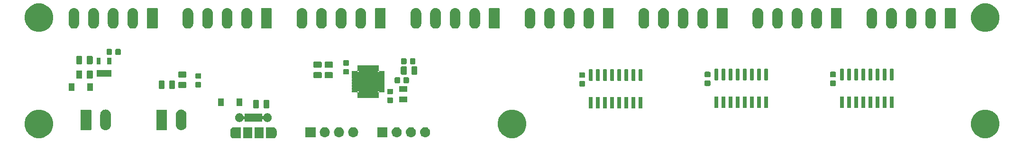
<source format=gts>
G04 #@! TF.GenerationSoftware,KiCad,Pcbnew,(5.1.2)-2*
G04 #@! TF.CreationDate,2021-03-22T02:37:46-04:00*
G04 #@! TF.ProjectId,Repowered_Electronic_Load_Controller,5265706f-7765-4726-9564-5f456c656374,rev?*
G04 #@! TF.SameCoordinates,Original*
G04 #@! TF.FileFunction,Soldermask,Top*
G04 #@! TF.FilePolarity,Negative*
%FSLAX46Y46*%
G04 Gerber Fmt 4.6, Leading zero omitted, Abs format (unit mm)*
G04 Created by KiCad (PCBNEW (5.1.2)-2) date 2021-03-22 02:37:46*
%MOMM*%
%LPD*%
G04 APERTURE LIST*
%ADD10C,0.100000*%
G04 APERTURE END LIST*
D10*
G36*
X87825862Y-97585898D02*
G01*
X87838114Y-97586500D01*
X89051000Y-97586500D01*
X89051000Y-99588500D01*
X87838114Y-99588500D01*
X87825862Y-99589102D01*
X87800000Y-99591649D01*
X87774138Y-99589102D01*
X87761886Y-99588500D01*
X87688594Y-99588500D01*
X87671836Y-99579543D01*
X87660299Y-99575415D01*
X87575307Y-99549632D01*
X87549664Y-99541854D01*
X87436575Y-99481406D01*
X87337447Y-99400054D01*
X87256094Y-99300924D01*
X87195646Y-99187835D01*
X87181192Y-99140185D01*
X87158420Y-99065117D01*
X87149000Y-98969472D01*
X87149000Y-98205527D01*
X87158420Y-98109882D01*
X87195645Y-97987168D01*
X87220608Y-97940466D01*
X87256095Y-97874075D01*
X87337447Y-97774946D01*
X87436576Y-97693594D01*
X87549666Y-97633146D01*
X87619253Y-97612037D01*
X87660290Y-97599588D01*
X87682925Y-97590212D01*
X87688481Y-97586500D01*
X87761886Y-97586500D01*
X87774138Y-97585898D01*
X87800000Y-97583351D01*
X87825862Y-97585898D01*
X87825862Y-97585898D01*
G37*
G36*
X94825862Y-97585898D02*
G01*
X94838114Y-97586500D01*
X94911406Y-97586500D01*
X94928164Y-97595457D01*
X94939707Y-97599587D01*
X94980747Y-97612037D01*
X95050334Y-97633146D01*
X95163424Y-97693594D01*
X95262554Y-97774947D01*
X95343906Y-97874075D01*
X95404354Y-97987164D01*
X95404585Y-97987926D01*
X95441580Y-98109882D01*
X95451000Y-98205527D01*
X95451000Y-98969473D01*
X95441580Y-99065118D01*
X95418808Y-99140186D01*
X95404354Y-99187836D01*
X95343906Y-99300925D01*
X95262554Y-99400054D01*
X95163425Y-99481406D01*
X95050336Y-99541854D01*
X95024693Y-99549632D01*
X94939708Y-99575413D01*
X94917075Y-99584787D01*
X94911518Y-99588500D01*
X94838114Y-99588500D01*
X94825862Y-99589102D01*
X94800000Y-99591649D01*
X94774138Y-99589102D01*
X94761886Y-99588500D01*
X93549000Y-99588500D01*
X93549000Y-97586500D01*
X94761886Y-97586500D01*
X94774138Y-97585898D01*
X94800000Y-97583351D01*
X94825862Y-97585898D01*
X94825862Y-97585898D01*
G37*
G36*
X93101000Y-99588500D02*
G01*
X91499000Y-99588500D01*
X91499000Y-97586500D01*
X93101000Y-97586500D01*
X93101000Y-99588500D01*
X93101000Y-99588500D01*
G37*
G36*
X91101000Y-99588500D02*
G01*
X89499000Y-99588500D01*
X89499000Y-97586500D01*
X91101000Y-97586500D01*
X91101000Y-99588500D01*
X91101000Y-99588500D01*
G37*
G36*
X138244098Y-94547033D02*
G01*
X138672030Y-94724288D01*
X138708352Y-94739333D01*
X139126168Y-95018509D01*
X139481491Y-95373832D01*
X139639813Y-95610778D01*
X139760668Y-95791650D01*
X139952967Y-96255902D01*
X140051000Y-96748747D01*
X140051000Y-97251253D01*
X139952967Y-97744098D01*
X139784423Y-98151000D01*
X139760667Y-98208352D01*
X139481491Y-98626168D01*
X139126168Y-98981491D01*
X138708352Y-99260667D01*
X138708351Y-99260668D01*
X138708350Y-99260668D01*
X138244098Y-99452967D01*
X137751253Y-99551000D01*
X137248747Y-99551000D01*
X136755902Y-99452967D01*
X136291650Y-99260668D01*
X136291649Y-99260668D01*
X136291648Y-99260667D01*
X135873832Y-98981491D01*
X135518509Y-98626168D01*
X135239333Y-98208352D01*
X135215577Y-98151000D01*
X135047033Y-97744098D01*
X134949000Y-97251253D01*
X134949000Y-96748747D01*
X135047033Y-96255902D01*
X135239332Y-95791650D01*
X135360187Y-95610778D01*
X135518509Y-95373832D01*
X135873832Y-95018509D01*
X136291648Y-94739333D01*
X136327970Y-94724288D01*
X136755902Y-94547033D01*
X137248747Y-94449000D01*
X137751253Y-94449000D01*
X138244098Y-94547033D01*
X138244098Y-94547033D01*
G37*
G36*
X222744098Y-94547033D02*
G01*
X223172030Y-94724288D01*
X223208352Y-94739333D01*
X223626168Y-95018509D01*
X223981491Y-95373832D01*
X224139813Y-95610778D01*
X224260668Y-95791650D01*
X224452967Y-96255902D01*
X224551000Y-96748747D01*
X224551000Y-97251253D01*
X224452967Y-97744098D01*
X224284423Y-98151000D01*
X224260667Y-98208352D01*
X223981491Y-98626168D01*
X223626168Y-98981491D01*
X223208352Y-99260667D01*
X223208351Y-99260668D01*
X223208350Y-99260668D01*
X222744098Y-99452967D01*
X222251253Y-99551000D01*
X221748747Y-99551000D01*
X221255902Y-99452967D01*
X220791650Y-99260668D01*
X220791649Y-99260668D01*
X220791648Y-99260667D01*
X220373832Y-98981491D01*
X220018509Y-98626168D01*
X219739333Y-98208352D01*
X219715577Y-98151000D01*
X219547033Y-97744098D01*
X219449000Y-97251253D01*
X219449000Y-96748747D01*
X219547033Y-96255902D01*
X219739332Y-95791650D01*
X219860187Y-95610778D01*
X220018509Y-95373832D01*
X220373832Y-95018509D01*
X220791648Y-94739333D01*
X220827970Y-94724288D01*
X221255902Y-94547033D01*
X221748747Y-94449000D01*
X222251253Y-94449000D01*
X222744098Y-94547033D01*
X222744098Y-94547033D01*
G37*
G36*
X53744098Y-94547033D02*
G01*
X54172030Y-94724288D01*
X54208352Y-94739333D01*
X54626168Y-95018509D01*
X54981491Y-95373832D01*
X55139813Y-95610778D01*
X55260668Y-95791650D01*
X55452967Y-96255902D01*
X55551000Y-96748747D01*
X55551000Y-97251253D01*
X55452967Y-97744098D01*
X55284423Y-98151000D01*
X55260667Y-98208352D01*
X54981491Y-98626168D01*
X54626168Y-98981491D01*
X54208352Y-99260667D01*
X54208351Y-99260668D01*
X54208350Y-99260668D01*
X53744098Y-99452967D01*
X53251253Y-99551000D01*
X52748747Y-99551000D01*
X52255902Y-99452967D01*
X51791650Y-99260668D01*
X51791649Y-99260668D01*
X51791648Y-99260667D01*
X51373832Y-98981491D01*
X51018509Y-98626168D01*
X50739333Y-98208352D01*
X50715577Y-98151000D01*
X50547033Y-97744098D01*
X50449000Y-97251253D01*
X50449000Y-96748747D01*
X50547033Y-96255902D01*
X50739332Y-95791650D01*
X50860187Y-95610778D01*
X51018509Y-95373832D01*
X51373832Y-95018509D01*
X51791648Y-94739333D01*
X51827970Y-94724288D01*
X52255902Y-94547033D01*
X52748747Y-94449000D01*
X53251253Y-94449000D01*
X53744098Y-94547033D01*
X53744098Y-94547033D01*
G37*
G36*
X122080443Y-97605519D02*
G01*
X122146627Y-97612037D01*
X122316466Y-97663557D01*
X122472991Y-97747222D01*
X122506773Y-97774946D01*
X122610186Y-97859814D01*
X122674654Y-97938370D01*
X122722778Y-97997009D01*
X122763601Y-98073382D01*
X122783113Y-98109886D01*
X122806443Y-98153534D01*
X122857963Y-98323373D01*
X122875359Y-98500000D01*
X122857963Y-98676627D01*
X122806443Y-98846466D01*
X122722778Y-99002991D01*
X122693448Y-99038729D01*
X122610186Y-99140186D01*
X122508729Y-99223448D01*
X122472991Y-99252778D01*
X122316466Y-99336443D01*
X122146627Y-99387963D01*
X122080442Y-99394482D01*
X122014260Y-99401000D01*
X121925740Y-99401000D01*
X121859558Y-99394482D01*
X121793373Y-99387963D01*
X121623534Y-99336443D01*
X121467009Y-99252778D01*
X121431271Y-99223448D01*
X121329814Y-99140186D01*
X121246552Y-99038729D01*
X121217222Y-99002991D01*
X121133557Y-98846466D01*
X121082037Y-98676627D01*
X121064641Y-98500000D01*
X121082037Y-98323373D01*
X121133557Y-98153534D01*
X121156888Y-98109886D01*
X121176399Y-98073382D01*
X121217222Y-97997009D01*
X121265346Y-97938370D01*
X121329814Y-97859814D01*
X121433227Y-97774946D01*
X121467009Y-97747222D01*
X121623534Y-97663557D01*
X121793373Y-97612037D01*
X121859557Y-97605519D01*
X121925740Y-97599000D01*
X122014260Y-97599000D01*
X122080443Y-97605519D01*
X122080443Y-97605519D01*
G37*
G36*
X104150443Y-97605519D02*
G01*
X104216627Y-97612037D01*
X104386466Y-97663557D01*
X104542991Y-97747222D01*
X104576773Y-97774946D01*
X104680186Y-97859814D01*
X104744654Y-97938370D01*
X104792778Y-97997009D01*
X104833601Y-98073382D01*
X104853113Y-98109886D01*
X104876443Y-98153534D01*
X104927963Y-98323373D01*
X104945359Y-98500000D01*
X104927963Y-98676627D01*
X104876443Y-98846466D01*
X104792778Y-99002991D01*
X104763448Y-99038729D01*
X104680186Y-99140186D01*
X104578729Y-99223448D01*
X104542991Y-99252778D01*
X104386466Y-99336443D01*
X104216627Y-99387963D01*
X104150442Y-99394482D01*
X104084260Y-99401000D01*
X103995740Y-99401000D01*
X103929558Y-99394482D01*
X103863373Y-99387963D01*
X103693534Y-99336443D01*
X103537009Y-99252778D01*
X103501271Y-99223448D01*
X103399814Y-99140186D01*
X103316552Y-99038729D01*
X103287222Y-99002991D01*
X103203557Y-98846466D01*
X103152037Y-98676627D01*
X103134641Y-98500000D01*
X103152037Y-98323373D01*
X103203557Y-98153534D01*
X103226888Y-98109886D01*
X103246399Y-98073382D01*
X103287222Y-97997009D01*
X103335346Y-97938370D01*
X103399814Y-97859814D01*
X103503227Y-97774946D01*
X103537009Y-97747222D01*
X103693534Y-97663557D01*
X103863373Y-97612037D01*
X103929557Y-97605519D01*
X103995740Y-97599000D01*
X104084260Y-97599000D01*
X104150443Y-97605519D01*
X104150443Y-97605519D01*
G37*
G36*
X106690443Y-97605519D02*
G01*
X106756627Y-97612037D01*
X106926466Y-97663557D01*
X107082991Y-97747222D01*
X107116773Y-97774946D01*
X107220186Y-97859814D01*
X107284654Y-97938370D01*
X107332778Y-97997009D01*
X107373601Y-98073382D01*
X107393113Y-98109886D01*
X107416443Y-98153534D01*
X107467963Y-98323373D01*
X107485359Y-98500000D01*
X107467963Y-98676627D01*
X107416443Y-98846466D01*
X107332778Y-99002991D01*
X107303448Y-99038729D01*
X107220186Y-99140186D01*
X107118729Y-99223448D01*
X107082991Y-99252778D01*
X106926466Y-99336443D01*
X106756627Y-99387963D01*
X106690442Y-99394482D01*
X106624260Y-99401000D01*
X106535740Y-99401000D01*
X106469558Y-99394482D01*
X106403373Y-99387963D01*
X106233534Y-99336443D01*
X106077009Y-99252778D01*
X106041271Y-99223448D01*
X105939814Y-99140186D01*
X105856552Y-99038729D01*
X105827222Y-99002991D01*
X105743557Y-98846466D01*
X105692037Y-98676627D01*
X105674641Y-98500000D01*
X105692037Y-98323373D01*
X105743557Y-98153534D01*
X105766888Y-98109886D01*
X105786399Y-98073382D01*
X105827222Y-97997009D01*
X105875346Y-97938370D01*
X105939814Y-97859814D01*
X106043227Y-97774946D01*
X106077009Y-97747222D01*
X106233534Y-97663557D01*
X106403373Y-97612037D01*
X106469557Y-97605519D01*
X106535740Y-97599000D01*
X106624260Y-97599000D01*
X106690443Y-97605519D01*
X106690443Y-97605519D01*
G37*
G36*
X102401000Y-99401000D02*
G01*
X100599000Y-99401000D01*
X100599000Y-97599000D01*
X102401000Y-97599000D01*
X102401000Y-99401000D01*
X102401000Y-99401000D01*
G37*
G36*
X117000443Y-97605519D02*
G01*
X117066627Y-97612037D01*
X117236466Y-97663557D01*
X117392991Y-97747222D01*
X117426773Y-97774946D01*
X117530186Y-97859814D01*
X117594654Y-97938370D01*
X117642778Y-97997009D01*
X117683601Y-98073382D01*
X117703113Y-98109886D01*
X117726443Y-98153534D01*
X117777963Y-98323373D01*
X117795359Y-98500000D01*
X117777963Y-98676627D01*
X117726443Y-98846466D01*
X117642778Y-99002991D01*
X117613448Y-99038729D01*
X117530186Y-99140186D01*
X117428729Y-99223448D01*
X117392991Y-99252778D01*
X117236466Y-99336443D01*
X117066627Y-99387963D01*
X117000442Y-99394482D01*
X116934260Y-99401000D01*
X116845740Y-99401000D01*
X116779558Y-99394482D01*
X116713373Y-99387963D01*
X116543534Y-99336443D01*
X116387009Y-99252778D01*
X116351271Y-99223448D01*
X116249814Y-99140186D01*
X116166552Y-99038729D01*
X116137222Y-99002991D01*
X116053557Y-98846466D01*
X116002037Y-98676627D01*
X115984641Y-98500000D01*
X116002037Y-98323373D01*
X116053557Y-98153534D01*
X116076888Y-98109886D01*
X116096399Y-98073382D01*
X116137222Y-97997009D01*
X116185346Y-97938370D01*
X116249814Y-97859814D01*
X116353227Y-97774946D01*
X116387009Y-97747222D01*
X116543534Y-97663557D01*
X116713373Y-97612037D01*
X116779557Y-97605519D01*
X116845740Y-97599000D01*
X116934260Y-97599000D01*
X117000443Y-97605519D01*
X117000443Y-97605519D01*
G37*
G36*
X115251000Y-99401000D02*
G01*
X113449000Y-99401000D01*
X113449000Y-97599000D01*
X115251000Y-97599000D01*
X115251000Y-99401000D01*
X115251000Y-99401000D01*
G37*
G36*
X109230443Y-97605519D02*
G01*
X109296627Y-97612037D01*
X109466466Y-97663557D01*
X109622991Y-97747222D01*
X109656773Y-97774946D01*
X109760186Y-97859814D01*
X109824654Y-97938370D01*
X109872778Y-97997009D01*
X109913601Y-98073382D01*
X109933113Y-98109886D01*
X109956443Y-98153534D01*
X110007963Y-98323373D01*
X110025359Y-98500000D01*
X110007963Y-98676627D01*
X109956443Y-98846466D01*
X109872778Y-99002991D01*
X109843448Y-99038729D01*
X109760186Y-99140186D01*
X109658729Y-99223448D01*
X109622991Y-99252778D01*
X109466466Y-99336443D01*
X109296627Y-99387963D01*
X109230442Y-99394482D01*
X109164260Y-99401000D01*
X109075740Y-99401000D01*
X109009558Y-99394482D01*
X108943373Y-99387963D01*
X108773534Y-99336443D01*
X108617009Y-99252778D01*
X108581271Y-99223448D01*
X108479814Y-99140186D01*
X108396552Y-99038729D01*
X108367222Y-99002991D01*
X108283557Y-98846466D01*
X108232037Y-98676627D01*
X108214641Y-98500000D01*
X108232037Y-98323373D01*
X108283557Y-98153534D01*
X108306888Y-98109886D01*
X108326399Y-98073382D01*
X108367222Y-97997009D01*
X108415346Y-97938370D01*
X108479814Y-97859814D01*
X108583227Y-97774946D01*
X108617009Y-97747222D01*
X108773534Y-97663557D01*
X108943373Y-97612037D01*
X109009557Y-97605519D01*
X109075740Y-97599000D01*
X109164260Y-97599000D01*
X109230443Y-97605519D01*
X109230443Y-97605519D01*
G37*
G36*
X119540443Y-97605519D02*
G01*
X119606627Y-97612037D01*
X119776466Y-97663557D01*
X119932991Y-97747222D01*
X119966773Y-97774946D01*
X120070186Y-97859814D01*
X120134654Y-97938370D01*
X120182778Y-97997009D01*
X120223601Y-98073382D01*
X120243113Y-98109886D01*
X120266443Y-98153534D01*
X120317963Y-98323373D01*
X120335359Y-98500000D01*
X120317963Y-98676627D01*
X120266443Y-98846466D01*
X120182778Y-99002991D01*
X120153448Y-99038729D01*
X120070186Y-99140186D01*
X119968729Y-99223448D01*
X119932991Y-99252778D01*
X119776466Y-99336443D01*
X119606627Y-99387963D01*
X119540442Y-99394482D01*
X119474260Y-99401000D01*
X119385740Y-99401000D01*
X119319558Y-99394482D01*
X119253373Y-99387963D01*
X119083534Y-99336443D01*
X118927009Y-99252778D01*
X118891271Y-99223448D01*
X118789814Y-99140186D01*
X118706552Y-99038729D01*
X118677222Y-99002991D01*
X118593557Y-98846466D01*
X118542037Y-98676627D01*
X118524641Y-98500000D01*
X118542037Y-98323373D01*
X118593557Y-98153534D01*
X118616888Y-98109886D01*
X118636399Y-98073382D01*
X118677222Y-97997009D01*
X118725346Y-97938370D01*
X118789814Y-97859814D01*
X118893227Y-97774946D01*
X118927009Y-97747222D01*
X119083534Y-97663557D01*
X119253373Y-97612037D01*
X119319557Y-97605519D01*
X119385740Y-97599000D01*
X119474260Y-97599000D01*
X119540443Y-97605519D01*
X119540443Y-97605519D01*
G37*
G36*
X65086424Y-94462760D02*
G01*
X65086427Y-94462761D01*
X65086428Y-94462761D01*
X65265692Y-94517140D01*
X65265695Y-94517142D01*
X65265696Y-94517142D01*
X65430903Y-94605446D01*
X65575712Y-94724288D01*
X65694554Y-94869097D01*
X65774416Y-95018509D01*
X65782860Y-95034307D01*
X65782860Y-95034308D01*
X65837240Y-95213575D01*
X65851000Y-95353282D01*
X65851000Y-97246718D01*
X65837240Y-97386425D01*
X65837239Y-97386428D01*
X65837239Y-97386429D01*
X65782860Y-97565693D01*
X65782858Y-97565696D01*
X65782858Y-97565697D01*
X65694554Y-97730903D01*
X65575712Y-97875712D01*
X65430903Y-97994554D01*
X65283425Y-98073382D01*
X65265693Y-98082860D01*
X65086429Y-98137239D01*
X65086428Y-98137239D01*
X65086425Y-98137240D01*
X64900000Y-98155601D01*
X64713576Y-98137240D01*
X64713573Y-98137239D01*
X64713572Y-98137239D01*
X64534308Y-98082860D01*
X64516576Y-98073382D01*
X64369098Y-97994554D01*
X64224289Y-97875712D01*
X64105447Y-97730903D01*
X64017143Y-97565697D01*
X64017143Y-97565696D01*
X64017141Y-97565693D01*
X63962762Y-97386429D01*
X63962762Y-97386428D01*
X63962761Y-97386425D01*
X63949000Y-97246717D01*
X63949000Y-95353283D01*
X63962760Y-95213576D01*
X63962761Y-95213572D01*
X64017140Y-95034308D01*
X64025585Y-95018509D01*
X64105446Y-94869097D01*
X64224288Y-94724288D01*
X64369097Y-94605446D01*
X64534303Y-94517142D01*
X64534304Y-94517142D01*
X64534307Y-94517140D01*
X64713571Y-94462761D01*
X64713572Y-94462761D01*
X64713575Y-94462760D01*
X64900000Y-94444399D01*
X65086424Y-94462760D01*
X65086424Y-94462760D01*
G37*
G36*
X78586424Y-94462760D02*
G01*
X78586427Y-94462761D01*
X78586428Y-94462761D01*
X78765692Y-94517140D01*
X78765695Y-94517142D01*
X78765696Y-94517142D01*
X78930903Y-94605446D01*
X79075712Y-94724288D01*
X79194554Y-94869097D01*
X79274416Y-95018509D01*
X79282860Y-95034307D01*
X79282860Y-95034308D01*
X79337240Y-95213575D01*
X79351000Y-95353282D01*
X79351000Y-97246718D01*
X79337240Y-97386425D01*
X79337239Y-97386428D01*
X79337239Y-97386429D01*
X79282860Y-97565693D01*
X79282858Y-97565696D01*
X79282858Y-97565697D01*
X79194554Y-97730903D01*
X79075712Y-97875712D01*
X78930903Y-97994554D01*
X78783425Y-98073382D01*
X78765693Y-98082860D01*
X78586429Y-98137239D01*
X78586428Y-98137239D01*
X78586425Y-98137240D01*
X78400000Y-98155601D01*
X78213576Y-98137240D01*
X78213573Y-98137239D01*
X78213572Y-98137239D01*
X78034308Y-98082860D01*
X78016576Y-98073382D01*
X77869098Y-97994554D01*
X77724289Y-97875712D01*
X77605447Y-97730903D01*
X77517143Y-97565697D01*
X77517143Y-97565696D01*
X77517141Y-97565693D01*
X77462762Y-97386429D01*
X77462762Y-97386428D01*
X77462761Y-97386425D01*
X77449000Y-97246717D01*
X77449000Y-95353283D01*
X77462760Y-95213576D01*
X77462761Y-95213572D01*
X77517140Y-95034308D01*
X77525585Y-95018509D01*
X77605446Y-94869097D01*
X77724288Y-94724288D01*
X77869097Y-94605446D01*
X78034303Y-94517142D01*
X78034304Y-94517142D01*
X78034307Y-94517140D01*
X78213571Y-94462761D01*
X78213572Y-94462761D01*
X78213575Y-94462760D01*
X78400000Y-94444399D01*
X78586424Y-94462760D01*
X78586424Y-94462760D01*
G37*
G36*
X62210915Y-94452934D02*
G01*
X62243424Y-94462795D01*
X62273382Y-94478809D01*
X62299641Y-94500359D01*
X62321191Y-94526618D01*
X62337205Y-94556576D01*
X62347066Y-94589085D01*
X62351000Y-94629029D01*
X62351000Y-97970971D01*
X62347066Y-98010915D01*
X62337205Y-98043424D01*
X62321191Y-98073382D01*
X62299641Y-98099641D01*
X62273382Y-98121191D01*
X62243424Y-98137205D01*
X62210915Y-98147066D01*
X62170971Y-98151000D01*
X60629029Y-98151000D01*
X60589085Y-98147066D01*
X60556576Y-98137205D01*
X60526618Y-98121191D01*
X60500359Y-98099641D01*
X60478809Y-98073382D01*
X60462795Y-98043424D01*
X60452934Y-98010915D01*
X60449000Y-97970971D01*
X60449000Y-94629029D01*
X60452934Y-94589085D01*
X60462795Y-94556576D01*
X60478809Y-94526618D01*
X60500359Y-94500359D01*
X60526618Y-94478809D01*
X60556576Y-94462795D01*
X60589085Y-94452934D01*
X60629029Y-94449000D01*
X62170971Y-94449000D01*
X62210915Y-94452934D01*
X62210915Y-94452934D01*
G37*
G36*
X75710915Y-94452934D02*
G01*
X75743424Y-94462795D01*
X75773382Y-94478809D01*
X75799641Y-94500359D01*
X75821191Y-94526618D01*
X75837205Y-94556576D01*
X75847066Y-94589085D01*
X75851000Y-94629029D01*
X75851000Y-97970971D01*
X75847066Y-98010915D01*
X75837205Y-98043424D01*
X75821191Y-98073382D01*
X75799641Y-98099641D01*
X75773382Y-98121191D01*
X75743424Y-98137205D01*
X75710915Y-98147066D01*
X75670971Y-98151000D01*
X74129029Y-98151000D01*
X74089085Y-98147066D01*
X74056576Y-98137205D01*
X74026618Y-98121191D01*
X74000359Y-98099641D01*
X73978809Y-98073382D01*
X73962795Y-98043424D01*
X73952934Y-98010915D01*
X73949000Y-97970971D01*
X73949000Y-94629029D01*
X73952934Y-94589085D01*
X73962795Y-94556576D01*
X73978809Y-94526618D01*
X74000359Y-94500359D01*
X74026618Y-94478809D01*
X74056576Y-94462795D01*
X74089085Y-94452934D01*
X74129029Y-94449000D01*
X75670971Y-94449000D01*
X75710915Y-94452934D01*
X75710915Y-94452934D01*
G37*
G36*
X89026348Y-95141320D02*
G01*
X89026350Y-95141321D01*
X89026351Y-95141321D01*
X89167574Y-95199817D01*
X89167577Y-95199819D01*
X89294669Y-95284739D01*
X89402761Y-95392831D01*
X89459375Y-95477560D01*
X89487683Y-95519926D01*
X89508517Y-95570225D01*
X89520068Y-95591836D01*
X89535614Y-95610778D01*
X89554556Y-95626323D01*
X89576166Y-95637874D01*
X89599615Y-95644987D01*
X89624001Y-95647389D01*
X89648387Y-95644987D01*
X89671836Y-95637874D01*
X89693447Y-95626323D01*
X89712389Y-95610777D01*
X89727934Y-95591835D01*
X89739485Y-95570225D01*
X89746598Y-95546776D01*
X89749000Y-95522390D01*
X89749000Y-95161500D01*
X92851000Y-95161500D01*
X92851000Y-95522390D01*
X92853402Y-95546776D01*
X92860515Y-95570225D01*
X92872066Y-95591836D01*
X92887611Y-95610778D01*
X92906553Y-95626323D01*
X92928164Y-95637874D01*
X92951613Y-95644987D01*
X92975999Y-95647389D01*
X93000385Y-95644987D01*
X93023834Y-95637874D01*
X93045445Y-95626323D01*
X93064387Y-95610778D01*
X93079932Y-95591836D01*
X93091483Y-95570225D01*
X93112317Y-95519926D01*
X93140625Y-95477560D01*
X93197239Y-95392831D01*
X93305331Y-95284739D01*
X93432423Y-95199819D01*
X93432426Y-95199817D01*
X93573649Y-95141321D01*
X93573650Y-95141321D01*
X93573652Y-95141320D01*
X93723569Y-95111500D01*
X93876431Y-95111500D01*
X94026348Y-95141320D01*
X94026350Y-95141321D01*
X94026351Y-95141321D01*
X94167574Y-95199817D01*
X94167577Y-95199819D01*
X94294669Y-95284739D01*
X94402761Y-95392831D01*
X94487681Y-95519923D01*
X94487683Y-95519926D01*
X94546179Y-95661149D01*
X94576000Y-95811071D01*
X94576000Y-95963929D01*
X94546179Y-96113851D01*
X94487683Y-96255074D01*
X94487682Y-96255075D01*
X94487681Y-96255077D01*
X94402761Y-96382169D01*
X94294669Y-96490261D01*
X94167577Y-96575181D01*
X94167574Y-96575183D01*
X94026351Y-96633679D01*
X94026350Y-96633679D01*
X94026348Y-96633680D01*
X93876431Y-96663500D01*
X93723569Y-96663500D01*
X93573652Y-96633680D01*
X93573650Y-96633679D01*
X93573649Y-96633679D01*
X93432426Y-96575183D01*
X93432423Y-96575181D01*
X93305331Y-96490261D01*
X93197239Y-96382169D01*
X93140625Y-96297440D01*
X93112317Y-96255074D01*
X93091481Y-96204772D01*
X93079932Y-96183164D01*
X93064386Y-96164222D01*
X93045444Y-96148677D01*
X93023834Y-96137126D01*
X93000385Y-96130013D01*
X92975999Y-96127611D01*
X92951613Y-96130013D01*
X92928164Y-96137126D01*
X92906553Y-96148677D01*
X92887611Y-96164223D01*
X92872066Y-96183165D01*
X92860515Y-96204775D01*
X92853402Y-96228224D01*
X92851000Y-96252610D01*
X92851000Y-96613500D01*
X89749000Y-96613500D01*
X89749000Y-96252610D01*
X89746598Y-96228224D01*
X89739485Y-96204775D01*
X89727934Y-96183164D01*
X89712389Y-96164222D01*
X89693447Y-96148677D01*
X89671836Y-96137126D01*
X89648387Y-96130013D01*
X89624001Y-96127611D01*
X89599615Y-96130013D01*
X89576166Y-96137126D01*
X89554555Y-96148677D01*
X89535613Y-96164222D01*
X89520068Y-96183164D01*
X89508519Y-96204772D01*
X89487683Y-96255074D01*
X89459375Y-96297440D01*
X89402761Y-96382169D01*
X89294669Y-96490261D01*
X89167577Y-96575181D01*
X89167574Y-96575183D01*
X89026351Y-96633679D01*
X89026350Y-96633679D01*
X89026348Y-96633680D01*
X88876431Y-96663500D01*
X88723569Y-96663500D01*
X88573652Y-96633680D01*
X88573650Y-96633679D01*
X88573649Y-96633679D01*
X88432426Y-96575183D01*
X88432423Y-96575181D01*
X88305331Y-96490261D01*
X88197239Y-96382169D01*
X88112319Y-96255077D01*
X88112318Y-96255075D01*
X88112317Y-96255074D01*
X88053821Y-96113851D01*
X88024000Y-95963929D01*
X88024000Y-95811071D01*
X88053821Y-95661149D01*
X88112317Y-95519926D01*
X88112319Y-95519923D01*
X88197239Y-95392831D01*
X88305331Y-95284739D01*
X88432423Y-95199819D01*
X88432426Y-95199817D01*
X88573649Y-95141321D01*
X88573650Y-95141321D01*
X88573652Y-95141320D01*
X88723569Y-95111500D01*
X88876431Y-95111500D01*
X89026348Y-95141320D01*
X89026348Y-95141320D01*
G37*
G36*
X153084928Y-92201764D02*
G01*
X153106009Y-92208160D01*
X153125445Y-92218548D01*
X153142476Y-92232524D01*
X153156452Y-92249555D01*
X153166840Y-92268991D01*
X153173236Y-92290072D01*
X153176000Y-92318140D01*
X153176000Y-94131860D01*
X153173236Y-94159928D01*
X153166840Y-94181009D01*
X153156452Y-94200445D01*
X153142476Y-94217476D01*
X153125445Y-94231452D01*
X153106009Y-94241840D01*
X153084928Y-94248236D01*
X153056860Y-94251000D01*
X152593140Y-94251000D01*
X152565072Y-94248236D01*
X152543991Y-94241840D01*
X152524555Y-94231452D01*
X152507524Y-94217476D01*
X152493548Y-94200445D01*
X152483160Y-94181009D01*
X152476764Y-94159928D01*
X152474000Y-94131860D01*
X152474000Y-92318140D01*
X152476764Y-92290072D01*
X152483160Y-92268991D01*
X152493548Y-92249555D01*
X152507524Y-92232524D01*
X152524555Y-92218548D01*
X152543991Y-92208160D01*
X152565072Y-92201764D01*
X152593140Y-92199000D01*
X153056860Y-92199000D01*
X153084928Y-92201764D01*
X153084928Y-92201764D01*
G37*
G36*
X156894928Y-92201764D02*
G01*
X156916009Y-92208160D01*
X156935445Y-92218548D01*
X156952476Y-92232524D01*
X156966452Y-92249555D01*
X156976840Y-92268991D01*
X156983236Y-92290072D01*
X156986000Y-92318140D01*
X156986000Y-94131860D01*
X156983236Y-94159928D01*
X156976840Y-94181009D01*
X156966452Y-94200445D01*
X156952476Y-94217476D01*
X156935445Y-94231452D01*
X156916009Y-94241840D01*
X156894928Y-94248236D01*
X156866860Y-94251000D01*
X156403140Y-94251000D01*
X156375072Y-94248236D01*
X156353991Y-94241840D01*
X156334555Y-94231452D01*
X156317524Y-94217476D01*
X156303548Y-94200445D01*
X156293160Y-94181009D01*
X156286764Y-94159928D01*
X156284000Y-94131860D01*
X156284000Y-92318140D01*
X156286764Y-92290072D01*
X156293160Y-92268991D01*
X156303548Y-92249555D01*
X156317524Y-92232524D01*
X156334555Y-92218548D01*
X156353991Y-92208160D01*
X156375072Y-92201764D01*
X156403140Y-92199000D01*
X156866860Y-92199000D01*
X156894928Y-92201764D01*
X156894928Y-92201764D01*
G37*
G36*
X155624928Y-92201764D02*
G01*
X155646009Y-92208160D01*
X155665445Y-92218548D01*
X155682476Y-92232524D01*
X155696452Y-92249555D01*
X155706840Y-92268991D01*
X155713236Y-92290072D01*
X155716000Y-92318140D01*
X155716000Y-94131860D01*
X155713236Y-94159928D01*
X155706840Y-94181009D01*
X155696452Y-94200445D01*
X155682476Y-94217476D01*
X155665445Y-94231452D01*
X155646009Y-94241840D01*
X155624928Y-94248236D01*
X155596860Y-94251000D01*
X155133140Y-94251000D01*
X155105072Y-94248236D01*
X155083991Y-94241840D01*
X155064555Y-94231452D01*
X155047524Y-94217476D01*
X155033548Y-94200445D01*
X155023160Y-94181009D01*
X155016764Y-94159928D01*
X155014000Y-94131860D01*
X155014000Y-92318140D01*
X155016764Y-92290072D01*
X155023160Y-92268991D01*
X155033548Y-92249555D01*
X155047524Y-92232524D01*
X155064555Y-92218548D01*
X155083991Y-92208160D01*
X155105072Y-92201764D01*
X155133140Y-92199000D01*
X155596860Y-92199000D01*
X155624928Y-92201764D01*
X155624928Y-92201764D01*
G37*
G36*
X154354928Y-92201764D02*
G01*
X154376009Y-92208160D01*
X154395445Y-92218548D01*
X154412476Y-92232524D01*
X154426452Y-92249555D01*
X154436840Y-92268991D01*
X154443236Y-92290072D01*
X154446000Y-92318140D01*
X154446000Y-94131860D01*
X154443236Y-94159928D01*
X154436840Y-94181009D01*
X154426452Y-94200445D01*
X154412476Y-94217476D01*
X154395445Y-94231452D01*
X154376009Y-94241840D01*
X154354928Y-94248236D01*
X154326860Y-94251000D01*
X153863140Y-94251000D01*
X153835072Y-94248236D01*
X153813991Y-94241840D01*
X153794555Y-94231452D01*
X153777524Y-94217476D01*
X153763548Y-94200445D01*
X153753160Y-94181009D01*
X153746764Y-94159928D01*
X153744000Y-94131860D01*
X153744000Y-92318140D01*
X153746764Y-92290072D01*
X153753160Y-92268991D01*
X153763548Y-92249555D01*
X153777524Y-92232524D01*
X153794555Y-92218548D01*
X153813991Y-92208160D01*
X153835072Y-92201764D01*
X153863140Y-92199000D01*
X154326860Y-92199000D01*
X154354928Y-92201764D01*
X154354928Y-92201764D01*
G37*
G36*
X151814928Y-92201764D02*
G01*
X151836009Y-92208160D01*
X151855445Y-92218548D01*
X151872476Y-92232524D01*
X151886452Y-92249555D01*
X151896840Y-92268991D01*
X151903236Y-92290072D01*
X151906000Y-92318140D01*
X151906000Y-94131860D01*
X151903236Y-94159928D01*
X151896840Y-94181009D01*
X151886452Y-94200445D01*
X151872476Y-94217476D01*
X151855445Y-94231452D01*
X151836009Y-94241840D01*
X151814928Y-94248236D01*
X151786860Y-94251000D01*
X151323140Y-94251000D01*
X151295072Y-94248236D01*
X151273991Y-94241840D01*
X151254555Y-94231452D01*
X151237524Y-94217476D01*
X151223548Y-94200445D01*
X151213160Y-94181009D01*
X151206764Y-94159928D01*
X151204000Y-94131860D01*
X151204000Y-92318140D01*
X151206764Y-92290072D01*
X151213160Y-92268991D01*
X151223548Y-92249555D01*
X151237524Y-92232524D01*
X151254555Y-92218548D01*
X151273991Y-92208160D01*
X151295072Y-92201764D01*
X151323140Y-92199000D01*
X151786860Y-92199000D01*
X151814928Y-92201764D01*
X151814928Y-92201764D01*
G37*
G36*
X158164928Y-92201764D02*
G01*
X158186009Y-92208160D01*
X158205445Y-92218548D01*
X158222476Y-92232524D01*
X158236452Y-92249555D01*
X158246840Y-92268991D01*
X158253236Y-92290072D01*
X158256000Y-92318140D01*
X158256000Y-94131860D01*
X158253236Y-94159928D01*
X158246840Y-94181009D01*
X158236452Y-94200445D01*
X158222476Y-94217476D01*
X158205445Y-94231452D01*
X158186009Y-94241840D01*
X158164928Y-94248236D01*
X158136860Y-94251000D01*
X157673140Y-94251000D01*
X157645072Y-94248236D01*
X157623991Y-94241840D01*
X157604555Y-94231452D01*
X157587524Y-94217476D01*
X157573548Y-94200445D01*
X157563160Y-94181009D01*
X157556764Y-94159928D01*
X157554000Y-94131860D01*
X157554000Y-92318140D01*
X157556764Y-92290072D01*
X157563160Y-92268991D01*
X157573548Y-92249555D01*
X157587524Y-92232524D01*
X157604555Y-92218548D01*
X157623991Y-92208160D01*
X157645072Y-92201764D01*
X157673140Y-92199000D01*
X158136860Y-92199000D01*
X158164928Y-92201764D01*
X158164928Y-92201764D01*
G37*
G36*
X159434928Y-92201764D02*
G01*
X159456009Y-92208160D01*
X159475445Y-92218548D01*
X159492476Y-92232524D01*
X159506452Y-92249555D01*
X159516840Y-92268991D01*
X159523236Y-92290072D01*
X159526000Y-92318140D01*
X159526000Y-94131860D01*
X159523236Y-94159928D01*
X159516840Y-94181009D01*
X159506452Y-94200445D01*
X159492476Y-94217476D01*
X159475445Y-94231452D01*
X159456009Y-94241840D01*
X159434928Y-94248236D01*
X159406860Y-94251000D01*
X158943140Y-94251000D01*
X158915072Y-94248236D01*
X158893991Y-94241840D01*
X158874555Y-94231452D01*
X158857524Y-94217476D01*
X158843548Y-94200445D01*
X158833160Y-94181009D01*
X158826764Y-94159928D01*
X158824000Y-94131860D01*
X158824000Y-92318140D01*
X158826764Y-92290072D01*
X158833160Y-92268991D01*
X158843548Y-92249555D01*
X158857524Y-92232524D01*
X158874555Y-92218548D01*
X158893991Y-92208160D01*
X158915072Y-92201764D01*
X158943140Y-92199000D01*
X159406860Y-92199000D01*
X159434928Y-92201764D01*
X159434928Y-92201764D01*
G37*
G36*
X160704928Y-92201764D02*
G01*
X160726009Y-92208160D01*
X160745445Y-92218548D01*
X160762476Y-92232524D01*
X160776452Y-92249555D01*
X160786840Y-92268991D01*
X160793236Y-92290072D01*
X160796000Y-92318140D01*
X160796000Y-94131860D01*
X160793236Y-94159928D01*
X160786840Y-94181009D01*
X160776452Y-94200445D01*
X160762476Y-94217476D01*
X160745445Y-94231452D01*
X160726009Y-94241840D01*
X160704928Y-94248236D01*
X160676860Y-94251000D01*
X160213140Y-94251000D01*
X160185072Y-94248236D01*
X160163991Y-94241840D01*
X160144555Y-94231452D01*
X160127524Y-94217476D01*
X160113548Y-94200445D01*
X160103160Y-94181009D01*
X160096764Y-94159928D01*
X160094000Y-94131860D01*
X160094000Y-92318140D01*
X160096764Y-92290072D01*
X160103160Y-92268991D01*
X160113548Y-92249555D01*
X160127524Y-92232524D01*
X160144555Y-92218548D01*
X160163991Y-92208160D01*
X160185072Y-92201764D01*
X160213140Y-92199000D01*
X160676860Y-92199000D01*
X160704928Y-92201764D01*
X160704928Y-92201764D01*
G37*
G36*
X92134468Y-92703565D02*
G01*
X92173138Y-92715296D01*
X92208777Y-92734346D01*
X92240017Y-92759983D01*
X92265654Y-92791223D01*
X92284704Y-92826862D01*
X92296435Y-92865532D01*
X92301000Y-92911888D01*
X92301000Y-93988112D01*
X92296435Y-94034468D01*
X92284704Y-94073138D01*
X92265654Y-94108777D01*
X92240017Y-94140017D01*
X92208777Y-94165654D01*
X92173138Y-94184704D01*
X92134468Y-94196435D01*
X92088112Y-94201000D01*
X91436888Y-94201000D01*
X91390532Y-94196435D01*
X91351862Y-94184704D01*
X91316223Y-94165654D01*
X91284983Y-94140017D01*
X91259346Y-94108777D01*
X91240296Y-94073138D01*
X91228565Y-94034468D01*
X91224000Y-93988112D01*
X91224000Y-92911888D01*
X91228565Y-92865532D01*
X91240296Y-92826862D01*
X91259346Y-92791223D01*
X91284983Y-92759983D01*
X91316223Y-92734346D01*
X91351862Y-92715296D01*
X91390532Y-92703565D01*
X91436888Y-92699000D01*
X92088112Y-92699000D01*
X92134468Y-92703565D01*
X92134468Y-92703565D01*
G37*
G36*
X94009468Y-92703565D02*
G01*
X94048138Y-92715296D01*
X94083777Y-92734346D01*
X94115017Y-92759983D01*
X94140654Y-92791223D01*
X94159704Y-92826862D01*
X94171435Y-92865532D01*
X94176000Y-92911888D01*
X94176000Y-93988112D01*
X94171435Y-94034468D01*
X94159704Y-94073138D01*
X94140654Y-94108777D01*
X94115017Y-94140017D01*
X94083777Y-94165654D01*
X94048138Y-94184704D01*
X94009468Y-94196435D01*
X93963112Y-94201000D01*
X93311888Y-94201000D01*
X93265532Y-94196435D01*
X93226862Y-94184704D01*
X93191223Y-94165654D01*
X93159983Y-94140017D01*
X93134346Y-94108777D01*
X93115296Y-94073138D01*
X93103565Y-94034468D01*
X93099000Y-93988112D01*
X93099000Y-92911888D01*
X93103565Y-92865532D01*
X93115296Y-92826862D01*
X93134346Y-92791223D01*
X93159983Y-92759983D01*
X93191223Y-92734346D01*
X93226862Y-92715296D01*
X93265532Y-92703565D01*
X93311888Y-92699000D01*
X93963112Y-92699000D01*
X94009468Y-92703565D01*
X94009468Y-92703565D01*
G37*
G36*
X180589928Y-92101764D02*
G01*
X180611009Y-92108160D01*
X180630445Y-92118548D01*
X180647476Y-92132524D01*
X180661452Y-92149555D01*
X180671840Y-92168991D01*
X180678236Y-92190072D01*
X180681000Y-92218140D01*
X180681000Y-94031860D01*
X180678236Y-94059928D01*
X180671840Y-94081009D01*
X180661452Y-94100445D01*
X180647476Y-94117476D01*
X180630445Y-94131452D01*
X180611009Y-94141840D01*
X180589928Y-94148236D01*
X180561860Y-94151000D01*
X180098140Y-94151000D01*
X180070072Y-94148236D01*
X180048991Y-94141840D01*
X180029555Y-94131452D01*
X180012524Y-94117476D01*
X179998548Y-94100445D01*
X179988160Y-94081009D01*
X179981764Y-94059928D01*
X179979000Y-94031860D01*
X179979000Y-92218140D01*
X179981764Y-92190072D01*
X179988160Y-92168991D01*
X179998548Y-92149555D01*
X180012524Y-92132524D01*
X180029555Y-92118548D01*
X180048991Y-92108160D01*
X180070072Y-92101764D01*
X180098140Y-92099000D01*
X180561860Y-92099000D01*
X180589928Y-92101764D01*
X180589928Y-92101764D01*
G37*
G36*
X203014928Y-92101764D02*
G01*
X203036009Y-92108160D01*
X203055445Y-92118548D01*
X203072476Y-92132524D01*
X203086452Y-92149555D01*
X203096840Y-92168991D01*
X203103236Y-92190072D01*
X203106000Y-92218140D01*
X203106000Y-94031860D01*
X203103236Y-94059928D01*
X203096840Y-94081009D01*
X203086452Y-94100445D01*
X203072476Y-94117476D01*
X203055445Y-94131452D01*
X203036009Y-94141840D01*
X203014928Y-94148236D01*
X202986860Y-94151000D01*
X202523140Y-94151000D01*
X202495072Y-94148236D01*
X202473991Y-94141840D01*
X202454555Y-94131452D01*
X202437524Y-94117476D01*
X202423548Y-94100445D01*
X202413160Y-94081009D01*
X202406764Y-94059928D01*
X202404000Y-94031860D01*
X202404000Y-92218140D01*
X202406764Y-92190072D01*
X202413160Y-92168991D01*
X202423548Y-92149555D01*
X202437524Y-92132524D01*
X202454555Y-92118548D01*
X202473991Y-92108160D01*
X202495072Y-92101764D01*
X202523140Y-92099000D01*
X202986860Y-92099000D01*
X203014928Y-92101764D01*
X203014928Y-92101764D01*
G37*
G36*
X201744928Y-92101764D02*
G01*
X201766009Y-92108160D01*
X201785445Y-92118548D01*
X201802476Y-92132524D01*
X201816452Y-92149555D01*
X201826840Y-92168991D01*
X201833236Y-92190072D01*
X201836000Y-92218140D01*
X201836000Y-94031860D01*
X201833236Y-94059928D01*
X201826840Y-94081009D01*
X201816452Y-94100445D01*
X201802476Y-94117476D01*
X201785445Y-94131452D01*
X201766009Y-94141840D01*
X201744928Y-94148236D01*
X201716860Y-94151000D01*
X201253140Y-94151000D01*
X201225072Y-94148236D01*
X201203991Y-94141840D01*
X201184555Y-94131452D01*
X201167524Y-94117476D01*
X201153548Y-94100445D01*
X201143160Y-94081009D01*
X201136764Y-94059928D01*
X201134000Y-94031860D01*
X201134000Y-92218140D01*
X201136764Y-92190072D01*
X201143160Y-92168991D01*
X201153548Y-92149555D01*
X201167524Y-92132524D01*
X201184555Y-92118548D01*
X201203991Y-92108160D01*
X201225072Y-92101764D01*
X201253140Y-92099000D01*
X201716860Y-92099000D01*
X201744928Y-92101764D01*
X201744928Y-92101764D01*
G37*
G36*
X200474928Y-92101764D02*
G01*
X200496009Y-92108160D01*
X200515445Y-92118548D01*
X200532476Y-92132524D01*
X200546452Y-92149555D01*
X200556840Y-92168991D01*
X200563236Y-92190072D01*
X200566000Y-92218140D01*
X200566000Y-94031860D01*
X200563236Y-94059928D01*
X200556840Y-94081009D01*
X200546452Y-94100445D01*
X200532476Y-94117476D01*
X200515445Y-94131452D01*
X200496009Y-94141840D01*
X200474928Y-94148236D01*
X200446860Y-94151000D01*
X199983140Y-94151000D01*
X199955072Y-94148236D01*
X199933991Y-94141840D01*
X199914555Y-94131452D01*
X199897524Y-94117476D01*
X199883548Y-94100445D01*
X199873160Y-94081009D01*
X199866764Y-94059928D01*
X199864000Y-94031860D01*
X199864000Y-92218140D01*
X199866764Y-92190072D01*
X199873160Y-92168991D01*
X199883548Y-92149555D01*
X199897524Y-92132524D01*
X199914555Y-92118548D01*
X199933991Y-92108160D01*
X199955072Y-92101764D01*
X199983140Y-92099000D01*
X200446860Y-92099000D01*
X200474928Y-92101764D01*
X200474928Y-92101764D01*
G37*
G36*
X197934928Y-92101764D02*
G01*
X197956009Y-92108160D01*
X197975445Y-92118548D01*
X197992476Y-92132524D01*
X198006452Y-92149555D01*
X198016840Y-92168991D01*
X198023236Y-92190072D01*
X198026000Y-92218140D01*
X198026000Y-94031860D01*
X198023236Y-94059928D01*
X198016840Y-94081009D01*
X198006452Y-94100445D01*
X197992476Y-94117476D01*
X197975445Y-94131452D01*
X197956009Y-94141840D01*
X197934928Y-94148236D01*
X197906860Y-94151000D01*
X197443140Y-94151000D01*
X197415072Y-94148236D01*
X197393991Y-94141840D01*
X197374555Y-94131452D01*
X197357524Y-94117476D01*
X197343548Y-94100445D01*
X197333160Y-94081009D01*
X197326764Y-94059928D01*
X197324000Y-94031860D01*
X197324000Y-92218140D01*
X197326764Y-92190072D01*
X197333160Y-92168991D01*
X197343548Y-92149555D01*
X197357524Y-92132524D01*
X197374555Y-92118548D01*
X197393991Y-92108160D01*
X197415072Y-92101764D01*
X197443140Y-92099000D01*
X197906860Y-92099000D01*
X197934928Y-92101764D01*
X197934928Y-92101764D01*
G37*
G36*
X196664928Y-92101764D02*
G01*
X196686009Y-92108160D01*
X196705445Y-92118548D01*
X196722476Y-92132524D01*
X196736452Y-92149555D01*
X196746840Y-92168991D01*
X196753236Y-92190072D01*
X196756000Y-92218140D01*
X196756000Y-94031860D01*
X196753236Y-94059928D01*
X196746840Y-94081009D01*
X196736452Y-94100445D01*
X196722476Y-94117476D01*
X196705445Y-94131452D01*
X196686009Y-94141840D01*
X196664928Y-94148236D01*
X196636860Y-94151000D01*
X196173140Y-94151000D01*
X196145072Y-94148236D01*
X196123991Y-94141840D01*
X196104555Y-94131452D01*
X196087524Y-94117476D01*
X196073548Y-94100445D01*
X196063160Y-94081009D01*
X196056764Y-94059928D01*
X196054000Y-94031860D01*
X196054000Y-92218140D01*
X196056764Y-92190072D01*
X196063160Y-92168991D01*
X196073548Y-92149555D01*
X196087524Y-92132524D01*
X196104555Y-92118548D01*
X196123991Y-92108160D01*
X196145072Y-92101764D01*
X196173140Y-92099000D01*
X196636860Y-92099000D01*
X196664928Y-92101764D01*
X196664928Y-92101764D01*
G37*
G36*
X183129928Y-92101764D02*
G01*
X183151009Y-92108160D01*
X183170445Y-92118548D01*
X183187476Y-92132524D01*
X183201452Y-92149555D01*
X183211840Y-92168991D01*
X183218236Y-92190072D01*
X183221000Y-92218140D01*
X183221000Y-94031860D01*
X183218236Y-94059928D01*
X183211840Y-94081009D01*
X183201452Y-94100445D01*
X183187476Y-94117476D01*
X183170445Y-94131452D01*
X183151009Y-94141840D01*
X183129928Y-94148236D01*
X183101860Y-94151000D01*
X182638140Y-94151000D01*
X182610072Y-94148236D01*
X182588991Y-94141840D01*
X182569555Y-94131452D01*
X182552524Y-94117476D01*
X182538548Y-94100445D01*
X182528160Y-94081009D01*
X182521764Y-94059928D01*
X182519000Y-94031860D01*
X182519000Y-92218140D01*
X182521764Y-92190072D01*
X182528160Y-92168991D01*
X182538548Y-92149555D01*
X182552524Y-92132524D01*
X182569555Y-92118548D01*
X182588991Y-92108160D01*
X182610072Y-92101764D01*
X182638140Y-92099000D01*
X183101860Y-92099000D01*
X183129928Y-92101764D01*
X183129928Y-92101764D01*
G37*
G36*
X181859928Y-92101764D02*
G01*
X181881009Y-92108160D01*
X181900445Y-92118548D01*
X181917476Y-92132524D01*
X181931452Y-92149555D01*
X181941840Y-92168991D01*
X181948236Y-92190072D01*
X181951000Y-92218140D01*
X181951000Y-94031860D01*
X181948236Y-94059928D01*
X181941840Y-94081009D01*
X181931452Y-94100445D01*
X181917476Y-94117476D01*
X181900445Y-94131452D01*
X181881009Y-94141840D01*
X181859928Y-94148236D01*
X181831860Y-94151000D01*
X181368140Y-94151000D01*
X181340072Y-94148236D01*
X181318991Y-94141840D01*
X181299555Y-94131452D01*
X181282524Y-94117476D01*
X181268548Y-94100445D01*
X181258160Y-94081009D01*
X181251764Y-94059928D01*
X181249000Y-94031860D01*
X181249000Y-92218140D01*
X181251764Y-92190072D01*
X181258160Y-92168991D01*
X181268548Y-92149555D01*
X181282524Y-92132524D01*
X181299555Y-92118548D01*
X181318991Y-92108160D01*
X181340072Y-92101764D01*
X181368140Y-92099000D01*
X181831860Y-92099000D01*
X181859928Y-92101764D01*
X181859928Y-92101764D01*
G37*
G36*
X179319928Y-92101764D02*
G01*
X179341009Y-92108160D01*
X179360445Y-92118548D01*
X179377476Y-92132524D01*
X179391452Y-92149555D01*
X179401840Y-92168991D01*
X179408236Y-92190072D01*
X179411000Y-92218140D01*
X179411000Y-94031860D01*
X179408236Y-94059928D01*
X179401840Y-94081009D01*
X179391452Y-94100445D01*
X179377476Y-94117476D01*
X179360445Y-94131452D01*
X179341009Y-94141840D01*
X179319928Y-94148236D01*
X179291860Y-94151000D01*
X178828140Y-94151000D01*
X178800072Y-94148236D01*
X178778991Y-94141840D01*
X178759555Y-94131452D01*
X178742524Y-94117476D01*
X178728548Y-94100445D01*
X178718160Y-94081009D01*
X178711764Y-94059928D01*
X178709000Y-94031860D01*
X178709000Y-92218140D01*
X178711764Y-92190072D01*
X178718160Y-92168991D01*
X178728548Y-92149555D01*
X178742524Y-92132524D01*
X178759555Y-92118548D01*
X178778991Y-92108160D01*
X178800072Y-92101764D01*
X178828140Y-92099000D01*
X179291860Y-92099000D01*
X179319928Y-92101764D01*
X179319928Y-92101764D01*
G37*
G36*
X178049928Y-92101764D02*
G01*
X178071009Y-92108160D01*
X178090445Y-92118548D01*
X178107476Y-92132524D01*
X178121452Y-92149555D01*
X178131840Y-92168991D01*
X178138236Y-92190072D01*
X178141000Y-92218140D01*
X178141000Y-94031860D01*
X178138236Y-94059928D01*
X178131840Y-94081009D01*
X178121452Y-94100445D01*
X178107476Y-94117476D01*
X178090445Y-94131452D01*
X178071009Y-94141840D01*
X178049928Y-94148236D01*
X178021860Y-94151000D01*
X177558140Y-94151000D01*
X177530072Y-94148236D01*
X177508991Y-94141840D01*
X177489555Y-94131452D01*
X177472524Y-94117476D01*
X177458548Y-94100445D01*
X177448160Y-94081009D01*
X177441764Y-94059928D01*
X177439000Y-94031860D01*
X177439000Y-92218140D01*
X177441764Y-92190072D01*
X177448160Y-92168991D01*
X177458548Y-92149555D01*
X177472524Y-92132524D01*
X177489555Y-92118548D01*
X177508991Y-92108160D01*
X177530072Y-92101764D01*
X177558140Y-92099000D01*
X178021860Y-92099000D01*
X178049928Y-92101764D01*
X178049928Y-92101764D01*
G37*
G36*
X176779928Y-92101764D02*
G01*
X176801009Y-92108160D01*
X176820445Y-92118548D01*
X176837476Y-92132524D01*
X176851452Y-92149555D01*
X176861840Y-92168991D01*
X176868236Y-92190072D01*
X176871000Y-92218140D01*
X176871000Y-94031860D01*
X176868236Y-94059928D01*
X176861840Y-94081009D01*
X176851452Y-94100445D01*
X176837476Y-94117476D01*
X176820445Y-94131452D01*
X176801009Y-94141840D01*
X176779928Y-94148236D01*
X176751860Y-94151000D01*
X176288140Y-94151000D01*
X176260072Y-94148236D01*
X176238991Y-94141840D01*
X176219555Y-94131452D01*
X176202524Y-94117476D01*
X176188548Y-94100445D01*
X176178160Y-94081009D01*
X176171764Y-94059928D01*
X176169000Y-94031860D01*
X176169000Y-92218140D01*
X176171764Y-92190072D01*
X176178160Y-92168991D01*
X176188548Y-92149555D01*
X176202524Y-92132524D01*
X176219555Y-92118548D01*
X176238991Y-92108160D01*
X176260072Y-92101764D01*
X176288140Y-92099000D01*
X176751860Y-92099000D01*
X176779928Y-92101764D01*
X176779928Y-92101764D01*
G37*
G36*
X175509928Y-92101764D02*
G01*
X175531009Y-92108160D01*
X175550445Y-92118548D01*
X175567476Y-92132524D01*
X175581452Y-92149555D01*
X175591840Y-92168991D01*
X175598236Y-92190072D01*
X175601000Y-92218140D01*
X175601000Y-94031860D01*
X175598236Y-94059928D01*
X175591840Y-94081009D01*
X175581452Y-94100445D01*
X175567476Y-94117476D01*
X175550445Y-94131452D01*
X175531009Y-94141840D01*
X175509928Y-94148236D01*
X175481860Y-94151000D01*
X175018140Y-94151000D01*
X174990072Y-94148236D01*
X174968991Y-94141840D01*
X174949555Y-94131452D01*
X174932524Y-94117476D01*
X174918548Y-94100445D01*
X174908160Y-94081009D01*
X174901764Y-94059928D01*
X174899000Y-94031860D01*
X174899000Y-92218140D01*
X174901764Y-92190072D01*
X174908160Y-92168991D01*
X174918548Y-92149555D01*
X174932524Y-92132524D01*
X174949555Y-92118548D01*
X174968991Y-92108160D01*
X174990072Y-92101764D01*
X175018140Y-92099000D01*
X175481860Y-92099000D01*
X175509928Y-92101764D01*
X175509928Y-92101764D01*
G37*
G36*
X174239928Y-92101764D02*
G01*
X174261009Y-92108160D01*
X174280445Y-92118548D01*
X174297476Y-92132524D01*
X174311452Y-92149555D01*
X174321840Y-92168991D01*
X174328236Y-92190072D01*
X174331000Y-92218140D01*
X174331000Y-94031860D01*
X174328236Y-94059928D01*
X174321840Y-94081009D01*
X174311452Y-94100445D01*
X174297476Y-94117476D01*
X174280445Y-94131452D01*
X174261009Y-94141840D01*
X174239928Y-94148236D01*
X174211860Y-94151000D01*
X173748140Y-94151000D01*
X173720072Y-94148236D01*
X173698991Y-94141840D01*
X173679555Y-94131452D01*
X173662524Y-94117476D01*
X173648548Y-94100445D01*
X173638160Y-94081009D01*
X173631764Y-94059928D01*
X173629000Y-94031860D01*
X173629000Y-92218140D01*
X173631764Y-92190072D01*
X173638160Y-92168991D01*
X173648548Y-92149555D01*
X173662524Y-92132524D01*
X173679555Y-92118548D01*
X173698991Y-92108160D01*
X173720072Y-92101764D01*
X173748140Y-92099000D01*
X174211860Y-92099000D01*
X174239928Y-92101764D01*
X174239928Y-92101764D01*
G37*
G36*
X204284928Y-92101764D02*
G01*
X204306009Y-92108160D01*
X204325445Y-92118548D01*
X204342476Y-92132524D01*
X204356452Y-92149555D01*
X204366840Y-92168991D01*
X204373236Y-92190072D01*
X204376000Y-92218140D01*
X204376000Y-94031860D01*
X204373236Y-94059928D01*
X204366840Y-94081009D01*
X204356452Y-94100445D01*
X204342476Y-94117476D01*
X204325445Y-94131452D01*
X204306009Y-94141840D01*
X204284928Y-94148236D01*
X204256860Y-94151000D01*
X203793140Y-94151000D01*
X203765072Y-94148236D01*
X203743991Y-94141840D01*
X203724555Y-94131452D01*
X203707524Y-94117476D01*
X203693548Y-94100445D01*
X203683160Y-94081009D01*
X203676764Y-94059928D01*
X203674000Y-94031860D01*
X203674000Y-92218140D01*
X203676764Y-92190072D01*
X203683160Y-92168991D01*
X203693548Y-92149555D01*
X203707524Y-92132524D01*
X203724555Y-92118548D01*
X203743991Y-92108160D01*
X203765072Y-92101764D01*
X203793140Y-92099000D01*
X204256860Y-92099000D01*
X204284928Y-92101764D01*
X204284928Y-92101764D01*
G37*
G36*
X205554928Y-92101764D02*
G01*
X205576009Y-92108160D01*
X205595445Y-92118548D01*
X205612476Y-92132524D01*
X205626452Y-92149555D01*
X205636840Y-92168991D01*
X205643236Y-92190072D01*
X205646000Y-92218140D01*
X205646000Y-94031860D01*
X205643236Y-94059928D01*
X205636840Y-94081009D01*
X205626452Y-94100445D01*
X205612476Y-94117476D01*
X205595445Y-94131452D01*
X205576009Y-94141840D01*
X205554928Y-94148236D01*
X205526860Y-94151000D01*
X205063140Y-94151000D01*
X205035072Y-94148236D01*
X205013991Y-94141840D01*
X204994555Y-94131452D01*
X204977524Y-94117476D01*
X204963548Y-94100445D01*
X204953160Y-94081009D01*
X204946764Y-94059928D01*
X204944000Y-94031860D01*
X204944000Y-92218140D01*
X204946764Y-92190072D01*
X204953160Y-92168991D01*
X204963548Y-92149555D01*
X204977524Y-92132524D01*
X204994555Y-92118548D01*
X205013991Y-92108160D01*
X205035072Y-92101764D01*
X205063140Y-92099000D01*
X205526860Y-92099000D01*
X205554928Y-92101764D01*
X205554928Y-92101764D01*
G37*
G36*
X199204928Y-92101764D02*
G01*
X199226009Y-92108160D01*
X199245445Y-92118548D01*
X199262476Y-92132524D01*
X199276452Y-92149555D01*
X199286840Y-92168991D01*
X199293236Y-92190072D01*
X199296000Y-92218140D01*
X199296000Y-94031860D01*
X199293236Y-94059928D01*
X199286840Y-94081009D01*
X199276452Y-94100445D01*
X199262476Y-94117476D01*
X199245445Y-94131452D01*
X199226009Y-94141840D01*
X199204928Y-94148236D01*
X199176860Y-94151000D01*
X198713140Y-94151000D01*
X198685072Y-94148236D01*
X198663991Y-94141840D01*
X198644555Y-94131452D01*
X198627524Y-94117476D01*
X198613548Y-94100445D01*
X198603160Y-94081009D01*
X198596764Y-94059928D01*
X198594000Y-94031860D01*
X198594000Y-92218140D01*
X198596764Y-92190072D01*
X198603160Y-92168991D01*
X198613548Y-92149555D01*
X198627524Y-92132524D01*
X198644555Y-92118548D01*
X198663991Y-92108160D01*
X198685072Y-92101764D01*
X198713140Y-92099000D01*
X199176860Y-92099000D01*
X199204928Y-92101764D01*
X199204928Y-92101764D01*
G37*
G36*
X89301000Y-93776000D02*
G01*
X88299000Y-93776000D01*
X88299000Y-92474000D01*
X89301000Y-92474000D01*
X89301000Y-93776000D01*
X89301000Y-93776000D01*
G37*
G36*
X86001000Y-93776000D02*
G01*
X84999000Y-93776000D01*
X84999000Y-92474000D01*
X86001000Y-92474000D01*
X86001000Y-93776000D01*
X86001000Y-93776000D01*
G37*
G36*
X116079591Y-92303085D02*
G01*
X116113569Y-92313393D01*
X116144890Y-92330134D01*
X116172339Y-92352661D01*
X116194866Y-92380110D01*
X116211607Y-92411431D01*
X116221915Y-92445409D01*
X116226000Y-92486890D01*
X116226000Y-93088110D01*
X116221915Y-93129591D01*
X116211607Y-93163569D01*
X116194866Y-93194890D01*
X116172339Y-93222339D01*
X116144890Y-93244866D01*
X116113569Y-93261607D01*
X116079591Y-93271915D01*
X116038110Y-93276000D01*
X115361890Y-93276000D01*
X115320409Y-93271915D01*
X115286431Y-93261607D01*
X115255110Y-93244866D01*
X115227661Y-93222339D01*
X115205134Y-93194890D01*
X115188393Y-93163569D01*
X115178085Y-93129591D01*
X115174000Y-93088110D01*
X115174000Y-92486890D01*
X115178085Y-92445409D01*
X115188393Y-92411431D01*
X115205134Y-92380110D01*
X115227661Y-92352661D01*
X115255110Y-92330134D01*
X115286431Y-92313393D01*
X115320409Y-92303085D01*
X115361890Y-92299000D01*
X116038110Y-92299000D01*
X116079591Y-92303085D01*
X116079591Y-92303085D01*
G37*
G36*
X118634468Y-92103565D02*
G01*
X118673138Y-92115296D01*
X118708777Y-92134346D01*
X118740017Y-92159983D01*
X118765654Y-92191223D01*
X118784704Y-92226862D01*
X118796435Y-92265532D01*
X118801000Y-92311888D01*
X118801000Y-92963112D01*
X118796435Y-93009468D01*
X118784704Y-93048138D01*
X118765654Y-93083777D01*
X118740017Y-93115017D01*
X118708777Y-93140654D01*
X118673138Y-93159704D01*
X118634468Y-93171435D01*
X118588112Y-93176000D01*
X117511888Y-93176000D01*
X117465532Y-93171435D01*
X117426862Y-93159704D01*
X117391223Y-93140654D01*
X117359983Y-93115017D01*
X117334346Y-93083777D01*
X117315296Y-93048138D01*
X117303565Y-93009468D01*
X117299000Y-92963112D01*
X117299000Y-92311888D01*
X117303565Y-92265532D01*
X117315296Y-92226862D01*
X117334346Y-92191223D01*
X117359983Y-92159983D01*
X117391223Y-92134346D01*
X117426862Y-92115296D01*
X117465532Y-92103565D01*
X117511888Y-92099000D01*
X118588112Y-92099000D01*
X118634468Y-92103565D01*
X118634468Y-92103565D01*
G37*
G36*
X110205355Y-86525083D02*
G01*
X110210029Y-86526501D01*
X110214330Y-86528800D01*
X110220702Y-86534029D01*
X110241076Y-86547643D01*
X110263715Y-86557020D01*
X110287749Y-86561800D01*
X110312253Y-86561800D01*
X110336286Y-86557019D01*
X110358925Y-86547642D01*
X110379298Y-86534029D01*
X110385670Y-86528800D01*
X110389971Y-86526501D01*
X110394645Y-86525083D01*
X110405641Y-86524000D01*
X110694359Y-86524000D01*
X110705355Y-86525083D01*
X110710029Y-86526501D01*
X110714330Y-86528800D01*
X110720702Y-86534029D01*
X110741076Y-86547643D01*
X110763715Y-86557020D01*
X110787749Y-86561800D01*
X110812253Y-86561800D01*
X110836286Y-86557019D01*
X110858925Y-86547642D01*
X110879298Y-86534029D01*
X110885670Y-86528800D01*
X110889971Y-86526501D01*
X110894645Y-86525083D01*
X110905641Y-86524000D01*
X111194359Y-86524000D01*
X111205355Y-86525083D01*
X111210029Y-86526501D01*
X111214330Y-86528800D01*
X111220702Y-86534029D01*
X111241076Y-86547643D01*
X111263715Y-86557020D01*
X111287749Y-86561800D01*
X111312253Y-86561800D01*
X111336286Y-86557019D01*
X111358925Y-86547642D01*
X111379298Y-86534029D01*
X111385670Y-86528800D01*
X111389971Y-86526501D01*
X111394645Y-86525083D01*
X111405641Y-86524000D01*
X111694359Y-86524000D01*
X111705355Y-86525083D01*
X111710029Y-86526501D01*
X111714330Y-86528800D01*
X111720702Y-86534029D01*
X111741076Y-86547643D01*
X111763715Y-86557020D01*
X111787749Y-86561800D01*
X111812253Y-86561800D01*
X111836286Y-86557019D01*
X111858925Y-86547642D01*
X111879298Y-86534029D01*
X111885670Y-86528800D01*
X111889971Y-86526501D01*
X111894645Y-86525083D01*
X111905641Y-86524000D01*
X112194359Y-86524000D01*
X112205355Y-86525083D01*
X112210029Y-86526501D01*
X112214330Y-86528800D01*
X112220702Y-86534029D01*
X112241076Y-86547643D01*
X112263715Y-86557020D01*
X112287749Y-86561800D01*
X112312253Y-86561800D01*
X112336286Y-86557019D01*
X112358925Y-86547642D01*
X112379298Y-86534029D01*
X112385670Y-86528800D01*
X112389971Y-86526501D01*
X112394645Y-86525083D01*
X112405641Y-86524000D01*
X112694359Y-86524000D01*
X112705355Y-86525083D01*
X112710029Y-86526501D01*
X112714330Y-86528800D01*
X112720702Y-86534029D01*
X112741076Y-86547643D01*
X112763715Y-86557020D01*
X112787749Y-86561800D01*
X112812253Y-86561800D01*
X112836286Y-86557019D01*
X112858925Y-86547642D01*
X112879298Y-86534029D01*
X112885670Y-86528800D01*
X112889971Y-86526501D01*
X112894645Y-86525083D01*
X112905641Y-86524000D01*
X113194359Y-86524000D01*
X113205355Y-86525083D01*
X113210029Y-86526501D01*
X113214330Y-86528800D01*
X113220702Y-86534029D01*
X113241076Y-86547643D01*
X113263715Y-86557020D01*
X113287749Y-86561800D01*
X113312253Y-86561800D01*
X113336286Y-86557019D01*
X113358925Y-86547642D01*
X113379298Y-86534029D01*
X113385670Y-86528800D01*
X113389971Y-86526501D01*
X113394645Y-86525083D01*
X113405641Y-86524000D01*
X113694359Y-86524000D01*
X113705355Y-86525083D01*
X113710029Y-86526501D01*
X113714331Y-86528800D01*
X113718104Y-86531896D01*
X113721200Y-86535669D01*
X113723499Y-86539971D01*
X113724917Y-86544645D01*
X113726000Y-86555641D01*
X113726000Y-87399001D01*
X113728402Y-87423387D01*
X113735515Y-87446836D01*
X113747066Y-87468447D01*
X113762611Y-87487389D01*
X113781553Y-87502934D01*
X113803164Y-87514485D01*
X113826613Y-87521598D01*
X113850999Y-87524000D01*
X114694359Y-87524000D01*
X114705355Y-87525083D01*
X114710029Y-87526501D01*
X114714331Y-87528800D01*
X114718104Y-87531896D01*
X114721200Y-87535669D01*
X114723499Y-87539971D01*
X114724917Y-87544645D01*
X114726000Y-87555641D01*
X114726000Y-87844359D01*
X114724917Y-87855355D01*
X114723499Y-87860029D01*
X114721200Y-87864330D01*
X114715971Y-87870702D01*
X114702357Y-87891076D01*
X114692980Y-87913715D01*
X114688200Y-87937749D01*
X114688200Y-87962253D01*
X114692981Y-87986286D01*
X114702358Y-88008925D01*
X114715971Y-88029298D01*
X114721200Y-88035670D01*
X114723499Y-88039971D01*
X114724917Y-88044645D01*
X114726000Y-88055641D01*
X114726000Y-88344359D01*
X114724917Y-88355355D01*
X114723499Y-88360029D01*
X114721200Y-88364330D01*
X114715971Y-88370702D01*
X114702357Y-88391076D01*
X114692980Y-88413715D01*
X114688200Y-88437749D01*
X114688200Y-88462253D01*
X114692981Y-88486286D01*
X114702358Y-88508925D01*
X114715971Y-88529298D01*
X114721200Y-88535670D01*
X114723499Y-88539971D01*
X114724917Y-88544645D01*
X114726000Y-88555641D01*
X114726000Y-88844359D01*
X114724917Y-88855355D01*
X114723499Y-88860029D01*
X114721200Y-88864330D01*
X114715971Y-88870702D01*
X114702357Y-88891076D01*
X114692980Y-88913715D01*
X114688200Y-88937749D01*
X114688200Y-88962253D01*
X114692981Y-88986286D01*
X114702358Y-89008925D01*
X114715971Y-89029298D01*
X114721200Y-89035670D01*
X114723499Y-89039971D01*
X114724917Y-89044645D01*
X114726000Y-89055641D01*
X114726000Y-89344359D01*
X114724917Y-89355355D01*
X114723499Y-89360029D01*
X114721200Y-89364330D01*
X114715971Y-89370702D01*
X114702357Y-89391076D01*
X114692980Y-89413715D01*
X114688200Y-89437749D01*
X114688200Y-89462253D01*
X114692981Y-89486286D01*
X114702358Y-89508925D01*
X114715971Y-89529298D01*
X114721200Y-89535670D01*
X114723499Y-89539971D01*
X114724917Y-89544645D01*
X114726000Y-89555641D01*
X114726000Y-89844359D01*
X114724917Y-89855355D01*
X114723499Y-89860029D01*
X114721200Y-89864330D01*
X114715971Y-89870702D01*
X114702357Y-89891076D01*
X114692980Y-89913715D01*
X114688200Y-89937749D01*
X114688200Y-89962253D01*
X114692981Y-89986286D01*
X114702358Y-90008925D01*
X114715971Y-90029298D01*
X114721200Y-90035670D01*
X114723499Y-90039971D01*
X114724917Y-90044645D01*
X114726000Y-90055641D01*
X114726000Y-90344359D01*
X114724917Y-90355355D01*
X114723499Y-90360029D01*
X114721200Y-90364330D01*
X114715971Y-90370702D01*
X114702357Y-90391076D01*
X114692980Y-90413715D01*
X114688200Y-90437749D01*
X114688200Y-90462253D01*
X114692981Y-90486286D01*
X114702358Y-90508925D01*
X114715971Y-90529298D01*
X114721200Y-90535670D01*
X114723499Y-90539971D01*
X114724917Y-90544645D01*
X114726000Y-90555641D01*
X114726000Y-90844359D01*
X114724917Y-90855355D01*
X114723499Y-90860029D01*
X114721200Y-90864330D01*
X114715971Y-90870702D01*
X114702357Y-90891076D01*
X114692980Y-90913715D01*
X114688200Y-90937749D01*
X114688200Y-90962253D01*
X114692981Y-90986286D01*
X114702358Y-91008925D01*
X114715971Y-91029298D01*
X114721200Y-91035670D01*
X114723499Y-91039971D01*
X114724917Y-91044645D01*
X114726000Y-91055641D01*
X114726000Y-91344359D01*
X114724917Y-91355355D01*
X114723499Y-91360029D01*
X114721200Y-91364331D01*
X114718104Y-91368104D01*
X114714331Y-91371200D01*
X114710029Y-91373499D01*
X114705355Y-91374917D01*
X114694359Y-91376000D01*
X113850999Y-91376000D01*
X113826613Y-91378402D01*
X113803164Y-91385515D01*
X113781553Y-91397066D01*
X113762611Y-91412611D01*
X113747066Y-91431553D01*
X113735515Y-91453164D01*
X113728402Y-91476613D01*
X113726000Y-91500999D01*
X113726000Y-92344359D01*
X113724917Y-92355355D01*
X113723499Y-92360029D01*
X113721200Y-92364331D01*
X113718104Y-92368104D01*
X113714331Y-92371200D01*
X113710029Y-92373499D01*
X113705355Y-92374917D01*
X113694359Y-92376000D01*
X113405641Y-92376000D01*
X113394645Y-92374917D01*
X113389971Y-92373499D01*
X113385670Y-92371200D01*
X113379298Y-92365971D01*
X113358924Y-92352357D01*
X113336285Y-92342980D01*
X113312251Y-92338200D01*
X113287747Y-92338200D01*
X113263714Y-92342981D01*
X113241075Y-92352358D01*
X113220702Y-92365971D01*
X113214330Y-92371200D01*
X113210029Y-92373499D01*
X113205355Y-92374917D01*
X113194359Y-92376000D01*
X112905641Y-92376000D01*
X112894645Y-92374917D01*
X112889971Y-92373499D01*
X112885670Y-92371200D01*
X112879298Y-92365971D01*
X112858924Y-92352357D01*
X112836285Y-92342980D01*
X112812251Y-92338200D01*
X112787747Y-92338200D01*
X112763714Y-92342981D01*
X112741075Y-92352358D01*
X112720702Y-92365971D01*
X112714330Y-92371200D01*
X112710029Y-92373499D01*
X112705355Y-92374917D01*
X112694359Y-92376000D01*
X112405641Y-92376000D01*
X112394645Y-92374917D01*
X112389971Y-92373499D01*
X112385670Y-92371200D01*
X112379298Y-92365971D01*
X112358924Y-92352357D01*
X112336285Y-92342980D01*
X112312251Y-92338200D01*
X112287747Y-92338200D01*
X112263714Y-92342981D01*
X112241075Y-92352358D01*
X112220702Y-92365971D01*
X112214330Y-92371200D01*
X112210029Y-92373499D01*
X112205355Y-92374917D01*
X112194359Y-92376000D01*
X111905641Y-92376000D01*
X111894645Y-92374917D01*
X111889971Y-92373499D01*
X111885670Y-92371200D01*
X111879298Y-92365971D01*
X111858924Y-92352357D01*
X111836285Y-92342980D01*
X111812251Y-92338200D01*
X111787747Y-92338200D01*
X111763714Y-92342981D01*
X111741075Y-92352358D01*
X111720702Y-92365971D01*
X111714330Y-92371200D01*
X111710029Y-92373499D01*
X111705355Y-92374917D01*
X111694359Y-92376000D01*
X111405641Y-92376000D01*
X111394645Y-92374917D01*
X111389971Y-92373499D01*
X111385670Y-92371200D01*
X111379298Y-92365971D01*
X111358924Y-92352357D01*
X111336285Y-92342980D01*
X111312251Y-92338200D01*
X111287747Y-92338200D01*
X111263714Y-92342981D01*
X111241075Y-92352358D01*
X111220702Y-92365971D01*
X111214330Y-92371200D01*
X111210029Y-92373499D01*
X111205355Y-92374917D01*
X111194359Y-92376000D01*
X110905641Y-92376000D01*
X110894645Y-92374917D01*
X110889971Y-92373499D01*
X110885670Y-92371200D01*
X110879298Y-92365971D01*
X110858924Y-92352357D01*
X110836285Y-92342980D01*
X110812251Y-92338200D01*
X110787747Y-92338200D01*
X110763714Y-92342981D01*
X110741075Y-92352358D01*
X110720702Y-92365971D01*
X110714330Y-92371200D01*
X110710029Y-92373499D01*
X110705355Y-92374917D01*
X110694359Y-92376000D01*
X110405641Y-92376000D01*
X110394645Y-92374917D01*
X110389971Y-92373499D01*
X110385670Y-92371200D01*
X110379298Y-92365971D01*
X110358924Y-92352357D01*
X110336285Y-92342980D01*
X110312251Y-92338200D01*
X110287747Y-92338200D01*
X110263714Y-92342981D01*
X110241075Y-92352358D01*
X110220702Y-92365971D01*
X110214330Y-92371200D01*
X110210029Y-92373499D01*
X110205355Y-92374917D01*
X110194359Y-92376000D01*
X109905641Y-92376000D01*
X109894645Y-92374917D01*
X109889971Y-92373499D01*
X109885669Y-92371200D01*
X109881896Y-92368104D01*
X109878800Y-92364331D01*
X109876501Y-92360029D01*
X109875083Y-92355355D01*
X109874000Y-92344359D01*
X109874000Y-91500999D01*
X109871598Y-91476613D01*
X109864485Y-91453164D01*
X109852934Y-91431553D01*
X109837389Y-91412611D01*
X109818447Y-91397066D01*
X109796836Y-91385515D01*
X109773387Y-91378402D01*
X109749001Y-91376000D01*
X108905641Y-91376000D01*
X108894645Y-91374917D01*
X108889971Y-91373499D01*
X108885669Y-91371200D01*
X108881896Y-91368104D01*
X108878800Y-91364331D01*
X108876501Y-91360029D01*
X108875083Y-91355355D01*
X108874000Y-91344359D01*
X108874000Y-91265801D01*
X109851000Y-91265801D01*
X109851000Y-91274001D01*
X109853402Y-91298387D01*
X109860515Y-91321836D01*
X109872066Y-91343447D01*
X109887611Y-91362389D01*
X109906553Y-91377934D01*
X109928164Y-91389485D01*
X109951613Y-91396598D01*
X109975999Y-91399000D01*
X109984199Y-91399000D01*
X110008585Y-91396598D01*
X110032034Y-91389485D01*
X110053645Y-91377934D01*
X110072587Y-91362389D01*
X110088132Y-91343447D01*
X110099683Y-91321836D01*
X110106796Y-91298387D01*
X110107991Y-91286247D01*
X113491403Y-91286247D01*
X113496183Y-91310281D01*
X113505559Y-91332920D01*
X113519172Y-91353295D01*
X113536498Y-91370623D01*
X113556872Y-91384238D01*
X113579510Y-91393616D01*
X113603543Y-91398398D01*
X113615801Y-91399000D01*
X113624001Y-91399000D01*
X113648387Y-91396598D01*
X113671836Y-91389485D01*
X113693447Y-91377934D01*
X113712389Y-91362389D01*
X113727934Y-91343447D01*
X113739485Y-91321836D01*
X113746598Y-91298387D01*
X113749000Y-91274001D01*
X113749000Y-91265801D01*
X113746598Y-91241415D01*
X113739485Y-91217966D01*
X113727934Y-91196355D01*
X113712389Y-91177413D01*
X113693447Y-91161868D01*
X113671836Y-91150317D01*
X113648387Y-91143204D01*
X113624001Y-91140802D01*
X113599615Y-91143204D01*
X113576166Y-91150317D01*
X113554555Y-91161868D01*
X113535613Y-91177413D01*
X113527382Y-91186496D01*
X113519179Y-91194698D01*
X113505564Y-91215072D01*
X113496186Y-91237710D01*
X113491404Y-91261743D01*
X113491403Y-91286247D01*
X110107991Y-91286247D01*
X110109198Y-91274001D01*
X110106796Y-91249615D01*
X110099683Y-91226166D01*
X110088132Y-91204555D01*
X110072587Y-91185613D01*
X110063504Y-91177382D01*
X110055302Y-91169179D01*
X110034928Y-91155564D01*
X110012290Y-91146186D01*
X109988257Y-91141404D01*
X109963753Y-91141403D01*
X109939719Y-91146183D01*
X109917080Y-91155559D01*
X109896705Y-91169172D01*
X109879377Y-91186498D01*
X109865762Y-91206872D01*
X109856384Y-91229510D01*
X109851602Y-91253543D01*
X109851000Y-91265801D01*
X108874000Y-91265801D01*
X108874000Y-91055641D01*
X108875083Y-91044645D01*
X108876501Y-91039971D01*
X108878800Y-91035670D01*
X108884029Y-91029298D01*
X108897643Y-91008924D01*
X108907020Y-90986285D01*
X108911800Y-90962251D01*
X108911800Y-90937747D01*
X108907019Y-90913714D01*
X108897642Y-90891075D01*
X108884029Y-90870702D01*
X108878800Y-90864330D01*
X108876501Y-90860029D01*
X108875083Y-90855355D01*
X108874000Y-90844359D01*
X108874000Y-90555641D01*
X108875083Y-90544645D01*
X108876501Y-90539971D01*
X108878800Y-90535670D01*
X108884029Y-90529298D01*
X108897643Y-90508924D01*
X108907020Y-90486285D01*
X108911800Y-90462251D01*
X108911800Y-90437747D01*
X108907019Y-90413714D01*
X108897642Y-90391075D01*
X108884029Y-90370702D01*
X108878800Y-90364330D01*
X108876501Y-90360029D01*
X108875083Y-90355355D01*
X108874000Y-90344359D01*
X108874000Y-90055641D01*
X108875083Y-90044645D01*
X108876501Y-90039971D01*
X108878800Y-90035670D01*
X108884029Y-90029298D01*
X108897643Y-90008924D01*
X108907020Y-89986285D01*
X108911800Y-89962251D01*
X108911800Y-89937747D01*
X108907019Y-89913714D01*
X108897642Y-89891075D01*
X108884029Y-89870702D01*
X108878800Y-89864330D01*
X108876501Y-89860029D01*
X108875083Y-89855355D01*
X108874000Y-89844359D01*
X108874000Y-89555641D01*
X108875083Y-89544645D01*
X108876501Y-89539971D01*
X108878800Y-89535670D01*
X108884029Y-89529298D01*
X108897643Y-89508924D01*
X108907020Y-89486285D01*
X108911800Y-89462251D01*
X108911800Y-89437747D01*
X108907019Y-89413714D01*
X108897642Y-89391075D01*
X108884029Y-89370702D01*
X108878800Y-89364330D01*
X108876501Y-89360029D01*
X108875083Y-89355355D01*
X108874000Y-89344359D01*
X108874000Y-89055641D01*
X108875083Y-89044645D01*
X108876501Y-89039971D01*
X108878800Y-89035670D01*
X108884029Y-89029298D01*
X108897643Y-89008924D01*
X108907020Y-88986285D01*
X108911800Y-88962251D01*
X108911800Y-88937747D01*
X108907019Y-88913714D01*
X108897642Y-88891075D01*
X108884029Y-88870702D01*
X108878800Y-88864330D01*
X108876501Y-88860029D01*
X108875083Y-88855355D01*
X108874000Y-88844359D01*
X108874000Y-88555641D01*
X108875083Y-88544645D01*
X108876501Y-88539971D01*
X108878800Y-88535670D01*
X108884029Y-88529298D01*
X108897643Y-88508924D01*
X108907020Y-88486285D01*
X108911800Y-88462251D01*
X108911800Y-88437747D01*
X108907019Y-88413714D01*
X108897642Y-88391075D01*
X108884029Y-88370702D01*
X108878800Y-88364330D01*
X108876501Y-88360029D01*
X108875083Y-88355355D01*
X108874000Y-88344359D01*
X108874000Y-88055641D01*
X108875083Y-88044645D01*
X108876501Y-88039971D01*
X108878800Y-88035670D01*
X108884029Y-88029298D01*
X108897643Y-88008924D01*
X108907020Y-87986285D01*
X108911800Y-87962251D01*
X108911800Y-87937747D01*
X108907019Y-87913714D01*
X108897642Y-87891075D01*
X108884029Y-87870702D01*
X108878800Y-87864330D01*
X108876501Y-87860029D01*
X108875083Y-87855355D01*
X108874000Y-87844359D01*
X108874000Y-87625999D01*
X109851000Y-87625999D01*
X109851000Y-87634199D01*
X109853402Y-87658585D01*
X109860515Y-87682034D01*
X109872066Y-87703645D01*
X109887611Y-87722587D01*
X109906553Y-87738132D01*
X109928164Y-87749683D01*
X109951613Y-87756796D01*
X109975999Y-87759198D01*
X110000385Y-87756796D01*
X110023834Y-87749683D01*
X110045445Y-87738132D01*
X110064387Y-87722587D01*
X110072620Y-87713502D01*
X110080821Y-87705302D01*
X110094436Y-87684928D01*
X110103814Y-87662290D01*
X110108596Y-87638257D01*
X110108596Y-87625999D01*
X113490802Y-87625999D01*
X113493204Y-87650385D01*
X113500317Y-87673834D01*
X113511868Y-87695445D01*
X113527413Y-87714387D01*
X113536496Y-87722618D01*
X113544698Y-87730821D01*
X113565072Y-87744436D01*
X113587710Y-87753814D01*
X113611743Y-87758596D01*
X113636247Y-87758597D01*
X113660281Y-87753817D01*
X113682920Y-87744441D01*
X113703295Y-87730828D01*
X113720623Y-87713502D01*
X113734238Y-87693128D01*
X113743616Y-87670490D01*
X113748398Y-87646457D01*
X113749000Y-87634199D01*
X113749000Y-87625999D01*
X113746598Y-87601613D01*
X113739485Y-87578164D01*
X113727934Y-87556553D01*
X113712389Y-87537611D01*
X113693447Y-87522066D01*
X113671836Y-87510515D01*
X113648387Y-87503402D01*
X113624001Y-87501000D01*
X113615801Y-87501000D01*
X113591415Y-87503402D01*
X113567966Y-87510515D01*
X113546355Y-87522066D01*
X113527413Y-87537611D01*
X113511868Y-87556553D01*
X113500317Y-87578164D01*
X113493204Y-87601613D01*
X113490802Y-87625999D01*
X110108596Y-87625999D01*
X110108597Y-87613753D01*
X110103817Y-87589719D01*
X110094441Y-87567080D01*
X110080828Y-87546705D01*
X110063502Y-87529377D01*
X110043128Y-87515762D01*
X110020490Y-87506384D01*
X109996457Y-87501602D01*
X109984199Y-87501000D01*
X109975999Y-87501000D01*
X109951613Y-87503402D01*
X109928164Y-87510515D01*
X109906553Y-87522066D01*
X109887611Y-87537611D01*
X109872066Y-87556553D01*
X109860515Y-87578164D01*
X109853402Y-87601613D01*
X109851000Y-87625999D01*
X108874000Y-87625999D01*
X108874000Y-87555641D01*
X108875083Y-87544645D01*
X108876501Y-87539971D01*
X108878800Y-87535669D01*
X108881896Y-87531896D01*
X108885669Y-87528800D01*
X108889971Y-87526501D01*
X108894645Y-87525083D01*
X108905641Y-87524000D01*
X109749001Y-87524000D01*
X109773387Y-87521598D01*
X109796836Y-87514485D01*
X109818447Y-87502934D01*
X109837389Y-87487389D01*
X109852934Y-87468447D01*
X109864485Y-87446836D01*
X109871598Y-87423387D01*
X109874000Y-87399001D01*
X109874000Y-86555641D01*
X109875083Y-86544645D01*
X109876501Y-86539971D01*
X109878800Y-86535669D01*
X109881896Y-86531896D01*
X109885669Y-86528800D01*
X109889971Y-86526501D01*
X109894645Y-86525083D01*
X109905641Y-86524000D01*
X110194359Y-86524000D01*
X110205355Y-86525083D01*
X110205355Y-86525083D01*
G37*
G36*
X116079591Y-90728085D02*
G01*
X116113569Y-90738393D01*
X116144890Y-90755134D01*
X116172339Y-90777661D01*
X116194866Y-90805110D01*
X116211607Y-90836431D01*
X116221915Y-90870409D01*
X116226000Y-90911890D01*
X116226000Y-91513110D01*
X116221915Y-91554591D01*
X116211607Y-91588569D01*
X116194866Y-91619890D01*
X116172339Y-91647339D01*
X116144890Y-91669866D01*
X116113569Y-91686607D01*
X116079591Y-91696915D01*
X116038110Y-91701000D01*
X115361890Y-91701000D01*
X115320409Y-91696915D01*
X115286431Y-91686607D01*
X115255110Y-91669866D01*
X115227661Y-91647339D01*
X115205134Y-91619890D01*
X115188393Y-91588569D01*
X115178085Y-91554591D01*
X115174000Y-91513110D01*
X115174000Y-90911890D01*
X115178085Y-90870409D01*
X115188393Y-90836431D01*
X115205134Y-90805110D01*
X115227661Y-90777661D01*
X115255110Y-90755134D01*
X115286431Y-90738393D01*
X115320409Y-90728085D01*
X115361890Y-90724000D01*
X116038110Y-90724000D01*
X116079591Y-90728085D01*
X116079591Y-90728085D01*
G37*
G36*
X118634468Y-90228565D02*
G01*
X118673138Y-90240296D01*
X118708777Y-90259346D01*
X118740017Y-90284983D01*
X118765654Y-90316223D01*
X118784704Y-90351862D01*
X118796435Y-90390532D01*
X118801000Y-90436888D01*
X118801000Y-91088112D01*
X118796435Y-91134468D01*
X118784704Y-91173138D01*
X118765654Y-91208777D01*
X118740017Y-91240017D01*
X118708777Y-91265654D01*
X118673138Y-91284704D01*
X118634468Y-91296435D01*
X118588112Y-91301000D01*
X117511888Y-91301000D01*
X117465532Y-91296435D01*
X117426862Y-91284704D01*
X117391223Y-91265654D01*
X117359983Y-91240017D01*
X117334346Y-91208777D01*
X117315296Y-91173138D01*
X117303565Y-91134468D01*
X117299000Y-91088112D01*
X117299000Y-90436888D01*
X117303565Y-90390532D01*
X117315296Y-90351862D01*
X117334346Y-90316223D01*
X117359983Y-90284983D01*
X117391223Y-90259346D01*
X117426862Y-90240296D01*
X117465532Y-90228565D01*
X117511888Y-90224000D01*
X118588112Y-90224000D01*
X118634468Y-90228565D01*
X118634468Y-90228565D01*
G37*
G36*
X59351000Y-91076000D02*
G01*
X58349000Y-91076000D01*
X58349000Y-89774000D01*
X59351000Y-89774000D01*
X59351000Y-91076000D01*
X59351000Y-91076000D01*
G37*
G36*
X62651000Y-91076000D02*
G01*
X61649000Y-91076000D01*
X61649000Y-89774000D01*
X62651000Y-89774000D01*
X62651000Y-91076000D01*
X62651000Y-91076000D01*
G37*
G36*
X77159468Y-89253565D02*
G01*
X77198138Y-89265296D01*
X77233777Y-89284346D01*
X77265017Y-89309983D01*
X77290654Y-89341223D01*
X77309704Y-89376862D01*
X77321435Y-89415532D01*
X77326000Y-89461888D01*
X77326000Y-90538112D01*
X77321435Y-90584468D01*
X77309704Y-90623138D01*
X77290654Y-90658777D01*
X77265017Y-90690017D01*
X77233777Y-90715654D01*
X77198138Y-90734704D01*
X77159468Y-90746435D01*
X77113112Y-90751000D01*
X76461888Y-90751000D01*
X76415532Y-90746435D01*
X76376862Y-90734704D01*
X76341223Y-90715654D01*
X76309983Y-90690017D01*
X76284346Y-90658777D01*
X76265296Y-90623138D01*
X76253565Y-90584468D01*
X76249000Y-90538112D01*
X76249000Y-89461888D01*
X76253565Y-89415532D01*
X76265296Y-89376862D01*
X76284346Y-89341223D01*
X76309983Y-89309983D01*
X76341223Y-89284346D01*
X76376862Y-89265296D01*
X76415532Y-89253565D01*
X76461888Y-89249000D01*
X77113112Y-89249000D01*
X77159468Y-89253565D01*
X77159468Y-89253565D01*
G37*
G36*
X75284468Y-89253565D02*
G01*
X75323138Y-89265296D01*
X75358777Y-89284346D01*
X75390017Y-89309983D01*
X75415654Y-89341223D01*
X75434704Y-89376862D01*
X75446435Y-89415532D01*
X75451000Y-89461888D01*
X75451000Y-90538112D01*
X75446435Y-90584468D01*
X75434704Y-90623138D01*
X75415654Y-90658777D01*
X75390017Y-90690017D01*
X75358777Y-90715654D01*
X75323138Y-90734704D01*
X75284468Y-90746435D01*
X75238112Y-90751000D01*
X74586888Y-90751000D01*
X74540532Y-90746435D01*
X74501862Y-90734704D01*
X74466223Y-90715654D01*
X74434983Y-90690017D01*
X74409346Y-90658777D01*
X74390296Y-90623138D01*
X74378565Y-90584468D01*
X74374000Y-90538112D01*
X74374000Y-89461888D01*
X74378565Y-89415532D01*
X74390296Y-89376862D01*
X74409346Y-89341223D01*
X74434983Y-89309983D01*
X74466223Y-89284346D01*
X74501862Y-89265296D01*
X74540532Y-89253565D01*
X74586888Y-89249000D01*
X75238112Y-89249000D01*
X75284468Y-89253565D01*
X75284468Y-89253565D01*
G37*
G36*
X79184468Y-89503565D02*
G01*
X79223138Y-89515296D01*
X79258777Y-89534346D01*
X79290017Y-89559983D01*
X79315654Y-89591223D01*
X79334704Y-89626862D01*
X79346435Y-89665532D01*
X79351000Y-89711888D01*
X79351000Y-90363112D01*
X79346435Y-90409468D01*
X79334704Y-90448138D01*
X79315654Y-90483777D01*
X79290017Y-90515017D01*
X79258777Y-90540654D01*
X79223138Y-90559704D01*
X79184468Y-90571435D01*
X79138112Y-90576000D01*
X78061888Y-90576000D01*
X78015532Y-90571435D01*
X77976862Y-90559704D01*
X77941223Y-90540654D01*
X77909983Y-90515017D01*
X77884346Y-90483777D01*
X77865296Y-90448138D01*
X77853565Y-90409468D01*
X77849000Y-90363112D01*
X77849000Y-89711888D01*
X77853565Y-89665532D01*
X77865296Y-89626862D01*
X77884346Y-89591223D01*
X77909983Y-89559983D01*
X77941223Y-89534346D01*
X77976862Y-89515296D01*
X78015532Y-89503565D01*
X78061888Y-89499000D01*
X79138112Y-89499000D01*
X79184468Y-89503565D01*
X79184468Y-89503565D01*
G37*
G36*
X81829591Y-89515585D02*
G01*
X81863569Y-89525893D01*
X81894890Y-89542634D01*
X81922339Y-89565161D01*
X81944866Y-89592610D01*
X81961607Y-89623931D01*
X81971915Y-89657909D01*
X81976000Y-89699390D01*
X81976000Y-90300610D01*
X81971915Y-90342091D01*
X81961607Y-90376069D01*
X81944866Y-90407390D01*
X81922339Y-90434839D01*
X81894890Y-90457366D01*
X81863569Y-90474107D01*
X81829591Y-90484415D01*
X81788110Y-90488500D01*
X81111890Y-90488500D01*
X81070409Y-90484415D01*
X81036431Y-90474107D01*
X81005110Y-90457366D01*
X80977661Y-90434839D01*
X80955134Y-90407390D01*
X80938393Y-90376069D01*
X80928085Y-90342091D01*
X80924000Y-90300610D01*
X80924000Y-89699390D01*
X80928085Y-89657909D01*
X80938393Y-89623931D01*
X80955134Y-89592610D01*
X80977661Y-89565161D01*
X81005110Y-89542634D01*
X81036431Y-89525893D01*
X81070409Y-89515585D01*
X81111890Y-89511500D01*
X81788110Y-89511500D01*
X81829591Y-89515585D01*
X81829591Y-89515585D01*
G37*
G36*
X150379591Y-89353085D02*
G01*
X150413569Y-89363393D01*
X150444890Y-89380134D01*
X150472339Y-89402661D01*
X150494866Y-89430110D01*
X150511607Y-89461431D01*
X150521915Y-89495409D01*
X150526000Y-89536890D01*
X150526000Y-90138110D01*
X150521915Y-90179591D01*
X150511607Y-90213569D01*
X150494866Y-90244890D01*
X150472339Y-90272339D01*
X150444890Y-90294866D01*
X150413569Y-90311607D01*
X150379591Y-90321915D01*
X150338110Y-90326000D01*
X149661890Y-90326000D01*
X149620409Y-90321915D01*
X149586431Y-90311607D01*
X149555110Y-90294866D01*
X149527661Y-90272339D01*
X149505134Y-90244890D01*
X149488393Y-90213569D01*
X149478085Y-90179591D01*
X149474000Y-90138110D01*
X149474000Y-89536890D01*
X149478085Y-89495409D01*
X149488393Y-89461431D01*
X149505134Y-89430110D01*
X149527661Y-89402661D01*
X149555110Y-89380134D01*
X149586431Y-89363393D01*
X149620409Y-89353085D01*
X149661890Y-89349000D01*
X150338110Y-89349000D01*
X150379591Y-89353085D01*
X150379591Y-89353085D01*
G37*
G36*
X172779591Y-89253085D02*
G01*
X172813569Y-89263393D01*
X172844890Y-89280134D01*
X172872339Y-89302661D01*
X172894866Y-89330110D01*
X172911607Y-89361431D01*
X172921915Y-89395409D01*
X172926000Y-89436890D01*
X172926000Y-90038110D01*
X172921915Y-90079591D01*
X172911607Y-90113569D01*
X172894866Y-90144890D01*
X172872339Y-90172339D01*
X172844890Y-90194866D01*
X172813569Y-90211607D01*
X172779591Y-90221915D01*
X172738110Y-90226000D01*
X172061890Y-90226000D01*
X172020409Y-90221915D01*
X171986431Y-90211607D01*
X171955110Y-90194866D01*
X171927661Y-90172339D01*
X171905134Y-90144890D01*
X171888393Y-90113569D01*
X171878085Y-90079591D01*
X171874000Y-90038110D01*
X171874000Y-89436890D01*
X171878085Y-89395409D01*
X171888393Y-89361431D01*
X171905134Y-89330110D01*
X171927661Y-89302661D01*
X171955110Y-89280134D01*
X171986431Y-89263393D01*
X172020409Y-89253085D01*
X172061890Y-89249000D01*
X172738110Y-89249000D01*
X172779591Y-89253085D01*
X172779591Y-89253085D01*
G37*
G36*
X195179591Y-89253085D02*
G01*
X195213569Y-89263393D01*
X195244890Y-89280134D01*
X195272339Y-89302661D01*
X195294866Y-89330110D01*
X195311607Y-89361431D01*
X195321915Y-89395409D01*
X195326000Y-89436890D01*
X195326000Y-90038110D01*
X195321915Y-90079591D01*
X195311607Y-90113569D01*
X195294866Y-90144890D01*
X195272339Y-90172339D01*
X195244890Y-90194866D01*
X195213569Y-90211607D01*
X195179591Y-90221915D01*
X195138110Y-90226000D01*
X194461890Y-90226000D01*
X194420409Y-90221915D01*
X194386431Y-90211607D01*
X194355110Y-90194866D01*
X194327661Y-90172339D01*
X194305134Y-90144890D01*
X194288393Y-90113569D01*
X194278085Y-90079591D01*
X194274000Y-90038110D01*
X194274000Y-89436890D01*
X194278085Y-89395409D01*
X194288393Y-89361431D01*
X194305134Y-89330110D01*
X194327661Y-89302661D01*
X194355110Y-89280134D01*
X194386431Y-89263393D01*
X194420409Y-89253085D01*
X194461890Y-89249000D01*
X195138110Y-89249000D01*
X195179591Y-89253085D01*
X195179591Y-89253085D01*
G37*
G36*
X118929591Y-88678085D02*
G01*
X118963569Y-88688393D01*
X118994890Y-88705134D01*
X119022339Y-88727661D01*
X119044866Y-88755110D01*
X119061607Y-88786431D01*
X119071915Y-88820409D01*
X119076000Y-88861890D01*
X119076000Y-89538110D01*
X119071915Y-89579591D01*
X119061607Y-89613569D01*
X119044866Y-89644890D01*
X119022339Y-89672339D01*
X118994890Y-89694866D01*
X118963569Y-89711607D01*
X118929591Y-89721915D01*
X118888110Y-89726000D01*
X118286890Y-89726000D01*
X118245409Y-89721915D01*
X118211431Y-89711607D01*
X118180110Y-89694866D01*
X118152661Y-89672339D01*
X118130134Y-89644890D01*
X118113393Y-89613569D01*
X118103085Y-89579591D01*
X118099000Y-89538110D01*
X118099000Y-88861890D01*
X118103085Y-88820409D01*
X118113393Y-88786431D01*
X118130134Y-88755110D01*
X118152661Y-88727661D01*
X118180110Y-88705134D01*
X118211431Y-88688393D01*
X118245409Y-88678085D01*
X118286890Y-88674000D01*
X118888110Y-88674000D01*
X118929591Y-88678085D01*
X118929591Y-88678085D01*
G37*
G36*
X117354591Y-88678085D02*
G01*
X117388569Y-88688393D01*
X117419890Y-88705134D01*
X117447339Y-88727661D01*
X117469866Y-88755110D01*
X117486607Y-88786431D01*
X117496915Y-88820409D01*
X117501000Y-88861890D01*
X117501000Y-89538110D01*
X117496915Y-89579591D01*
X117486607Y-89613569D01*
X117469866Y-89644890D01*
X117447339Y-89672339D01*
X117419890Y-89694866D01*
X117388569Y-89711607D01*
X117354591Y-89721915D01*
X117313110Y-89726000D01*
X116711890Y-89726000D01*
X116670409Y-89721915D01*
X116636431Y-89711607D01*
X116605110Y-89694866D01*
X116577661Y-89672339D01*
X116555134Y-89644890D01*
X116538393Y-89613569D01*
X116528085Y-89579591D01*
X116524000Y-89538110D01*
X116524000Y-88861890D01*
X116528085Y-88820409D01*
X116538393Y-88786431D01*
X116555134Y-88755110D01*
X116577661Y-88727661D01*
X116605110Y-88705134D01*
X116636431Y-88688393D01*
X116670409Y-88678085D01*
X116711890Y-88674000D01*
X117313110Y-88674000D01*
X117354591Y-88678085D01*
X117354591Y-88678085D01*
G37*
G36*
X156894928Y-87251764D02*
G01*
X156916009Y-87258160D01*
X156935445Y-87268548D01*
X156952476Y-87282524D01*
X156966452Y-87299555D01*
X156976840Y-87318991D01*
X156983236Y-87340072D01*
X156986000Y-87368140D01*
X156986000Y-89181860D01*
X156983236Y-89209928D01*
X156976840Y-89231009D01*
X156966452Y-89250445D01*
X156952476Y-89267476D01*
X156935445Y-89281452D01*
X156916009Y-89291840D01*
X156894928Y-89298236D01*
X156866860Y-89301000D01*
X156403140Y-89301000D01*
X156375072Y-89298236D01*
X156353991Y-89291840D01*
X156334555Y-89281452D01*
X156317524Y-89267476D01*
X156303548Y-89250445D01*
X156293160Y-89231009D01*
X156286764Y-89209928D01*
X156284000Y-89181860D01*
X156284000Y-87368140D01*
X156286764Y-87340072D01*
X156293160Y-87318991D01*
X156303548Y-87299555D01*
X156317524Y-87282524D01*
X156334555Y-87268548D01*
X156353991Y-87258160D01*
X156375072Y-87251764D01*
X156403140Y-87249000D01*
X156866860Y-87249000D01*
X156894928Y-87251764D01*
X156894928Y-87251764D01*
G37*
G36*
X155624928Y-87251764D02*
G01*
X155646009Y-87258160D01*
X155665445Y-87268548D01*
X155682476Y-87282524D01*
X155696452Y-87299555D01*
X155706840Y-87318991D01*
X155713236Y-87340072D01*
X155716000Y-87368140D01*
X155716000Y-89181860D01*
X155713236Y-89209928D01*
X155706840Y-89231009D01*
X155696452Y-89250445D01*
X155682476Y-89267476D01*
X155665445Y-89281452D01*
X155646009Y-89291840D01*
X155624928Y-89298236D01*
X155596860Y-89301000D01*
X155133140Y-89301000D01*
X155105072Y-89298236D01*
X155083991Y-89291840D01*
X155064555Y-89281452D01*
X155047524Y-89267476D01*
X155033548Y-89250445D01*
X155023160Y-89231009D01*
X155016764Y-89209928D01*
X155014000Y-89181860D01*
X155014000Y-87368140D01*
X155016764Y-87340072D01*
X155023160Y-87318991D01*
X155033548Y-87299555D01*
X155047524Y-87282524D01*
X155064555Y-87268548D01*
X155083991Y-87258160D01*
X155105072Y-87251764D01*
X155133140Y-87249000D01*
X155596860Y-87249000D01*
X155624928Y-87251764D01*
X155624928Y-87251764D01*
G37*
G36*
X154354928Y-87251764D02*
G01*
X154376009Y-87258160D01*
X154395445Y-87268548D01*
X154412476Y-87282524D01*
X154426452Y-87299555D01*
X154436840Y-87318991D01*
X154443236Y-87340072D01*
X154446000Y-87368140D01*
X154446000Y-89181860D01*
X154443236Y-89209928D01*
X154436840Y-89231009D01*
X154426452Y-89250445D01*
X154412476Y-89267476D01*
X154395445Y-89281452D01*
X154376009Y-89291840D01*
X154354928Y-89298236D01*
X154326860Y-89301000D01*
X153863140Y-89301000D01*
X153835072Y-89298236D01*
X153813991Y-89291840D01*
X153794555Y-89281452D01*
X153777524Y-89267476D01*
X153763548Y-89250445D01*
X153753160Y-89231009D01*
X153746764Y-89209928D01*
X153744000Y-89181860D01*
X153744000Y-87368140D01*
X153746764Y-87340072D01*
X153753160Y-87318991D01*
X153763548Y-87299555D01*
X153777524Y-87282524D01*
X153794555Y-87268548D01*
X153813991Y-87258160D01*
X153835072Y-87251764D01*
X153863140Y-87249000D01*
X154326860Y-87249000D01*
X154354928Y-87251764D01*
X154354928Y-87251764D01*
G37*
G36*
X153084928Y-87251764D02*
G01*
X153106009Y-87258160D01*
X153125445Y-87268548D01*
X153142476Y-87282524D01*
X153156452Y-87299555D01*
X153166840Y-87318991D01*
X153173236Y-87340072D01*
X153176000Y-87368140D01*
X153176000Y-89181860D01*
X153173236Y-89209928D01*
X153166840Y-89231009D01*
X153156452Y-89250445D01*
X153142476Y-89267476D01*
X153125445Y-89281452D01*
X153106009Y-89291840D01*
X153084928Y-89298236D01*
X153056860Y-89301000D01*
X152593140Y-89301000D01*
X152565072Y-89298236D01*
X152543991Y-89291840D01*
X152524555Y-89281452D01*
X152507524Y-89267476D01*
X152493548Y-89250445D01*
X152483160Y-89231009D01*
X152476764Y-89209928D01*
X152474000Y-89181860D01*
X152474000Y-87368140D01*
X152476764Y-87340072D01*
X152483160Y-87318991D01*
X152493548Y-87299555D01*
X152507524Y-87282524D01*
X152524555Y-87268548D01*
X152543991Y-87258160D01*
X152565072Y-87251764D01*
X152593140Y-87249000D01*
X153056860Y-87249000D01*
X153084928Y-87251764D01*
X153084928Y-87251764D01*
G37*
G36*
X151814928Y-87251764D02*
G01*
X151836009Y-87258160D01*
X151855445Y-87268548D01*
X151872476Y-87282524D01*
X151886452Y-87299555D01*
X151896840Y-87318991D01*
X151903236Y-87340072D01*
X151906000Y-87368140D01*
X151906000Y-89181860D01*
X151903236Y-89209928D01*
X151896840Y-89231009D01*
X151886452Y-89250445D01*
X151872476Y-89267476D01*
X151855445Y-89281452D01*
X151836009Y-89291840D01*
X151814928Y-89298236D01*
X151786860Y-89301000D01*
X151323140Y-89301000D01*
X151295072Y-89298236D01*
X151273991Y-89291840D01*
X151254555Y-89281452D01*
X151237524Y-89267476D01*
X151223548Y-89250445D01*
X151213160Y-89231009D01*
X151206764Y-89209928D01*
X151204000Y-89181860D01*
X151204000Y-87368140D01*
X151206764Y-87340072D01*
X151213160Y-87318991D01*
X151223548Y-87299555D01*
X151237524Y-87282524D01*
X151254555Y-87268548D01*
X151273991Y-87258160D01*
X151295072Y-87251764D01*
X151323140Y-87249000D01*
X151786860Y-87249000D01*
X151814928Y-87251764D01*
X151814928Y-87251764D01*
G37*
G36*
X159434928Y-87251764D02*
G01*
X159456009Y-87258160D01*
X159475445Y-87268548D01*
X159492476Y-87282524D01*
X159506452Y-87299555D01*
X159516840Y-87318991D01*
X159523236Y-87340072D01*
X159526000Y-87368140D01*
X159526000Y-89181860D01*
X159523236Y-89209928D01*
X159516840Y-89231009D01*
X159506452Y-89250445D01*
X159492476Y-89267476D01*
X159475445Y-89281452D01*
X159456009Y-89291840D01*
X159434928Y-89298236D01*
X159406860Y-89301000D01*
X158943140Y-89301000D01*
X158915072Y-89298236D01*
X158893991Y-89291840D01*
X158874555Y-89281452D01*
X158857524Y-89267476D01*
X158843548Y-89250445D01*
X158833160Y-89231009D01*
X158826764Y-89209928D01*
X158824000Y-89181860D01*
X158824000Y-87368140D01*
X158826764Y-87340072D01*
X158833160Y-87318991D01*
X158843548Y-87299555D01*
X158857524Y-87282524D01*
X158874555Y-87268548D01*
X158893991Y-87258160D01*
X158915072Y-87251764D01*
X158943140Y-87249000D01*
X159406860Y-87249000D01*
X159434928Y-87251764D01*
X159434928Y-87251764D01*
G37*
G36*
X160704928Y-87251764D02*
G01*
X160726009Y-87258160D01*
X160745445Y-87268548D01*
X160762476Y-87282524D01*
X160776452Y-87299555D01*
X160786840Y-87318991D01*
X160793236Y-87340072D01*
X160796000Y-87368140D01*
X160796000Y-89181860D01*
X160793236Y-89209928D01*
X160786840Y-89231009D01*
X160776452Y-89250445D01*
X160762476Y-89267476D01*
X160745445Y-89281452D01*
X160726009Y-89291840D01*
X160704928Y-89298236D01*
X160676860Y-89301000D01*
X160213140Y-89301000D01*
X160185072Y-89298236D01*
X160163991Y-89291840D01*
X160144555Y-89281452D01*
X160127524Y-89267476D01*
X160113548Y-89250445D01*
X160103160Y-89231009D01*
X160096764Y-89209928D01*
X160094000Y-89181860D01*
X160094000Y-87368140D01*
X160096764Y-87340072D01*
X160103160Y-87318991D01*
X160113548Y-87299555D01*
X160127524Y-87282524D01*
X160144555Y-87268548D01*
X160163991Y-87258160D01*
X160185072Y-87251764D01*
X160213140Y-87249000D01*
X160676860Y-87249000D01*
X160704928Y-87251764D01*
X160704928Y-87251764D01*
G37*
G36*
X158164928Y-87251764D02*
G01*
X158186009Y-87258160D01*
X158205445Y-87268548D01*
X158222476Y-87282524D01*
X158236452Y-87299555D01*
X158246840Y-87318991D01*
X158253236Y-87340072D01*
X158256000Y-87368140D01*
X158256000Y-89181860D01*
X158253236Y-89209928D01*
X158246840Y-89231009D01*
X158236452Y-89250445D01*
X158222476Y-89267476D01*
X158205445Y-89281452D01*
X158186009Y-89291840D01*
X158164928Y-89298236D01*
X158136860Y-89301000D01*
X157673140Y-89301000D01*
X157645072Y-89298236D01*
X157623991Y-89291840D01*
X157604555Y-89281452D01*
X157587524Y-89267476D01*
X157573548Y-89250445D01*
X157563160Y-89231009D01*
X157556764Y-89209928D01*
X157554000Y-89181860D01*
X157554000Y-87368140D01*
X157556764Y-87340072D01*
X157563160Y-87318991D01*
X157573548Y-87299555D01*
X157587524Y-87282524D01*
X157604555Y-87268548D01*
X157623991Y-87258160D01*
X157645072Y-87251764D01*
X157673140Y-87249000D01*
X158136860Y-87249000D01*
X158164928Y-87251764D01*
X158164928Y-87251764D01*
G37*
G36*
X196664928Y-87151764D02*
G01*
X196686009Y-87158160D01*
X196705445Y-87168548D01*
X196722476Y-87182524D01*
X196736452Y-87199555D01*
X196746840Y-87218991D01*
X196753236Y-87240072D01*
X196756000Y-87268140D01*
X196756000Y-89081860D01*
X196753236Y-89109928D01*
X196746840Y-89131009D01*
X196736452Y-89150445D01*
X196722476Y-89167476D01*
X196705445Y-89181452D01*
X196686009Y-89191840D01*
X196664928Y-89198236D01*
X196636860Y-89201000D01*
X196173140Y-89201000D01*
X196145072Y-89198236D01*
X196123991Y-89191840D01*
X196104555Y-89181452D01*
X196087524Y-89167476D01*
X196073548Y-89150445D01*
X196063160Y-89131009D01*
X196056764Y-89109928D01*
X196054000Y-89081860D01*
X196054000Y-87268140D01*
X196056764Y-87240072D01*
X196063160Y-87218991D01*
X196073548Y-87199555D01*
X196087524Y-87182524D01*
X196104555Y-87168548D01*
X196123991Y-87158160D01*
X196145072Y-87151764D01*
X196173140Y-87149000D01*
X196636860Y-87149000D01*
X196664928Y-87151764D01*
X196664928Y-87151764D01*
G37*
G36*
X205554928Y-87151764D02*
G01*
X205576009Y-87158160D01*
X205595445Y-87168548D01*
X205612476Y-87182524D01*
X205626452Y-87199555D01*
X205636840Y-87218991D01*
X205643236Y-87240072D01*
X205646000Y-87268140D01*
X205646000Y-89081860D01*
X205643236Y-89109928D01*
X205636840Y-89131009D01*
X205626452Y-89150445D01*
X205612476Y-89167476D01*
X205595445Y-89181452D01*
X205576009Y-89191840D01*
X205554928Y-89198236D01*
X205526860Y-89201000D01*
X205063140Y-89201000D01*
X205035072Y-89198236D01*
X205013991Y-89191840D01*
X204994555Y-89181452D01*
X204977524Y-89167476D01*
X204963548Y-89150445D01*
X204953160Y-89131009D01*
X204946764Y-89109928D01*
X204944000Y-89081860D01*
X204944000Y-87268140D01*
X204946764Y-87240072D01*
X204953160Y-87218991D01*
X204963548Y-87199555D01*
X204977524Y-87182524D01*
X204994555Y-87168548D01*
X205013991Y-87158160D01*
X205035072Y-87151764D01*
X205063140Y-87149000D01*
X205526860Y-87149000D01*
X205554928Y-87151764D01*
X205554928Y-87151764D01*
G37*
G36*
X204284928Y-87151764D02*
G01*
X204306009Y-87158160D01*
X204325445Y-87168548D01*
X204342476Y-87182524D01*
X204356452Y-87199555D01*
X204366840Y-87218991D01*
X204373236Y-87240072D01*
X204376000Y-87268140D01*
X204376000Y-89081860D01*
X204373236Y-89109928D01*
X204366840Y-89131009D01*
X204356452Y-89150445D01*
X204342476Y-89167476D01*
X204325445Y-89181452D01*
X204306009Y-89191840D01*
X204284928Y-89198236D01*
X204256860Y-89201000D01*
X203793140Y-89201000D01*
X203765072Y-89198236D01*
X203743991Y-89191840D01*
X203724555Y-89181452D01*
X203707524Y-89167476D01*
X203693548Y-89150445D01*
X203683160Y-89131009D01*
X203676764Y-89109928D01*
X203674000Y-89081860D01*
X203674000Y-87268140D01*
X203676764Y-87240072D01*
X203683160Y-87218991D01*
X203693548Y-87199555D01*
X203707524Y-87182524D01*
X203724555Y-87168548D01*
X203743991Y-87158160D01*
X203765072Y-87151764D01*
X203793140Y-87149000D01*
X204256860Y-87149000D01*
X204284928Y-87151764D01*
X204284928Y-87151764D01*
G37*
G36*
X203014928Y-87151764D02*
G01*
X203036009Y-87158160D01*
X203055445Y-87168548D01*
X203072476Y-87182524D01*
X203086452Y-87199555D01*
X203096840Y-87218991D01*
X203103236Y-87240072D01*
X203106000Y-87268140D01*
X203106000Y-89081860D01*
X203103236Y-89109928D01*
X203096840Y-89131009D01*
X203086452Y-89150445D01*
X203072476Y-89167476D01*
X203055445Y-89181452D01*
X203036009Y-89191840D01*
X203014928Y-89198236D01*
X202986860Y-89201000D01*
X202523140Y-89201000D01*
X202495072Y-89198236D01*
X202473991Y-89191840D01*
X202454555Y-89181452D01*
X202437524Y-89167476D01*
X202423548Y-89150445D01*
X202413160Y-89131009D01*
X202406764Y-89109928D01*
X202404000Y-89081860D01*
X202404000Y-87268140D01*
X202406764Y-87240072D01*
X202413160Y-87218991D01*
X202423548Y-87199555D01*
X202437524Y-87182524D01*
X202454555Y-87168548D01*
X202473991Y-87158160D01*
X202495072Y-87151764D01*
X202523140Y-87149000D01*
X202986860Y-87149000D01*
X203014928Y-87151764D01*
X203014928Y-87151764D01*
G37*
G36*
X201744928Y-87151764D02*
G01*
X201766009Y-87158160D01*
X201785445Y-87168548D01*
X201802476Y-87182524D01*
X201816452Y-87199555D01*
X201826840Y-87218991D01*
X201833236Y-87240072D01*
X201836000Y-87268140D01*
X201836000Y-89081860D01*
X201833236Y-89109928D01*
X201826840Y-89131009D01*
X201816452Y-89150445D01*
X201802476Y-89167476D01*
X201785445Y-89181452D01*
X201766009Y-89191840D01*
X201744928Y-89198236D01*
X201716860Y-89201000D01*
X201253140Y-89201000D01*
X201225072Y-89198236D01*
X201203991Y-89191840D01*
X201184555Y-89181452D01*
X201167524Y-89167476D01*
X201153548Y-89150445D01*
X201143160Y-89131009D01*
X201136764Y-89109928D01*
X201134000Y-89081860D01*
X201134000Y-87268140D01*
X201136764Y-87240072D01*
X201143160Y-87218991D01*
X201153548Y-87199555D01*
X201167524Y-87182524D01*
X201184555Y-87168548D01*
X201203991Y-87158160D01*
X201225072Y-87151764D01*
X201253140Y-87149000D01*
X201716860Y-87149000D01*
X201744928Y-87151764D01*
X201744928Y-87151764D01*
G37*
G36*
X200474928Y-87151764D02*
G01*
X200496009Y-87158160D01*
X200515445Y-87168548D01*
X200532476Y-87182524D01*
X200546452Y-87199555D01*
X200556840Y-87218991D01*
X200563236Y-87240072D01*
X200566000Y-87268140D01*
X200566000Y-89081860D01*
X200563236Y-89109928D01*
X200556840Y-89131009D01*
X200546452Y-89150445D01*
X200532476Y-89167476D01*
X200515445Y-89181452D01*
X200496009Y-89191840D01*
X200474928Y-89198236D01*
X200446860Y-89201000D01*
X199983140Y-89201000D01*
X199955072Y-89198236D01*
X199933991Y-89191840D01*
X199914555Y-89181452D01*
X199897524Y-89167476D01*
X199883548Y-89150445D01*
X199873160Y-89131009D01*
X199866764Y-89109928D01*
X199864000Y-89081860D01*
X199864000Y-87268140D01*
X199866764Y-87240072D01*
X199873160Y-87218991D01*
X199883548Y-87199555D01*
X199897524Y-87182524D01*
X199914555Y-87168548D01*
X199933991Y-87158160D01*
X199955072Y-87151764D01*
X199983140Y-87149000D01*
X200446860Y-87149000D01*
X200474928Y-87151764D01*
X200474928Y-87151764D01*
G37*
G36*
X199204928Y-87151764D02*
G01*
X199226009Y-87158160D01*
X199245445Y-87168548D01*
X199262476Y-87182524D01*
X199276452Y-87199555D01*
X199286840Y-87218991D01*
X199293236Y-87240072D01*
X199296000Y-87268140D01*
X199296000Y-89081860D01*
X199293236Y-89109928D01*
X199286840Y-89131009D01*
X199276452Y-89150445D01*
X199262476Y-89167476D01*
X199245445Y-89181452D01*
X199226009Y-89191840D01*
X199204928Y-89198236D01*
X199176860Y-89201000D01*
X198713140Y-89201000D01*
X198685072Y-89198236D01*
X198663991Y-89191840D01*
X198644555Y-89181452D01*
X198627524Y-89167476D01*
X198613548Y-89150445D01*
X198603160Y-89131009D01*
X198596764Y-89109928D01*
X198594000Y-89081860D01*
X198594000Y-87268140D01*
X198596764Y-87240072D01*
X198603160Y-87218991D01*
X198613548Y-87199555D01*
X198627524Y-87182524D01*
X198644555Y-87168548D01*
X198663991Y-87158160D01*
X198685072Y-87151764D01*
X198713140Y-87149000D01*
X199176860Y-87149000D01*
X199204928Y-87151764D01*
X199204928Y-87151764D01*
G37*
G36*
X183129928Y-87151764D02*
G01*
X183151009Y-87158160D01*
X183170445Y-87168548D01*
X183187476Y-87182524D01*
X183201452Y-87199555D01*
X183211840Y-87218991D01*
X183218236Y-87240072D01*
X183221000Y-87268140D01*
X183221000Y-89081860D01*
X183218236Y-89109928D01*
X183211840Y-89131009D01*
X183201452Y-89150445D01*
X183187476Y-89167476D01*
X183170445Y-89181452D01*
X183151009Y-89191840D01*
X183129928Y-89198236D01*
X183101860Y-89201000D01*
X182638140Y-89201000D01*
X182610072Y-89198236D01*
X182588991Y-89191840D01*
X182569555Y-89181452D01*
X182552524Y-89167476D01*
X182538548Y-89150445D01*
X182528160Y-89131009D01*
X182521764Y-89109928D01*
X182519000Y-89081860D01*
X182519000Y-87268140D01*
X182521764Y-87240072D01*
X182528160Y-87218991D01*
X182538548Y-87199555D01*
X182552524Y-87182524D01*
X182569555Y-87168548D01*
X182588991Y-87158160D01*
X182610072Y-87151764D01*
X182638140Y-87149000D01*
X183101860Y-87149000D01*
X183129928Y-87151764D01*
X183129928Y-87151764D01*
G37*
G36*
X181859928Y-87151764D02*
G01*
X181881009Y-87158160D01*
X181900445Y-87168548D01*
X181917476Y-87182524D01*
X181931452Y-87199555D01*
X181941840Y-87218991D01*
X181948236Y-87240072D01*
X181951000Y-87268140D01*
X181951000Y-89081860D01*
X181948236Y-89109928D01*
X181941840Y-89131009D01*
X181931452Y-89150445D01*
X181917476Y-89167476D01*
X181900445Y-89181452D01*
X181881009Y-89191840D01*
X181859928Y-89198236D01*
X181831860Y-89201000D01*
X181368140Y-89201000D01*
X181340072Y-89198236D01*
X181318991Y-89191840D01*
X181299555Y-89181452D01*
X181282524Y-89167476D01*
X181268548Y-89150445D01*
X181258160Y-89131009D01*
X181251764Y-89109928D01*
X181249000Y-89081860D01*
X181249000Y-87268140D01*
X181251764Y-87240072D01*
X181258160Y-87218991D01*
X181268548Y-87199555D01*
X181282524Y-87182524D01*
X181299555Y-87168548D01*
X181318991Y-87158160D01*
X181340072Y-87151764D01*
X181368140Y-87149000D01*
X181831860Y-87149000D01*
X181859928Y-87151764D01*
X181859928Y-87151764D01*
G37*
G36*
X174239928Y-87151764D02*
G01*
X174261009Y-87158160D01*
X174280445Y-87168548D01*
X174297476Y-87182524D01*
X174311452Y-87199555D01*
X174321840Y-87218991D01*
X174328236Y-87240072D01*
X174331000Y-87268140D01*
X174331000Y-89081860D01*
X174328236Y-89109928D01*
X174321840Y-89131009D01*
X174311452Y-89150445D01*
X174297476Y-89167476D01*
X174280445Y-89181452D01*
X174261009Y-89191840D01*
X174239928Y-89198236D01*
X174211860Y-89201000D01*
X173748140Y-89201000D01*
X173720072Y-89198236D01*
X173698991Y-89191840D01*
X173679555Y-89181452D01*
X173662524Y-89167476D01*
X173648548Y-89150445D01*
X173638160Y-89131009D01*
X173631764Y-89109928D01*
X173629000Y-89081860D01*
X173629000Y-87268140D01*
X173631764Y-87240072D01*
X173638160Y-87218991D01*
X173648548Y-87199555D01*
X173662524Y-87182524D01*
X173679555Y-87168548D01*
X173698991Y-87158160D01*
X173720072Y-87151764D01*
X173748140Y-87149000D01*
X174211860Y-87149000D01*
X174239928Y-87151764D01*
X174239928Y-87151764D01*
G37*
G36*
X197934928Y-87151764D02*
G01*
X197956009Y-87158160D01*
X197975445Y-87168548D01*
X197992476Y-87182524D01*
X198006452Y-87199555D01*
X198016840Y-87218991D01*
X198023236Y-87240072D01*
X198026000Y-87268140D01*
X198026000Y-89081860D01*
X198023236Y-89109928D01*
X198016840Y-89131009D01*
X198006452Y-89150445D01*
X197992476Y-89167476D01*
X197975445Y-89181452D01*
X197956009Y-89191840D01*
X197934928Y-89198236D01*
X197906860Y-89201000D01*
X197443140Y-89201000D01*
X197415072Y-89198236D01*
X197393991Y-89191840D01*
X197374555Y-89181452D01*
X197357524Y-89167476D01*
X197343548Y-89150445D01*
X197333160Y-89131009D01*
X197326764Y-89109928D01*
X197324000Y-89081860D01*
X197324000Y-87268140D01*
X197326764Y-87240072D01*
X197333160Y-87218991D01*
X197343548Y-87199555D01*
X197357524Y-87182524D01*
X197374555Y-87168548D01*
X197393991Y-87158160D01*
X197415072Y-87151764D01*
X197443140Y-87149000D01*
X197906860Y-87149000D01*
X197934928Y-87151764D01*
X197934928Y-87151764D01*
G37*
G36*
X175509928Y-87151764D02*
G01*
X175531009Y-87158160D01*
X175550445Y-87168548D01*
X175567476Y-87182524D01*
X175581452Y-87199555D01*
X175591840Y-87218991D01*
X175598236Y-87240072D01*
X175601000Y-87268140D01*
X175601000Y-89081860D01*
X175598236Y-89109928D01*
X175591840Y-89131009D01*
X175581452Y-89150445D01*
X175567476Y-89167476D01*
X175550445Y-89181452D01*
X175531009Y-89191840D01*
X175509928Y-89198236D01*
X175481860Y-89201000D01*
X175018140Y-89201000D01*
X174990072Y-89198236D01*
X174968991Y-89191840D01*
X174949555Y-89181452D01*
X174932524Y-89167476D01*
X174918548Y-89150445D01*
X174908160Y-89131009D01*
X174901764Y-89109928D01*
X174899000Y-89081860D01*
X174899000Y-87268140D01*
X174901764Y-87240072D01*
X174908160Y-87218991D01*
X174918548Y-87199555D01*
X174932524Y-87182524D01*
X174949555Y-87168548D01*
X174968991Y-87158160D01*
X174990072Y-87151764D01*
X175018140Y-87149000D01*
X175481860Y-87149000D01*
X175509928Y-87151764D01*
X175509928Y-87151764D01*
G37*
G36*
X176779928Y-87151764D02*
G01*
X176801009Y-87158160D01*
X176820445Y-87168548D01*
X176837476Y-87182524D01*
X176851452Y-87199555D01*
X176861840Y-87218991D01*
X176868236Y-87240072D01*
X176871000Y-87268140D01*
X176871000Y-89081860D01*
X176868236Y-89109928D01*
X176861840Y-89131009D01*
X176851452Y-89150445D01*
X176837476Y-89167476D01*
X176820445Y-89181452D01*
X176801009Y-89191840D01*
X176779928Y-89198236D01*
X176751860Y-89201000D01*
X176288140Y-89201000D01*
X176260072Y-89198236D01*
X176238991Y-89191840D01*
X176219555Y-89181452D01*
X176202524Y-89167476D01*
X176188548Y-89150445D01*
X176178160Y-89131009D01*
X176171764Y-89109928D01*
X176169000Y-89081860D01*
X176169000Y-87268140D01*
X176171764Y-87240072D01*
X176178160Y-87218991D01*
X176188548Y-87199555D01*
X176202524Y-87182524D01*
X176219555Y-87168548D01*
X176238991Y-87158160D01*
X176260072Y-87151764D01*
X176288140Y-87149000D01*
X176751860Y-87149000D01*
X176779928Y-87151764D01*
X176779928Y-87151764D01*
G37*
G36*
X178049928Y-87151764D02*
G01*
X178071009Y-87158160D01*
X178090445Y-87168548D01*
X178107476Y-87182524D01*
X178121452Y-87199555D01*
X178131840Y-87218991D01*
X178138236Y-87240072D01*
X178141000Y-87268140D01*
X178141000Y-89081860D01*
X178138236Y-89109928D01*
X178131840Y-89131009D01*
X178121452Y-89150445D01*
X178107476Y-89167476D01*
X178090445Y-89181452D01*
X178071009Y-89191840D01*
X178049928Y-89198236D01*
X178021860Y-89201000D01*
X177558140Y-89201000D01*
X177530072Y-89198236D01*
X177508991Y-89191840D01*
X177489555Y-89181452D01*
X177472524Y-89167476D01*
X177458548Y-89150445D01*
X177448160Y-89131009D01*
X177441764Y-89109928D01*
X177439000Y-89081860D01*
X177439000Y-87268140D01*
X177441764Y-87240072D01*
X177448160Y-87218991D01*
X177458548Y-87199555D01*
X177472524Y-87182524D01*
X177489555Y-87168548D01*
X177508991Y-87158160D01*
X177530072Y-87151764D01*
X177558140Y-87149000D01*
X178021860Y-87149000D01*
X178049928Y-87151764D01*
X178049928Y-87151764D01*
G37*
G36*
X179319928Y-87151764D02*
G01*
X179341009Y-87158160D01*
X179360445Y-87168548D01*
X179377476Y-87182524D01*
X179391452Y-87199555D01*
X179401840Y-87218991D01*
X179408236Y-87240072D01*
X179411000Y-87268140D01*
X179411000Y-89081860D01*
X179408236Y-89109928D01*
X179401840Y-89131009D01*
X179391452Y-89150445D01*
X179377476Y-89167476D01*
X179360445Y-89181452D01*
X179341009Y-89191840D01*
X179319928Y-89198236D01*
X179291860Y-89201000D01*
X178828140Y-89201000D01*
X178800072Y-89198236D01*
X178778991Y-89191840D01*
X178759555Y-89181452D01*
X178742524Y-89167476D01*
X178728548Y-89150445D01*
X178718160Y-89131009D01*
X178711764Y-89109928D01*
X178709000Y-89081860D01*
X178709000Y-87268140D01*
X178711764Y-87240072D01*
X178718160Y-87218991D01*
X178728548Y-87199555D01*
X178742524Y-87182524D01*
X178759555Y-87168548D01*
X178778991Y-87158160D01*
X178800072Y-87151764D01*
X178828140Y-87149000D01*
X179291860Y-87149000D01*
X179319928Y-87151764D01*
X179319928Y-87151764D01*
G37*
G36*
X180589928Y-87151764D02*
G01*
X180611009Y-87158160D01*
X180630445Y-87168548D01*
X180647476Y-87182524D01*
X180661452Y-87199555D01*
X180671840Y-87218991D01*
X180678236Y-87240072D01*
X180681000Y-87268140D01*
X180681000Y-89081860D01*
X180678236Y-89109928D01*
X180671840Y-89131009D01*
X180661452Y-89150445D01*
X180647476Y-89167476D01*
X180630445Y-89181452D01*
X180611009Y-89191840D01*
X180589928Y-89198236D01*
X180561860Y-89201000D01*
X180098140Y-89201000D01*
X180070072Y-89198236D01*
X180048991Y-89191840D01*
X180029555Y-89181452D01*
X180012524Y-89167476D01*
X179998548Y-89150445D01*
X179988160Y-89131009D01*
X179981764Y-89109928D01*
X179979000Y-89081860D01*
X179979000Y-87268140D01*
X179981764Y-87240072D01*
X179988160Y-87218991D01*
X179998548Y-87199555D01*
X180012524Y-87182524D01*
X180029555Y-87168548D01*
X180048991Y-87158160D01*
X180070072Y-87151764D01*
X180098140Y-87149000D01*
X180561860Y-87149000D01*
X180589928Y-87151764D01*
X180589928Y-87151764D01*
G37*
G36*
X62434468Y-87428565D02*
G01*
X62473138Y-87440296D01*
X62508777Y-87459346D01*
X62540017Y-87484983D01*
X62565654Y-87516223D01*
X62584704Y-87551862D01*
X62596435Y-87590532D01*
X62601000Y-87636888D01*
X62601000Y-88713112D01*
X62596435Y-88759468D01*
X62584704Y-88798138D01*
X62565654Y-88833777D01*
X62540017Y-88865017D01*
X62508777Y-88890654D01*
X62473138Y-88909704D01*
X62434468Y-88921435D01*
X62388112Y-88926000D01*
X61736888Y-88926000D01*
X61690532Y-88921435D01*
X61651862Y-88909704D01*
X61616223Y-88890654D01*
X61584983Y-88865017D01*
X61559346Y-88833777D01*
X61540296Y-88798138D01*
X61528565Y-88759468D01*
X61524000Y-88713112D01*
X61524000Y-87636888D01*
X61528565Y-87590532D01*
X61540296Y-87551862D01*
X61559346Y-87516223D01*
X61584983Y-87484983D01*
X61616223Y-87459346D01*
X61651862Y-87440296D01*
X61690532Y-87428565D01*
X61736888Y-87424000D01*
X62388112Y-87424000D01*
X62434468Y-87428565D01*
X62434468Y-87428565D01*
G37*
G36*
X60559468Y-87428565D02*
G01*
X60598138Y-87440296D01*
X60633777Y-87459346D01*
X60665017Y-87484983D01*
X60690654Y-87516223D01*
X60709704Y-87551862D01*
X60721435Y-87590532D01*
X60726000Y-87636888D01*
X60726000Y-88713112D01*
X60721435Y-88759468D01*
X60709704Y-88798138D01*
X60690654Y-88833777D01*
X60665017Y-88865017D01*
X60633777Y-88890654D01*
X60598138Y-88909704D01*
X60559468Y-88921435D01*
X60513112Y-88926000D01*
X59861888Y-88926000D01*
X59815532Y-88921435D01*
X59776862Y-88909704D01*
X59741223Y-88890654D01*
X59709983Y-88865017D01*
X59684346Y-88833777D01*
X59665296Y-88798138D01*
X59653565Y-88759468D01*
X59649000Y-88713112D01*
X59649000Y-87636888D01*
X59653565Y-87590532D01*
X59665296Y-87551862D01*
X59684346Y-87516223D01*
X59709983Y-87484983D01*
X59741223Y-87459346D01*
X59776862Y-87440296D01*
X59815532Y-87428565D01*
X59861888Y-87424000D01*
X60513112Y-87424000D01*
X60559468Y-87428565D01*
X60559468Y-87428565D01*
G37*
G36*
X81829591Y-87940585D02*
G01*
X81863569Y-87950893D01*
X81894890Y-87967634D01*
X81922339Y-87990161D01*
X81944866Y-88017610D01*
X81961607Y-88048931D01*
X81971915Y-88082909D01*
X81976000Y-88124390D01*
X81976000Y-88725610D01*
X81971915Y-88767091D01*
X81961607Y-88801069D01*
X81944866Y-88832390D01*
X81922339Y-88859839D01*
X81894890Y-88882366D01*
X81863569Y-88899107D01*
X81829591Y-88909415D01*
X81788110Y-88913500D01*
X81111890Y-88913500D01*
X81070409Y-88909415D01*
X81036431Y-88899107D01*
X81005110Y-88882366D01*
X80977661Y-88859839D01*
X80955134Y-88832390D01*
X80938393Y-88801069D01*
X80928085Y-88767091D01*
X80924000Y-88725610D01*
X80924000Y-88124390D01*
X80928085Y-88082909D01*
X80938393Y-88048931D01*
X80955134Y-88017610D01*
X80977661Y-87990161D01*
X81005110Y-87967634D01*
X81036431Y-87950893D01*
X81070409Y-87940585D01*
X81111890Y-87936500D01*
X81788110Y-87936500D01*
X81829591Y-87940585D01*
X81829591Y-87940585D01*
G37*
G36*
X103334468Y-87753565D02*
G01*
X103373138Y-87765296D01*
X103408777Y-87784346D01*
X103440017Y-87809983D01*
X103465654Y-87841223D01*
X103484704Y-87876862D01*
X103496435Y-87915532D01*
X103501000Y-87961888D01*
X103501000Y-88613112D01*
X103496435Y-88659468D01*
X103484704Y-88698138D01*
X103465654Y-88733777D01*
X103440017Y-88765017D01*
X103408777Y-88790654D01*
X103373138Y-88809704D01*
X103334468Y-88821435D01*
X103288112Y-88826000D01*
X102211888Y-88826000D01*
X102165532Y-88821435D01*
X102126862Y-88809704D01*
X102091223Y-88790654D01*
X102059983Y-88765017D01*
X102034346Y-88733777D01*
X102015296Y-88698138D01*
X102003565Y-88659468D01*
X101999000Y-88613112D01*
X101999000Y-87961888D01*
X102003565Y-87915532D01*
X102015296Y-87876862D01*
X102034346Y-87841223D01*
X102059983Y-87809983D01*
X102091223Y-87784346D01*
X102126862Y-87765296D01*
X102165532Y-87753565D01*
X102211888Y-87749000D01*
X103288112Y-87749000D01*
X103334468Y-87753565D01*
X103334468Y-87753565D01*
G37*
G36*
X105334468Y-87753565D02*
G01*
X105373138Y-87765296D01*
X105408777Y-87784346D01*
X105440017Y-87809983D01*
X105465654Y-87841223D01*
X105484704Y-87876862D01*
X105496435Y-87915532D01*
X105501000Y-87961888D01*
X105501000Y-88613112D01*
X105496435Y-88659468D01*
X105484704Y-88698138D01*
X105465654Y-88733777D01*
X105440017Y-88765017D01*
X105408777Y-88790654D01*
X105373138Y-88809704D01*
X105334468Y-88821435D01*
X105288112Y-88826000D01*
X104211888Y-88826000D01*
X104165532Y-88821435D01*
X104126862Y-88809704D01*
X104091223Y-88790654D01*
X104059983Y-88765017D01*
X104034346Y-88733777D01*
X104015296Y-88698138D01*
X104003565Y-88659468D01*
X103999000Y-88613112D01*
X103999000Y-87961888D01*
X104003565Y-87915532D01*
X104015296Y-87876862D01*
X104034346Y-87841223D01*
X104059983Y-87809983D01*
X104091223Y-87784346D01*
X104126862Y-87765296D01*
X104165532Y-87753565D01*
X104211888Y-87749000D01*
X105288112Y-87749000D01*
X105334468Y-87753565D01*
X105334468Y-87753565D01*
G37*
G36*
X150379591Y-87778085D02*
G01*
X150413569Y-87788393D01*
X150444890Y-87805134D01*
X150472339Y-87827661D01*
X150494866Y-87855110D01*
X150511607Y-87886431D01*
X150521915Y-87920409D01*
X150526000Y-87961890D01*
X150526000Y-88563110D01*
X150521915Y-88604591D01*
X150511607Y-88638569D01*
X150494866Y-88669890D01*
X150472339Y-88697339D01*
X150444890Y-88719866D01*
X150413569Y-88736607D01*
X150379591Y-88746915D01*
X150338110Y-88751000D01*
X149661890Y-88751000D01*
X149620409Y-88746915D01*
X149586431Y-88736607D01*
X149555110Y-88719866D01*
X149527661Y-88697339D01*
X149505134Y-88669890D01*
X149488393Y-88638569D01*
X149478085Y-88604591D01*
X149474000Y-88563110D01*
X149474000Y-87961890D01*
X149478085Y-87920409D01*
X149488393Y-87886431D01*
X149505134Y-87855110D01*
X149527661Y-87827661D01*
X149555110Y-87805134D01*
X149586431Y-87788393D01*
X149620409Y-87778085D01*
X149661890Y-87774000D01*
X150338110Y-87774000D01*
X150379591Y-87778085D01*
X150379591Y-87778085D01*
G37*
G36*
X79184468Y-87628565D02*
G01*
X79223138Y-87640296D01*
X79258777Y-87659346D01*
X79290017Y-87684983D01*
X79315654Y-87716223D01*
X79334704Y-87751862D01*
X79346435Y-87790532D01*
X79351000Y-87836888D01*
X79351000Y-88488112D01*
X79346435Y-88534468D01*
X79334704Y-88573138D01*
X79315654Y-88608777D01*
X79290017Y-88640017D01*
X79258777Y-88665654D01*
X79223138Y-88684704D01*
X79184468Y-88696435D01*
X79138112Y-88701000D01*
X78061888Y-88701000D01*
X78015532Y-88696435D01*
X77976862Y-88684704D01*
X77941223Y-88665654D01*
X77909983Y-88640017D01*
X77884346Y-88608777D01*
X77865296Y-88573138D01*
X77853565Y-88534468D01*
X77849000Y-88488112D01*
X77849000Y-87836888D01*
X77853565Y-87790532D01*
X77865296Y-87751862D01*
X77884346Y-87716223D01*
X77909983Y-87684983D01*
X77941223Y-87659346D01*
X77976862Y-87640296D01*
X78015532Y-87628565D01*
X78061888Y-87624000D01*
X79138112Y-87624000D01*
X79184468Y-87628565D01*
X79184468Y-87628565D01*
G37*
G36*
X195179591Y-87678085D02*
G01*
X195213569Y-87688393D01*
X195244890Y-87705134D01*
X195272339Y-87727661D01*
X195294866Y-87755110D01*
X195311607Y-87786431D01*
X195321915Y-87820409D01*
X195326000Y-87861890D01*
X195326000Y-88463110D01*
X195321915Y-88504591D01*
X195311607Y-88538569D01*
X195294866Y-88569890D01*
X195272339Y-88597339D01*
X195244890Y-88619866D01*
X195213569Y-88636607D01*
X195179591Y-88646915D01*
X195138110Y-88651000D01*
X194461890Y-88651000D01*
X194420409Y-88646915D01*
X194386431Y-88636607D01*
X194355110Y-88619866D01*
X194327661Y-88597339D01*
X194305134Y-88569890D01*
X194288393Y-88538569D01*
X194278085Y-88504591D01*
X194274000Y-88463110D01*
X194274000Y-87861890D01*
X194278085Y-87820409D01*
X194288393Y-87786431D01*
X194305134Y-87755110D01*
X194327661Y-87727661D01*
X194355110Y-87705134D01*
X194386431Y-87688393D01*
X194420409Y-87678085D01*
X194461890Y-87674000D01*
X195138110Y-87674000D01*
X195179591Y-87678085D01*
X195179591Y-87678085D01*
G37*
G36*
X172779591Y-87678085D02*
G01*
X172813569Y-87688393D01*
X172844890Y-87705134D01*
X172872339Y-87727661D01*
X172894866Y-87755110D01*
X172911607Y-87786431D01*
X172921915Y-87820409D01*
X172926000Y-87861890D01*
X172926000Y-88463110D01*
X172921915Y-88504591D01*
X172911607Y-88538569D01*
X172894866Y-88569890D01*
X172872339Y-88597339D01*
X172844890Y-88619866D01*
X172813569Y-88636607D01*
X172779591Y-88646915D01*
X172738110Y-88651000D01*
X172061890Y-88651000D01*
X172020409Y-88646915D01*
X171986431Y-88636607D01*
X171955110Y-88619866D01*
X171927661Y-88597339D01*
X171905134Y-88569890D01*
X171888393Y-88538569D01*
X171878085Y-88504591D01*
X171874000Y-88463110D01*
X171874000Y-87861890D01*
X171878085Y-87820409D01*
X171888393Y-87786431D01*
X171905134Y-87755110D01*
X171927661Y-87727661D01*
X171955110Y-87705134D01*
X171986431Y-87688393D01*
X172020409Y-87678085D01*
X172061890Y-87674000D01*
X172738110Y-87674000D01*
X172779591Y-87678085D01*
X172779591Y-87678085D01*
G37*
G36*
X65926000Y-88531000D02*
G01*
X63274000Y-88531000D01*
X63274000Y-87369000D01*
X65926000Y-87369000D01*
X65926000Y-88531000D01*
X65926000Y-88531000D01*
G37*
G36*
X118534468Y-86703565D02*
G01*
X118573138Y-86715296D01*
X118608777Y-86734346D01*
X118640017Y-86759983D01*
X118665654Y-86791223D01*
X118684704Y-86826862D01*
X118696435Y-86865532D01*
X118701000Y-86911888D01*
X118701000Y-87988112D01*
X118696435Y-88034468D01*
X118684704Y-88073138D01*
X118665654Y-88108777D01*
X118640017Y-88140017D01*
X118608777Y-88165654D01*
X118573138Y-88184704D01*
X118534468Y-88196435D01*
X118488112Y-88201000D01*
X117836888Y-88201000D01*
X117790532Y-88196435D01*
X117751862Y-88184704D01*
X117716223Y-88165654D01*
X117684983Y-88140017D01*
X117659346Y-88108777D01*
X117640296Y-88073138D01*
X117628565Y-88034468D01*
X117624000Y-87988112D01*
X117624000Y-86911888D01*
X117628565Y-86865532D01*
X117640296Y-86826862D01*
X117659346Y-86791223D01*
X117684983Y-86759983D01*
X117716223Y-86734346D01*
X117751862Y-86715296D01*
X117790532Y-86703565D01*
X117836888Y-86699000D01*
X118488112Y-86699000D01*
X118534468Y-86703565D01*
X118534468Y-86703565D01*
G37*
G36*
X120409468Y-86703565D02*
G01*
X120448138Y-86715296D01*
X120483777Y-86734346D01*
X120515017Y-86759983D01*
X120540654Y-86791223D01*
X120559704Y-86826862D01*
X120571435Y-86865532D01*
X120576000Y-86911888D01*
X120576000Y-87988112D01*
X120571435Y-88034468D01*
X120559704Y-88073138D01*
X120540654Y-88108777D01*
X120515017Y-88140017D01*
X120483777Y-88165654D01*
X120448138Y-88184704D01*
X120409468Y-88196435D01*
X120363112Y-88201000D01*
X119711888Y-88201000D01*
X119665532Y-88196435D01*
X119626862Y-88184704D01*
X119591223Y-88165654D01*
X119559983Y-88140017D01*
X119534346Y-88108777D01*
X119515296Y-88073138D01*
X119503565Y-88034468D01*
X119499000Y-87988112D01*
X119499000Y-86911888D01*
X119503565Y-86865532D01*
X119515296Y-86826862D01*
X119534346Y-86791223D01*
X119559983Y-86759983D01*
X119591223Y-86734346D01*
X119626862Y-86715296D01*
X119665532Y-86703565D01*
X119711888Y-86699000D01*
X120363112Y-86699000D01*
X120409468Y-86703565D01*
X120409468Y-86703565D01*
G37*
G36*
X108229591Y-87203085D02*
G01*
X108263569Y-87213393D01*
X108294890Y-87230134D01*
X108322339Y-87252661D01*
X108344866Y-87280110D01*
X108361607Y-87311431D01*
X108371915Y-87345409D01*
X108376000Y-87386890D01*
X108376000Y-87988110D01*
X108371915Y-88029591D01*
X108361607Y-88063569D01*
X108344866Y-88094890D01*
X108322339Y-88122339D01*
X108294890Y-88144866D01*
X108263569Y-88161607D01*
X108229591Y-88171915D01*
X108188110Y-88176000D01*
X107511890Y-88176000D01*
X107470409Y-88171915D01*
X107436431Y-88161607D01*
X107405110Y-88144866D01*
X107377661Y-88122339D01*
X107355134Y-88094890D01*
X107338393Y-88063569D01*
X107328085Y-88029591D01*
X107324000Y-87988110D01*
X107324000Y-87386890D01*
X107328085Y-87345409D01*
X107338393Y-87311431D01*
X107355134Y-87280110D01*
X107377661Y-87252661D01*
X107405110Y-87230134D01*
X107436431Y-87213393D01*
X107470409Y-87203085D01*
X107511890Y-87199000D01*
X108188110Y-87199000D01*
X108229591Y-87203085D01*
X108229591Y-87203085D01*
G37*
G36*
X103334468Y-85878565D02*
G01*
X103373138Y-85890296D01*
X103408777Y-85909346D01*
X103440017Y-85934983D01*
X103465654Y-85966223D01*
X103484704Y-86001862D01*
X103496435Y-86040532D01*
X103501000Y-86086888D01*
X103501000Y-86738112D01*
X103496435Y-86784468D01*
X103484704Y-86823138D01*
X103465654Y-86858777D01*
X103440017Y-86890017D01*
X103408777Y-86915654D01*
X103373138Y-86934704D01*
X103334468Y-86946435D01*
X103288112Y-86951000D01*
X102211888Y-86951000D01*
X102165532Y-86946435D01*
X102126862Y-86934704D01*
X102091223Y-86915654D01*
X102059983Y-86890017D01*
X102034346Y-86858777D01*
X102015296Y-86823138D01*
X102003565Y-86784468D01*
X101999000Y-86738112D01*
X101999000Y-86086888D01*
X102003565Y-86040532D01*
X102015296Y-86001862D01*
X102034346Y-85966223D01*
X102059983Y-85934983D01*
X102091223Y-85909346D01*
X102126862Y-85890296D01*
X102165532Y-85878565D01*
X102211888Y-85874000D01*
X103288112Y-85874000D01*
X103334468Y-85878565D01*
X103334468Y-85878565D01*
G37*
G36*
X105334468Y-85878565D02*
G01*
X105373138Y-85890296D01*
X105408777Y-85909346D01*
X105440017Y-85934983D01*
X105465654Y-85966223D01*
X105484704Y-86001862D01*
X105496435Y-86040532D01*
X105501000Y-86086888D01*
X105501000Y-86738112D01*
X105496435Y-86784468D01*
X105484704Y-86823138D01*
X105465654Y-86858777D01*
X105440017Y-86890017D01*
X105408777Y-86915654D01*
X105373138Y-86934704D01*
X105334468Y-86946435D01*
X105288112Y-86951000D01*
X104211888Y-86951000D01*
X104165532Y-86946435D01*
X104126862Y-86934704D01*
X104091223Y-86915654D01*
X104059983Y-86890017D01*
X104034346Y-86858777D01*
X104015296Y-86823138D01*
X104003565Y-86784468D01*
X103999000Y-86738112D01*
X103999000Y-86086888D01*
X104003565Y-86040532D01*
X104015296Y-86001862D01*
X104034346Y-85966223D01*
X104059983Y-85934983D01*
X104091223Y-85909346D01*
X104126862Y-85890296D01*
X104165532Y-85878565D01*
X104211888Y-85874000D01*
X105288112Y-85874000D01*
X105334468Y-85878565D01*
X105334468Y-85878565D01*
G37*
G36*
X108229591Y-85628085D02*
G01*
X108263569Y-85638393D01*
X108294890Y-85655134D01*
X108322339Y-85677661D01*
X108344866Y-85705110D01*
X108361607Y-85736431D01*
X108371915Y-85770409D01*
X108376000Y-85811890D01*
X108376000Y-86413110D01*
X108371915Y-86454591D01*
X108361607Y-86488569D01*
X108344866Y-86519890D01*
X108322339Y-86547339D01*
X108294890Y-86569866D01*
X108263569Y-86586607D01*
X108229591Y-86596915D01*
X108188110Y-86601000D01*
X107511890Y-86601000D01*
X107470409Y-86596915D01*
X107436431Y-86586607D01*
X107405110Y-86569866D01*
X107377661Y-86547339D01*
X107355134Y-86519890D01*
X107338393Y-86488569D01*
X107328085Y-86454591D01*
X107324000Y-86413110D01*
X107324000Y-85811890D01*
X107328085Y-85770409D01*
X107338393Y-85736431D01*
X107355134Y-85705110D01*
X107377661Y-85677661D01*
X107405110Y-85655134D01*
X107436431Y-85638393D01*
X107470409Y-85628085D01*
X107511890Y-85624000D01*
X108188110Y-85624000D01*
X108229591Y-85628085D01*
X108229591Y-85628085D01*
G37*
G36*
X65926000Y-86331000D02*
G01*
X65174000Y-86331000D01*
X65174000Y-85169000D01*
X65926000Y-85169000D01*
X65926000Y-86331000D01*
X65926000Y-86331000D01*
G37*
G36*
X64026000Y-86331000D02*
G01*
X63274000Y-86331000D01*
X63274000Y-85169000D01*
X64026000Y-85169000D01*
X64026000Y-86331000D01*
X64026000Y-86331000D01*
G37*
G36*
X60559468Y-84828565D02*
G01*
X60598138Y-84840296D01*
X60633777Y-84859346D01*
X60665017Y-84884983D01*
X60690654Y-84916223D01*
X60709704Y-84951862D01*
X60721435Y-84990532D01*
X60726000Y-85036888D01*
X60726000Y-86113112D01*
X60721435Y-86159468D01*
X60709704Y-86198138D01*
X60690654Y-86233777D01*
X60665017Y-86265017D01*
X60633777Y-86290654D01*
X60598138Y-86309704D01*
X60559468Y-86321435D01*
X60513112Y-86326000D01*
X59861888Y-86326000D01*
X59815532Y-86321435D01*
X59776862Y-86309704D01*
X59741223Y-86290654D01*
X59709983Y-86265017D01*
X59684346Y-86233777D01*
X59665296Y-86198138D01*
X59653565Y-86159468D01*
X59649000Y-86113112D01*
X59649000Y-85036888D01*
X59653565Y-84990532D01*
X59665296Y-84951862D01*
X59684346Y-84916223D01*
X59709983Y-84884983D01*
X59741223Y-84859346D01*
X59776862Y-84840296D01*
X59815532Y-84828565D01*
X59861888Y-84824000D01*
X60513112Y-84824000D01*
X60559468Y-84828565D01*
X60559468Y-84828565D01*
G37*
G36*
X62434468Y-84828565D02*
G01*
X62473138Y-84840296D01*
X62508777Y-84859346D01*
X62540017Y-84884983D01*
X62565654Y-84916223D01*
X62584704Y-84951862D01*
X62596435Y-84990532D01*
X62601000Y-85036888D01*
X62601000Y-86113112D01*
X62596435Y-86159468D01*
X62584704Y-86198138D01*
X62565654Y-86233777D01*
X62540017Y-86265017D01*
X62508777Y-86290654D01*
X62473138Y-86309704D01*
X62434468Y-86321435D01*
X62388112Y-86326000D01*
X61736888Y-86326000D01*
X61690532Y-86321435D01*
X61651862Y-86309704D01*
X61616223Y-86290654D01*
X61584983Y-86265017D01*
X61559346Y-86233777D01*
X61540296Y-86198138D01*
X61528565Y-86159468D01*
X61524000Y-86113112D01*
X61524000Y-85036888D01*
X61528565Y-84990532D01*
X61540296Y-84951862D01*
X61559346Y-84916223D01*
X61584983Y-84884983D01*
X61616223Y-84859346D01*
X61651862Y-84840296D01*
X61690532Y-84828565D01*
X61736888Y-84824000D01*
X62388112Y-84824000D01*
X62434468Y-84828565D01*
X62434468Y-84828565D01*
G37*
G36*
X118504591Y-85278085D02*
G01*
X118538569Y-85288393D01*
X118569890Y-85305134D01*
X118597339Y-85327661D01*
X118619866Y-85355110D01*
X118636607Y-85386431D01*
X118646915Y-85420409D01*
X118651000Y-85461890D01*
X118651000Y-86138110D01*
X118646915Y-86179591D01*
X118636607Y-86213569D01*
X118619866Y-86244890D01*
X118597339Y-86272339D01*
X118569890Y-86294866D01*
X118538569Y-86311607D01*
X118504591Y-86321915D01*
X118463110Y-86326000D01*
X117861890Y-86326000D01*
X117820409Y-86321915D01*
X117786431Y-86311607D01*
X117755110Y-86294866D01*
X117727661Y-86272339D01*
X117705134Y-86244890D01*
X117688393Y-86213569D01*
X117678085Y-86179591D01*
X117674000Y-86138110D01*
X117674000Y-85461890D01*
X117678085Y-85420409D01*
X117688393Y-85386431D01*
X117705134Y-85355110D01*
X117727661Y-85327661D01*
X117755110Y-85305134D01*
X117786431Y-85288393D01*
X117820409Y-85278085D01*
X117861890Y-85274000D01*
X118463110Y-85274000D01*
X118504591Y-85278085D01*
X118504591Y-85278085D01*
G37*
G36*
X120079591Y-85278085D02*
G01*
X120113569Y-85288393D01*
X120144890Y-85305134D01*
X120172339Y-85327661D01*
X120194866Y-85355110D01*
X120211607Y-85386431D01*
X120221915Y-85420409D01*
X120226000Y-85461890D01*
X120226000Y-86138110D01*
X120221915Y-86179591D01*
X120211607Y-86213569D01*
X120194866Y-86244890D01*
X120172339Y-86272339D01*
X120144890Y-86294866D01*
X120113569Y-86311607D01*
X120079591Y-86321915D01*
X120038110Y-86326000D01*
X119436890Y-86326000D01*
X119395409Y-86321915D01*
X119361431Y-86311607D01*
X119330110Y-86294866D01*
X119302661Y-86272339D01*
X119280134Y-86244890D01*
X119263393Y-86213569D01*
X119253085Y-86179591D01*
X119249000Y-86138110D01*
X119249000Y-85461890D01*
X119253085Y-85420409D01*
X119263393Y-85386431D01*
X119280134Y-85355110D01*
X119302661Y-85327661D01*
X119330110Y-85305134D01*
X119361431Y-85288393D01*
X119395409Y-85278085D01*
X119436890Y-85274000D01*
X120038110Y-85274000D01*
X120079591Y-85278085D01*
X120079591Y-85278085D01*
G37*
G36*
X67467091Y-83603085D02*
G01*
X67501069Y-83613393D01*
X67532390Y-83630134D01*
X67559839Y-83652661D01*
X67582366Y-83680110D01*
X67599107Y-83711431D01*
X67609415Y-83745409D01*
X67613500Y-83786890D01*
X67613500Y-84463110D01*
X67609415Y-84504591D01*
X67599107Y-84538569D01*
X67582366Y-84569890D01*
X67559839Y-84597339D01*
X67532390Y-84619866D01*
X67501069Y-84636607D01*
X67467091Y-84646915D01*
X67425610Y-84651000D01*
X66824390Y-84651000D01*
X66782909Y-84646915D01*
X66748931Y-84636607D01*
X66717610Y-84619866D01*
X66690161Y-84597339D01*
X66667634Y-84569890D01*
X66650893Y-84538569D01*
X66640585Y-84504591D01*
X66636500Y-84463110D01*
X66636500Y-83786890D01*
X66640585Y-83745409D01*
X66650893Y-83711431D01*
X66667634Y-83680110D01*
X66690161Y-83652661D01*
X66717610Y-83630134D01*
X66748931Y-83613393D01*
X66782909Y-83603085D01*
X66824390Y-83599000D01*
X67425610Y-83599000D01*
X67467091Y-83603085D01*
X67467091Y-83603085D01*
G37*
G36*
X65892091Y-83603085D02*
G01*
X65926069Y-83613393D01*
X65957390Y-83630134D01*
X65984839Y-83652661D01*
X66007366Y-83680110D01*
X66024107Y-83711431D01*
X66034415Y-83745409D01*
X66038500Y-83786890D01*
X66038500Y-84463110D01*
X66034415Y-84504591D01*
X66024107Y-84538569D01*
X66007366Y-84569890D01*
X65984839Y-84597339D01*
X65957390Y-84619866D01*
X65926069Y-84636607D01*
X65892091Y-84646915D01*
X65850610Y-84651000D01*
X65249390Y-84651000D01*
X65207909Y-84646915D01*
X65173931Y-84636607D01*
X65142610Y-84619866D01*
X65115161Y-84597339D01*
X65092634Y-84569890D01*
X65075893Y-84538569D01*
X65065585Y-84504591D01*
X65061500Y-84463110D01*
X65061500Y-83786890D01*
X65065585Y-83745409D01*
X65075893Y-83711431D01*
X65092634Y-83680110D01*
X65115161Y-83652661D01*
X65142610Y-83630134D01*
X65173931Y-83613393D01*
X65207909Y-83603085D01*
X65249390Y-83599000D01*
X65850610Y-83599000D01*
X65892091Y-83603085D01*
X65892091Y-83603085D01*
G37*
G36*
X222744098Y-75547033D02*
G01*
X223208350Y-75739332D01*
X223208352Y-75739333D01*
X223626168Y-76018509D01*
X223981491Y-76373832D01*
X224260667Y-76791648D01*
X224260668Y-76791650D01*
X224452967Y-77255902D01*
X224551000Y-77748747D01*
X224551000Y-78251253D01*
X224452967Y-78744098D01*
X224321407Y-79061713D01*
X224260667Y-79208352D01*
X223981491Y-79626168D01*
X223626168Y-79981491D01*
X223208352Y-80260667D01*
X223208351Y-80260668D01*
X223208350Y-80260668D01*
X222744098Y-80452967D01*
X222251253Y-80551000D01*
X221748747Y-80551000D01*
X221255902Y-80452967D01*
X220791650Y-80260668D01*
X220791649Y-80260668D01*
X220791648Y-80260667D01*
X220373832Y-79981491D01*
X220018509Y-79626168D01*
X219739333Y-79208352D01*
X219678593Y-79061713D01*
X219547033Y-78744098D01*
X219449000Y-78251253D01*
X219449000Y-77748747D01*
X219547033Y-77255902D01*
X219739332Y-76791650D01*
X219739333Y-76791648D01*
X220018509Y-76373832D01*
X220373832Y-76018509D01*
X220791648Y-75739333D01*
X220791650Y-75739332D01*
X221255902Y-75547033D01*
X221748747Y-75449000D01*
X222251253Y-75449000D01*
X222744098Y-75547033D01*
X222744098Y-75547033D01*
G37*
G36*
X53744098Y-75547033D02*
G01*
X54208350Y-75739332D01*
X54208352Y-75739333D01*
X54626168Y-76018509D01*
X54981491Y-76373832D01*
X55260667Y-76791648D01*
X55260668Y-76791650D01*
X55452967Y-77255902D01*
X55551000Y-77748747D01*
X55551000Y-78251253D01*
X55452967Y-78744098D01*
X55321407Y-79061713D01*
X55260667Y-79208352D01*
X54981491Y-79626168D01*
X54626168Y-79981491D01*
X54208352Y-80260667D01*
X54208351Y-80260668D01*
X54208350Y-80260668D01*
X53744098Y-80452967D01*
X53251253Y-80551000D01*
X52748747Y-80551000D01*
X52255902Y-80452967D01*
X51791650Y-80260668D01*
X51791649Y-80260668D01*
X51791648Y-80260667D01*
X51373832Y-79981491D01*
X51018509Y-79626168D01*
X50739333Y-79208352D01*
X50678593Y-79061713D01*
X50547033Y-78744098D01*
X50449000Y-78251253D01*
X50449000Y-77748747D01*
X50547033Y-77255902D01*
X50739332Y-76791650D01*
X50739333Y-76791648D01*
X51018509Y-76373832D01*
X51373832Y-76018509D01*
X51791648Y-75739333D01*
X51791650Y-75739332D01*
X52255902Y-75547033D01*
X52748747Y-75449000D01*
X53251253Y-75449000D01*
X53744098Y-75547033D01*
X53744098Y-75547033D01*
G37*
G36*
X201936425Y-76277760D02*
G01*
X201936428Y-76277761D01*
X201936429Y-76277761D01*
X202115693Y-76332140D01*
X202115696Y-76332142D01*
X202115697Y-76332142D01*
X202280903Y-76420446D01*
X202425712Y-76539288D01*
X202544554Y-76684097D01*
X202602042Y-76791650D01*
X202632860Y-76849307D01*
X202687239Y-77028571D01*
X202687240Y-77028575D01*
X202701000Y-77168282D01*
X202701000Y-79061718D01*
X202687240Y-79201425D01*
X202687239Y-79201428D01*
X202687239Y-79201429D01*
X202632860Y-79380693D01*
X202632858Y-79380696D01*
X202632858Y-79380697D01*
X202544554Y-79545903D01*
X202425712Y-79690712D01*
X202280903Y-79809554D01*
X202132964Y-79888628D01*
X202115692Y-79897860D01*
X201936428Y-79952239D01*
X201936427Y-79952239D01*
X201936424Y-79952240D01*
X201750000Y-79970601D01*
X201563575Y-79952240D01*
X201563572Y-79952239D01*
X201563571Y-79952239D01*
X201384307Y-79897860D01*
X201366575Y-79888382D01*
X201219097Y-79809554D01*
X201074288Y-79690712D01*
X200955446Y-79545903D01*
X200867142Y-79380696D01*
X200867141Y-79380693D01*
X200867140Y-79380692D01*
X200812761Y-79201428D01*
X200812761Y-79201427D01*
X200812760Y-79201424D01*
X200799000Y-79061717D01*
X200799000Y-77168283D01*
X200812761Y-77028575D01*
X200812762Y-77028571D01*
X200867141Y-76849307D01*
X200897959Y-76791650D01*
X200955447Y-76684097D01*
X201074289Y-76539288D01*
X201219098Y-76420446D01*
X201384304Y-76332142D01*
X201384305Y-76332142D01*
X201384308Y-76332140D01*
X201563572Y-76277761D01*
X201563573Y-76277761D01*
X201563576Y-76277760D01*
X201750000Y-76259399D01*
X201936425Y-76277760D01*
X201936425Y-76277760D01*
G37*
G36*
X192079277Y-76277760D02*
G01*
X192079280Y-76277761D01*
X192079281Y-76277761D01*
X192258545Y-76332140D01*
X192258548Y-76332142D01*
X192258549Y-76332142D01*
X192423755Y-76420446D01*
X192568564Y-76539288D01*
X192687406Y-76684097D01*
X192744894Y-76791650D01*
X192775712Y-76849307D01*
X192830091Y-77028571D01*
X192830092Y-77028575D01*
X192843852Y-77168282D01*
X192843852Y-79061718D01*
X192830092Y-79201425D01*
X192830091Y-79201428D01*
X192830091Y-79201429D01*
X192775712Y-79380693D01*
X192775710Y-79380696D01*
X192775710Y-79380697D01*
X192687406Y-79545903D01*
X192568564Y-79690712D01*
X192423755Y-79809554D01*
X192275816Y-79888628D01*
X192258544Y-79897860D01*
X192079280Y-79952239D01*
X192079279Y-79952239D01*
X192079276Y-79952240D01*
X191892852Y-79970601D01*
X191706427Y-79952240D01*
X191706424Y-79952239D01*
X191706423Y-79952239D01*
X191527159Y-79897860D01*
X191509427Y-79888382D01*
X191361949Y-79809554D01*
X191217140Y-79690712D01*
X191098298Y-79545903D01*
X191009994Y-79380696D01*
X191009993Y-79380693D01*
X191009992Y-79380692D01*
X190955613Y-79201428D01*
X190955613Y-79201427D01*
X190955612Y-79201424D01*
X190941852Y-79061717D01*
X190941852Y-77168283D01*
X190955613Y-77028575D01*
X190955614Y-77028571D01*
X191009993Y-76849307D01*
X191040811Y-76791650D01*
X191098299Y-76684097D01*
X191217141Y-76539288D01*
X191361950Y-76420446D01*
X191527156Y-76332142D01*
X191527157Y-76332142D01*
X191527160Y-76332140D01*
X191706424Y-76277761D01*
X191706425Y-76277761D01*
X191706428Y-76277760D01*
X191892852Y-76259399D01*
X192079277Y-76277760D01*
X192079277Y-76277760D01*
G37*
G36*
X188579277Y-76277760D02*
G01*
X188579280Y-76277761D01*
X188579281Y-76277761D01*
X188758545Y-76332140D01*
X188758548Y-76332142D01*
X188758549Y-76332142D01*
X188923755Y-76420446D01*
X189068564Y-76539288D01*
X189187406Y-76684097D01*
X189244894Y-76791650D01*
X189275712Y-76849307D01*
X189330091Y-77028571D01*
X189330092Y-77028575D01*
X189343852Y-77168282D01*
X189343852Y-79061718D01*
X189330092Y-79201425D01*
X189330091Y-79201428D01*
X189330091Y-79201429D01*
X189275712Y-79380693D01*
X189275710Y-79380696D01*
X189275710Y-79380697D01*
X189187406Y-79545903D01*
X189068564Y-79690712D01*
X188923755Y-79809554D01*
X188775816Y-79888628D01*
X188758544Y-79897860D01*
X188579280Y-79952239D01*
X188579279Y-79952239D01*
X188579276Y-79952240D01*
X188392852Y-79970601D01*
X188206427Y-79952240D01*
X188206424Y-79952239D01*
X188206423Y-79952239D01*
X188027159Y-79897860D01*
X188009427Y-79888382D01*
X187861949Y-79809554D01*
X187717140Y-79690712D01*
X187598298Y-79545903D01*
X187509994Y-79380696D01*
X187509993Y-79380693D01*
X187509992Y-79380692D01*
X187455613Y-79201428D01*
X187455613Y-79201427D01*
X187455612Y-79201424D01*
X187441852Y-79061717D01*
X187441852Y-77168283D01*
X187455613Y-77028575D01*
X187455614Y-77028571D01*
X187509993Y-76849307D01*
X187540811Y-76791650D01*
X187598299Y-76684097D01*
X187717141Y-76539288D01*
X187861950Y-76420446D01*
X188027156Y-76332142D01*
X188027157Y-76332142D01*
X188027160Y-76332140D01*
X188206424Y-76277761D01*
X188206425Y-76277761D01*
X188206428Y-76277760D01*
X188392852Y-76259399D01*
X188579277Y-76277760D01*
X188579277Y-76277760D01*
G37*
G36*
X185079277Y-76277760D02*
G01*
X185079280Y-76277761D01*
X185079281Y-76277761D01*
X185258545Y-76332140D01*
X185258548Y-76332142D01*
X185258549Y-76332142D01*
X185423755Y-76420446D01*
X185568564Y-76539288D01*
X185687406Y-76684097D01*
X185744894Y-76791650D01*
X185775712Y-76849307D01*
X185830091Y-77028571D01*
X185830092Y-77028575D01*
X185843852Y-77168282D01*
X185843852Y-79061718D01*
X185830092Y-79201425D01*
X185830091Y-79201428D01*
X185830091Y-79201429D01*
X185775712Y-79380693D01*
X185775710Y-79380696D01*
X185775710Y-79380697D01*
X185687406Y-79545903D01*
X185568564Y-79690712D01*
X185423755Y-79809554D01*
X185275816Y-79888628D01*
X185258544Y-79897860D01*
X185079280Y-79952239D01*
X185079279Y-79952239D01*
X185079276Y-79952240D01*
X184892852Y-79970601D01*
X184706427Y-79952240D01*
X184706424Y-79952239D01*
X184706423Y-79952239D01*
X184527159Y-79897860D01*
X184509427Y-79888382D01*
X184361949Y-79809554D01*
X184217140Y-79690712D01*
X184098298Y-79545903D01*
X184009994Y-79380696D01*
X184009993Y-79380693D01*
X184009992Y-79380692D01*
X183955613Y-79201428D01*
X183955613Y-79201427D01*
X183955612Y-79201424D01*
X183941852Y-79061717D01*
X183941852Y-77168283D01*
X183955613Y-77028575D01*
X183955614Y-77028571D01*
X184009993Y-76849307D01*
X184040811Y-76791650D01*
X184098299Y-76684097D01*
X184217141Y-76539288D01*
X184361950Y-76420446D01*
X184527156Y-76332142D01*
X184527157Y-76332142D01*
X184527160Y-76332140D01*
X184706424Y-76277761D01*
X184706425Y-76277761D01*
X184706428Y-76277760D01*
X184892852Y-76259399D01*
X185079277Y-76277760D01*
X185079277Y-76277760D01*
G37*
G36*
X181579277Y-76277760D02*
G01*
X181579280Y-76277761D01*
X181579281Y-76277761D01*
X181758545Y-76332140D01*
X181758548Y-76332142D01*
X181758549Y-76332142D01*
X181923755Y-76420446D01*
X182068564Y-76539288D01*
X182187406Y-76684097D01*
X182244894Y-76791650D01*
X182275712Y-76849307D01*
X182330091Y-77028571D01*
X182330092Y-77028575D01*
X182343852Y-77168282D01*
X182343852Y-79061718D01*
X182330092Y-79201425D01*
X182330091Y-79201428D01*
X182330091Y-79201429D01*
X182275712Y-79380693D01*
X182275710Y-79380696D01*
X182275710Y-79380697D01*
X182187406Y-79545903D01*
X182068564Y-79690712D01*
X181923755Y-79809554D01*
X181775816Y-79888628D01*
X181758544Y-79897860D01*
X181579280Y-79952239D01*
X181579279Y-79952239D01*
X181579276Y-79952240D01*
X181392852Y-79970601D01*
X181206427Y-79952240D01*
X181206424Y-79952239D01*
X181206423Y-79952239D01*
X181027159Y-79897860D01*
X181009427Y-79888382D01*
X180861949Y-79809554D01*
X180717140Y-79690712D01*
X180598298Y-79545903D01*
X180509994Y-79380696D01*
X180509993Y-79380693D01*
X180509992Y-79380692D01*
X180455613Y-79201428D01*
X180455613Y-79201427D01*
X180455612Y-79201424D01*
X180441852Y-79061717D01*
X180441852Y-77168283D01*
X180455613Y-77028575D01*
X180455614Y-77028571D01*
X180509993Y-76849307D01*
X180540811Y-76791650D01*
X180598299Y-76684097D01*
X180717141Y-76539288D01*
X180861950Y-76420446D01*
X181027156Y-76332142D01*
X181027157Y-76332142D01*
X181027160Y-76332140D01*
X181206424Y-76277761D01*
X181206425Y-76277761D01*
X181206428Y-76277760D01*
X181392852Y-76259399D01*
X181579277Y-76277760D01*
X181579277Y-76277760D01*
G37*
G36*
X171722135Y-76277760D02*
G01*
X171722138Y-76277761D01*
X171722139Y-76277761D01*
X171901403Y-76332140D01*
X171901406Y-76332142D01*
X171901407Y-76332142D01*
X172066613Y-76420446D01*
X172211422Y-76539288D01*
X172330264Y-76684097D01*
X172387752Y-76791650D01*
X172418570Y-76849307D01*
X172472949Y-77028571D01*
X172472950Y-77028575D01*
X172486710Y-77168282D01*
X172486710Y-79061718D01*
X172472950Y-79201425D01*
X172472949Y-79201428D01*
X172472949Y-79201429D01*
X172418570Y-79380693D01*
X172418568Y-79380696D01*
X172418568Y-79380697D01*
X172330264Y-79545903D01*
X172211422Y-79690712D01*
X172066613Y-79809554D01*
X171918674Y-79888628D01*
X171901402Y-79897860D01*
X171722138Y-79952239D01*
X171722137Y-79952239D01*
X171722134Y-79952240D01*
X171535710Y-79970601D01*
X171349285Y-79952240D01*
X171349282Y-79952239D01*
X171349281Y-79952239D01*
X171170017Y-79897860D01*
X171152285Y-79888382D01*
X171004807Y-79809554D01*
X170859998Y-79690712D01*
X170741156Y-79545903D01*
X170652852Y-79380696D01*
X170652851Y-79380693D01*
X170652850Y-79380692D01*
X170598471Y-79201428D01*
X170598471Y-79201427D01*
X170598470Y-79201424D01*
X170584710Y-79061717D01*
X170584710Y-77168283D01*
X170598471Y-77028575D01*
X170598472Y-77028571D01*
X170652851Y-76849307D01*
X170683669Y-76791650D01*
X170741157Y-76684097D01*
X170859999Y-76539288D01*
X171004808Y-76420446D01*
X171170014Y-76332142D01*
X171170015Y-76332142D01*
X171170018Y-76332140D01*
X171349282Y-76277761D01*
X171349283Y-76277761D01*
X171349286Y-76277760D01*
X171535710Y-76259399D01*
X171722135Y-76277760D01*
X171722135Y-76277760D01*
G37*
G36*
X120507851Y-76277760D02*
G01*
X120507854Y-76277761D01*
X120507855Y-76277761D01*
X120687119Y-76332140D01*
X120687122Y-76332142D01*
X120687123Y-76332142D01*
X120852329Y-76420446D01*
X120997138Y-76539288D01*
X121115980Y-76684097D01*
X121173468Y-76791650D01*
X121204286Y-76849307D01*
X121258665Y-77028571D01*
X121258666Y-77028575D01*
X121272426Y-77168282D01*
X121272426Y-79061718D01*
X121258666Y-79201425D01*
X121258665Y-79201428D01*
X121258665Y-79201429D01*
X121204286Y-79380693D01*
X121204284Y-79380696D01*
X121204284Y-79380697D01*
X121115980Y-79545903D01*
X120997138Y-79690712D01*
X120852329Y-79809554D01*
X120704390Y-79888628D01*
X120687118Y-79897860D01*
X120507854Y-79952239D01*
X120507853Y-79952239D01*
X120507850Y-79952240D01*
X120321426Y-79970601D01*
X120135001Y-79952240D01*
X120134998Y-79952239D01*
X120134997Y-79952239D01*
X119955733Y-79897860D01*
X119938001Y-79888382D01*
X119790523Y-79809554D01*
X119645714Y-79690712D01*
X119526872Y-79545903D01*
X119438568Y-79380696D01*
X119438567Y-79380693D01*
X119438566Y-79380692D01*
X119384187Y-79201428D01*
X119384187Y-79201427D01*
X119384186Y-79201424D01*
X119370426Y-79061717D01*
X119370426Y-77168283D01*
X119384187Y-77028575D01*
X119384188Y-77028571D01*
X119438567Y-76849307D01*
X119469385Y-76791650D01*
X119526873Y-76684097D01*
X119645715Y-76539288D01*
X119790524Y-76420446D01*
X119955730Y-76332142D01*
X119955731Y-76332142D01*
X119955734Y-76332140D01*
X120134998Y-76277761D01*
X120134999Y-76277761D01*
X120135002Y-76277760D01*
X120321426Y-76259399D01*
X120507851Y-76277760D01*
X120507851Y-76277760D01*
G37*
G36*
X164722135Y-76277760D02*
G01*
X164722138Y-76277761D01*
X164722139Y-76277761D01*
X164901403Y-76332140D01*
X164901406Y-76332142D01*
X164901407Y-76332142D01*
X165066613Y-76420446D01*
X165211422Y-76539288D01*
X165330264Y-76684097D01*
X165387752Y-76791650D01*
X165418570Y-76849307D01*
X165472949Y-77028571D01*
X165472950Y-77028575D01*
X165486710Y-77168282D01*
X165486710Y-79061718D01*
X165472950Y-79201425D01*
X165472949Y-79201428D01*
X165472949Y-79201429D01*
X165418570Y-79380693D01*
X165418568Y-79380696D01*
X165418568Y-79380697D01*
X165330264Y-79545903D01*
X165211422Y-79690712D01*
X165066613Y-79809554D01*
X164918674Y-79888628D01*
X164901402Y-79897860D01*
X164722138Y-79952239D01*
X164722137Y-79952239D01*
X164722134Y-79952240D01*
X164535710Y-79970601D01*
X164349285Y-79952240D01*
X164349282Y-79952239D01*
X164349281Y-79952239D01*
X164170017Y-79897860D01*
X164152285Y-79888382D01*
X164004807Y-79809554D01*
X163859998Y-79690712D01*
X163741156Y-79545903D01*
X163652852Y-79380696D01*
X163652851Y-79380693D01*
X163652850Y-79380692D01*
X163598471Y-79201428D01*
X163598471Y-79201427D01*
X163598470Y-79201424D01*
X163584710Y-79061717D01*
X163584710Y-77168283D01*
X163598471Y-77028575D01*
X163598472Y-77028571D01*
X163652851Y-76849307D01*
X163683669Y-76791650D01*
X163741157Y-76684097D01*
X163859999Y-76539288D01*
X164004808Y-76420446D01*
X164170014Y-76332142D01*
X164170015Y-76332142D01*
X164170018Y-76332140D01*
X164349282Y-76277761D01*
X164349283Y-76277761D01*
X164349286Y-76277760D01*
X164535710Y-76259399D01*
X164722135Y-76277760D01*
X164722135Y-76277760D01*
G37*
G36*
X161222135Y-76277760D02*
G01*
X161222138Y-76277761D01*
X161222139Y-76277761D01*
X161401403Y-76332140D01*
X161401406Y-76332142D01*
X161401407Y-76332142D01*
X161566613Y-76420446D01*
X161711422Y-76539288D01*
X161830264Y-76684097D01*
X161887752Y-76791650D01*
X161918570Y-76849307D01*
X161972949Y-77028571D01*
X161972950Y-77028575D01*
X161986710Y-77168282D01*
X161986710Y-79061718D01*
X161972950Y-79201425D01*
X161972949Y-79201428D01*
X161972949Y-79201429D01*
X161918570Y-79380693D01*
X161918568Y-79380696D01*
X161918568Y-79380697D01*
X161830264Y-79545903D01*
X161711422Y-79690712D01*
X161566613Y-79809554D01*
X161418674Y-79888628D01*
X161401402Y-79897860D01*
X161222138Y-79952239D01*
X161222137Y-79952239D01*
X161222134Y-79952240D01*
X161035710Y-79970601D01*
X160849285Y-79952240D01*
X160849282Y-79952239D01*
X160849281Y-79952239D01*
X160670017Y-79897860D01*
X160652285Y-79888382D01*
X160504807Y-79809554D01*
X160359998Y-79690712D01*
X160241156Y-79545903D01*
X160152852Y-79380696D01*
X160152851Y-79380693D01*
X160152850Y-79380692D01*
X160098471Y-79201428D01*
X160098471Y-79201427D01*
X160098470Y-79201424D01*
X160084710Y-79061717D01*
X160084710Y-77168283D01*
X160098471Y-77028575D01*
X160098472Y-77028571D01*
X160152851Y-76849307D01*
X160183669Y-76791650D01*
X160241157Y-76684097D01*
X160359999Y-76539288D01*
X160504808Y-76420446D01*
X160670014Y-76332142D01*
X160670015Y-76332142D01*
X160670018Y-76332140D01*
X160849282Y-76277761D01*
X160849283Y-76277761D01*
X160849286Y-76277760D01*
X161035710Y-76259399D01*
X161222135Y-76277760D01*
X161222135Y-76277760D01*
G37*
G36*
X151364993Y-76277760D02*
G01*
X151364996Y-76277761D01*
X151364997Y-76277761D01*
X151544261Y-76332140D01*
X151544264Y-76332142D01*
X151544265Y-76332142D01*
X151709471Y-76420446D01*
X151854280Y-76539288D01*
X151973122Y-76684097D01*
X152030610Y-76791650D01*
X152061428Y-76849307D01*
X152115807Y-77028571D01*
X152115808Y-77028575D01*
X152129568Y-77168282D01*
X152129568Y-79061718D01*
X152115808Y-79201425D01*
X152115807Y-79201428D01*
X152115807Y-79201429D01*
X152061428Y-79380693D01*
X152061426Y-79380696D01*
X152061426Y-79380697D01*
X151973122Y-79545903D01*
X151854280Y-79690712D01*
X151709471Y-79809554D01*
X151561532Y-79888628D01*
X151544260Y-79897860D01*
X151364996Y-79952239D01*
X151364995Y-79952239D01*
X151364992Y-79952240D01*
X151178568Y-79970601D01*
X150992143Y-79952240D01*
X150992140Y-79952239D01*
X150992139Y-79952239D01*
X150812875Y-79897860D01*
X150795143Y-79888382D01*
X150647665Y-79809554D01*
X150502856Y-79690712D01*
X150384014Y-79545903D01*
X150295710Y-79380696D01*
X150295709Y-79380693D01*
X150295708Y-79380692D01*
X150241329Y-79201428D01*
X150241329Y-79201427D01*
X150241328Y-79201424D01*
X150227568Y-79061717D01*
X150227568Y-77168283D01*
X150241329Y-77028575D01*
X150241330Y-77028571D01*
X150295709Y-76849307D01*
X150326527Y-76791650D01*
X150384015Y-76684097D01*
X150502857Y-76539288D01*
X150647666Y-76420446D01*
X150812872Y-76332142D01*
X150812873Y-76332142D01*
X150812876Y-76332140D01*
X150992140Y-76277761D01*
X150992141Y-76277761D01*
X150992144Y-76277760D01*
X151178568Y-76259399D01*
X151364993Y-76277760D01*
X151364993Y-76277760D01*
G37*
G36*
X147864993Y-76277760D02*
G01*
X147864996Y-76277761D01*
X147864997Y-76277761D01*
X148044261Y-76332140D01*
X148044264Y-76332142D01*
X148044265Y-76332142D01*
X148209471Y-76420446D01*
X148354280Y-76539288D01*
X148473122Y-76684097D01*
X148530610Y-76791650D01*
X148561428Y-76849307D01*
X148615807Y-77028571D01*
X148615808Y-77028575D01*
X148629568Y-77168282D01*
X148629568Y-79061718D01*
X148615808Y-79201425D01*
X148615807Y-79201428D01*
X148615807Y-79201429D01*
X148561428Y-79380693D01*
X148561426Y-79380696D01*
X148561426Y-79380697D01*
X148473122Y-79545903D01*
X148354280Y-79690712D01*
X148209471Y-79809554D01*
X148061532Y-79888628D01*
X148044260Y-79897860D01*
X147864996Y-79952239D01*
X147864995Y-79952239D01*
X147864992Y-79952240D01*
X147678568Y-79970601D01*
X147492143Y-79952240D01*
X147492140Y-79952239D01*
X147492139Y-79952239D01*
X147312875Y-79897860D01*
X147295143Y-79888382D01*
X147147665Y-79809554D01*
X147002856Y-79690712D01*
X146884014Y-79545903D01*
X146795710Y-79380696D01*
X146795709Y-79380693D01*
X146795708Y-79380692D01*
X146741329Y-79201428D01*
X146741329Y-79201427D01*
X146741328Y-79201424D01*
X146727568Y-79061717D01*
X146727568Y-77168283D01*
X146741329Y-77028575D01*
X146741330Y-77028571D01*
X146795709Y-76849307D01*
X146826527Y-76791650D01*
X146884015Y-76684097D01*
X147002857Y-76539288D01*
X147147666Y-76420446D01*
X147312872Y-76332142D01*
X147312873Y-76332142D01*
X147312876Y-76332140D01*
X147492140Y-76277761D01*
X147492141Y-76277761D01*
X147492144Y-76277760D01*
X147678568Y-76259399D01*
X147864993Y-76277760D01*
X147864993Y-76277760D01*
G37*
G36*
X144364993Y-76277760D02*
G01*
X144364996Y-76277761D01*
X144364997Y-76277761D01*
X144544261Y-76332140D01*
X144544264Y-76332142D01*
X144544265Y-76332142D01*
X144709471Y-76420446D01*
X144854280Y-76539288D01*
X144973122Y-76684097D01*
X145030610Y-76791650D01*
X145061428Y-76849307D01*
X145115807Y-77028571D01*
X145115808Y-77028575D01*
X145129568Y-77168282D01*
X145129568Y-79061718D01*
X145115808Y-79201425D01*
X145115807Y-79201428D01*
X145115807Y-79201429D01*
X145061428Y-79380693D01*
X145061426Y-79380696D01*
X145061426Y-79380697D01*
X144973122Y-79545903D01*
X144854280Y-79690712D01*
X144709471Y-79809554D01*
X144561532Y-79888628D01*
X144544260Y-79897860D01*
X144364996Y-79952239D01*
X144364995Y-79952239D01*
X144364992Y-79952240D01*
X144178568Y-79970601D01*
X143992143Y-79952240D01*
X143992140Y-79952239D01*
X143992139Y-79952239D01*
X143812875Y-79897860D01*
X143795143Y-79888382D01*
X143647665Y-79809554D01*
X143502856Y-79690712D01*
X143384014Y-79545903D01*
X143295710Y-79380696D01*
X143295709Y-79380693D01*
X143295708Y-79380692D01*
X143241329Y-79201428D01*
X143241329Y-79201427D01*
X143241328Y-79201424D01*
X143227568Y-79061717D01*
X143227568Y-77168283D01*
X143241329Y-77028575D01*
X143241330Y-77028571D01*
X143295709Y-76849307D01*
X143326527Y-76791650D01*
X143384015Y-76684097D01*
X143502857Y-76539288D01*
X143647666Y-76420446D01*
X143812872Y-76332142D01*
X143812873Y-76332142D01*
X143812876Y-76332140D01*
X143992140Y-76277761D01*
X143992141Y-76277761D01*
X143992144Y-76277760D01*
X144178568Y-76259399D01*
X144364993Y-76277760D01*
X144364993Y-76277760D01*
G37*
G36*
X59436425Y-76277760D02*
G01*
X59436428Y-76277761D01*
X59436429Y-76277761D01*
X59615693Y-76332140D01*
X59615696Y-76332142D01*
X59615697Y-76332142D01*
X59780903Y-76420446D01*
X59925712Y-76539288D01*
X60044554Y-76684097D01*
X60102042Y-76791650D01*
X60132860Y-76849307D01*
X60187239Y-77028571D01*
X60187240Y-77028575D01*
X60201000Y-77168282D01*
X60201000Y-79061718D01*
X60187240Y-79201425D01*
X60187239Y-79201428D01*
X60187239Y-79201429D01*
X60132860Y-79380693D01*
X60132858Y-79380696D01*
X60132858Y-79380697D01*
X60044554Y-79545903D01*
X59925712Y-79690712D01*
X59780903Y-79809554D01*
X59632964Y-79888628D01*
X59615692Y-79897860D01*
X59436428Y-79952239D01*
X59436427Y-79952239D01*
X59436424Y-79952240D01*
X59250000Y-79970601D01*
X59063575Y-79952240D01*
X59063572Y-79952239D01*
X59063571Y-79952239D01*
X58884307Y-79897860D01*
X58866575Y-79888382D01*
X58719097Y-79809554D01*
X58574288Y-79690712D01*
X58455446Y-79545903D01*
X58367142Y-79380696D01*
X58367141Y-79380693D01*
X58367140Y-79380692D01*
X58312761Y-79201428D01*
X58312761Y-79201427D01*
X58312760Y-79201424D01*
X58299000Y-79061717D01*
X58299000Y-77168283D01*
X58312761Y-77028575D01*
X58312762Y-77028571D01*
X58367141Y-76849307D01*
X58397959Y-76791650D01*
X58455447Y-76684097D01*
X58574289Y-76539288D01*
X58719098Y-76420446D01*
X58884304Y-76332142D01*
X58884305Y-76332142D01*
X58884308Y-76332140D01*
X59063572Y-76277761D01*
X59063573Y-76277761D01*
X59063576Y-76277760D01*
X59250000Y-76259399D01*
X59436425Y-76277760D01*
X59436425Y-76277760D01*
G37*
G36*
X131007851Y-76277760D02*
G01*
X131007854Y-76277761D01*
X131007855Y-76277761D01*
X131187119Y-76332140D01*
X131187122Y-76332142D01*
X131187123Y-76332142D01*
X131352329Y-76420446D01*
X131497138Y-76539288D01*
X131615980Y-76684097D01*
X131673468Y-76791650D01*
X131704286Y-76849307D01*
X131758665Y-77028571D01*
X131758666Y-77028575D01*
X131772426Y-77168282D01*
X131772426Y-79061718D01*
X131758666Y-79201425D01*
X131758665Y-79201428D01*
X131758665Y-79201429D01*
X131704286Y-79380693D01*
X131704284Y-79380696D01*
X131704284Y-79380697D01*
X131615980Y-79545903D01*
X131497138Y-79690712D01*
X131352329Y-79809554D01*
X131204390Y-79888628D01*
X131187118Y-79897860D01*
X131007854Y-79952239D01*
X131007853Y-79952239D01*
X131007850Y-79952240D01*
X130821426Y-79970601D01*
X130635001Y-79952240D01*
X130634998Y-79952239D01*
X130634997Y-79952239D01*
X130455733Y-79897860D01*
X130438001Y-79888382D01*
X130290523Y-79809554D01*
X130145714Y-79690712D01*
X130026872Y-79545903D01*
X129938568Y-79380696D01*
X129938567Y-79380693D01*
X129938566Y-79380692D01*
X129884187Y-79201428D01*
X129884187Y-79201427D01*
X129884186Y-79201424D01*
X129870426Y-79061717D01*
X129870426Y-77168283D01*
X129884187Y-77028575D01*
X129884188Y-77028571D01*
X129938567Y-76849307D01*
X129969385Y-76791650D01*
X130026873Y-76684097D01*
X130145715Y-76539288D01*
X130290524Y-76420446D01*
X130455730Y-76332142D01*
X130455731Y-76332142D01*
X130455734Y-76332140D01*
X130634998Y-76277761D01*
X130634999Y-76277761D01*
X130635002Y-76277760D01*
X130821426Y-76259399D01*
X131007851Y-76277760D01*
X131007851Y-76277760D01*
G37*
G36*
X127507851Y-76277760D02*
G01*
X127507854Y-76277761D01*
X127507855Y-76277761D01*
X127687119Y-76332140D01*
X127687122Y-76332142D01*
X127687123Y-76332142D01*
X127852329Y-76420446D01*
X127997138Y-76539288D01*
X128115980Y-76684097D01*
X128173468Y-76791650D01*
X128204286Y-76849307D01*
X128258665Y-77028571D01*
X128258666Y-77028575D01*
X128272426Y-77168282D01*
X128272426Y-79061718D01*
X128258666Y-79201425D01*
X128258665Y-79201428D01*
X128258665Y-79201429D01*
X128204286Y-79380693D01*
X128204284Y-79380696D01*
X128204284Y-79380697D01*
X128115980Y-79545903D01*
X127997138Y-79690712D01*
X127852329Y-79809554D01*
X127704390Y-79888628D01*
X127687118Y-79897860D01*
X127507854Y-79952239D01*
X127507853Y-79952239D01*
X127507850Y-79952240D01*
X127321426Y-79970601D01*
X127135001Y-79952240D01*
X127134998Y-79952239D01*
X127134997Y-79952239D01*
X126955733Y-79897860D01*
X126938001Y-79888382D01*
X126790523Y-79809554D01*
X126645714Y-79690712D01*
X126526872Y-79545903D01*
X126438568Y-79380696D01*
X126438567Y-79380693D01*
X126438566Y-79380692D01*
X126384187Y-79201428D01*
X126384187Y-79201427D01*
X126384186Y-79201424D01*
X126370426Y-79061717D01*
X126370426Y-77168283D01*
X126384187Y-77028575D01*
X126384188Y-77028571D01*
X126438567Y-76849307D01*
X126469385Y-76791650D01*
X126526873Y-76684097D01*
X126645715Y-76539288D01*
X126790524Y-76420446D01*
X126955730Y-76332142D01*
X126955731Y-76332142D01*
X126955734Y-76332140D01*
X127134998Y-76277761D01*
X127134999Y-76277761D01*
X127135002Y-76277760D01*
X127321426Y-76259399D01*
X127507851Y-76277760D01*
X127507851Y-76277760D01*
G37*
G36*
X124007851Y-76277760D02*
G01*
X124007854Y-76277761D01*
X124007855Y-76277761D01*
X124187119Y-76332140D01*
X124187122Y-76332142D01*
X124187123Y-76332142D01*
X124352329Y-76420446D01*
X124497138Y-76539288D01*
X124615980Y-76684097D01*
X124673468Y-76791650D01*
X124704286Y-76849307D01*
X124758665Y-77028571D01*
X124758666Y-77028575D01*
X124772426Y-77168282D01*
X124772426Y-79061718D01*
X124758666Y-79201425D01*
X124758665Y-79201428D01*
X124758665Y-79201429D01*
X124704286Y-79380693D01*
X124704284Y-79380696D01*
X124704284Y-79380697D01*
X124615980Y-79545903D01*
X124497138Y-79690712D01*
X124352329Y-79809554D01*
X124204390Y-79888628D01*
X124187118Y-79897860D01*
X124007854Y-79952239D01*
X124007853Y-79952239D01*
X124007850Y-79952240D01*
X123821426Y-79970601D01*
X123635001Y-79952240D01*
X123634998Y-79952239D01*
X123634997Y-79952239D01*
X123455733Y-79897860D01*
X123438001Y-79888382D01*
X123290523Y-79809554D01*
X123145714Y-79690712D01*
X123026872Y-79545903D01*
X122938568Y-79380696D01*
X122938567Y-79380693D01*
X122938566Y-79380692D01*
X122884187Y-79201428D01*
X122884187Y-79201427D01*
X122884186Y-79201424D01*
X122870426Y-79061717D01*
X122870426Y-77168283D01*
X122884187Y-77028575D01*
X122884188Y-77028571D01*
X122938567Y-76849307D01*
X122969385Y-76791650D01*
X123026873Y-76684097D01*
X123145715Y-76539288D01*
X123290524Y-76420446D01*
X123455730Y-76332142D01*
X123455731Y-76332142D01*
X123455734Y-76332140D01*
X123634998Y-76277761D01*
X123634999Y-76277761D01*
X123635002Y-76277760D01*
X123821426Y-76259399D01*
X124007851Y-76277760D01*
X124007851Y-76277760D01*
G37*
G36*
X208936425Y-76277760D02*
G01*
X208936428Y-76277761D01*
X208936429Y-76277761D01*
X209115693Y-76332140D01*
X209115696Y-76332142D01*
X209115697Y-76332142D01*
X209280903Y-76420446D01*
X209425712Y-76539288D01*
X209544554Y-76684097D01*
X209602042Y-76791650D01*
X209632860Y-76849307D01*
X209687239Y-77028571D01*
X209687240Y-77028575D01*
X209701000Y-77168282D01*
X209701000Y-79061718D01*
X209687240Y-79201425D01*
X209687239Y-79201428D01*
X209687239Y-79201429D01*
X209632860Y-79380693D01*
X209632858Y-79380696D01*
X209632858Y-79380697D01*
X209544554Y-79545903D01*
X209425712Y-79690712D01*
X209280903Y-79809554D01*
X209132964Y-79888628D01*
X209115692Y-79897860D01*
X208936428Y-79952239D01*
X208936427Y-79952239D01*
X208936424Y-79952240D01*
X208750000Y-79970601D01*
X208563575Y-79952240D01*
X208563572Y-79952239D01*
X208563571Y-79952239D01*
X208384307Y-79897860D01*
X208366575Y-79888382D01*
X208219097Y-79809554D01*
X208074288Y-79690712D01*
X207955446Y-79545903D01*
X207867142Y-79380696D01*
X207867141Y-79380693D01*
X207867140Y-79380692D01*
X207812761Y-79201428D01*
X207812761Y-79201427D01*
X207812760Y-79201424D01*
X207799000Y-79061717D01*
X207799000Y-77168283D01*
X207812761Y-77028575D01*
X207812762Y-77028571D01*
X207867141Y-76849307D01*
X207897959Y-76791650D01*
X207955447Y-76684097D01*
X208074289Y-76539288D01*
X208219098Y-76420446D01*
X208384304Y-76332142D01*
X208384305Y-76332142D01*
X208384308Y-76332140D01*
X208563572Y-76277761D01*
X208563573Y-76277761D01*
X208563576Y-76277760D01*
X208750000Y-76259399D01*
X208936425Y-76277760D01*
X208936425Y-76277760D01*
G37*
G36*
X110650709Y-76277760D02*
G01*
X110650712Y-76277761D01*
X110650713Y-76277761D01*
X110829977Y-76332140D01*
X110829980Y-76332142D01*
X110829981Y-76332142D01*
X110995187Y-76420446D01*
X111139996Y-76539288D01*
X111258838Y-76684097D01*
X111316326Y-76791650D01*
X111347144Y-76849307D01*
X111401523Y-77028571D01*
X111401524Y-77028575D01*
X111415284Y-77168282D01*
X111415284Y-79061718D01*
X111401524Y-79201425D01*
X111401523Y-79201428D01*
X111401523Y-79201429D01*
X111347144Y-79380693D01*
X111347142Y-79380696D01*
X111347142Y-79380697D01*
X111258838Y-79545903D01*
X111139996Y-79690712D01*
X110995187Y-79809554D01*
X110847248Y-79888628D01*
X110829976Y-79897860D01*
X110650712Y-79952239D01*
X110650711Y-79952239D01*
X110650708Y-79952240D01*
X110464284Y-79970601D01*
X110277859Y-79952240D01*
X110277856Y-79952239D01*
X110277855Y-79952239D01*
X110098591Y-79897860D01*
X110080859Y-79888382D01*
X109933381Y-79809554D01*
X109788572Y-79690712D01*
X109669730Y-79545903D01*
X109581426Y-79380696D01*
X109581425Y-79380693D01*
X109581424Y-79380692D01*
X109527045Y-79201428D01*
X109527045Y-79201427D01*
X109527044Y-79201424D01*
X109513284Y-79061717D01*
X109513284Y-77168283D01*
X109527045Y-77028575D01*
X109527046Y-77028571D01*
X109581425Y-76849307D01*
X109612243Y-76791650D01*
X109669731Y-76684097D01*
X109788573Y-76539288D01*
X109933382Y-76420446D01*
X110098588Y-76332142D01*
X110098589Y-76332142D01*
X110098592Y-76332140D01*
X110277856Y-76277761D01*
X110277857Y-76277761D01*
X110277860Y-76277760D01*
X110464284Y-76259399D01*
X110650709Y-76277760D01*
X110650709Y-76277760D01*
G37*
G36*
X100150709Y-76277760D02*
G01*
X100150712Y-76277761D01*
X100150713Y-76277761D01*
X100329977Y-76332140D01*
X100329980Y-76332142D01*
X100329981Y-76332142D01*
X100495187Y-76420446D01*
X100639996Y-76539288D01*
X100758838Y-76684097D01*
X100816326Y-76791650D01*
X100847144Y-76849307D01*
X100901523Y-77028571D01*
X100901524Y-77028575D01*
X100915284Y-77168282D01*
X100915284Y-79061718D01*
X100901524Y-79201425D01*
X100901523Y-79201428D01*
X100901523Y-79201429D01*
X100847144Y-79380693D01*
X100847142Y-79380696D01*
X100847142Y-79380697D01*
X100758838Y-79545903D01*
X100639996Y-79690712D01*
X100495187Y-79809554D01*
X100347248Y-79888628D01*
X100329976Y-79897860D01*
X100150712Y-79952239D01*
X100150711Y-79952239D01*
X100150708Y-79952240D01*
X99964284Y-79970601D01*
X99777859Y-79952240D01*
X99777856Y-79952239D01*
X99777855Y-79952239D01*
X99598591Y-79897860D01*
X99580859Y-79888382D01*
X99433381Y-79809554D01*
X99288572Y-79690712D01*
X99169730Y-79545903D01*
X99081426Y-79380696D01*
X99081425Y-79380693D01*
X99081424Y-79380692D01*
X99027045Y-79201428D01*
X99027045Y-79201427D01*
X99027044Y-79201424D01*
X99013284Y-79061717D01*
X99013284Y-77168283D01*
X99027045Y-77028575D01*
X99027046Y-77028571D01*
X99081425Y-76849307D01*
X99112243Y-76791650D01*
X99169731Y-76684097D01*
X99288573Y-76539288D01*
X99433382Y-76420446D01*
X99598588Y-76332142D01*
X99598589Y-76332142D01*
X99598592Y-76332140D01*
X99777856Y-76277761D01*
X99777857Y-76277761D01*
X99777860Y-76277760D01*
X99964284Y-76259399D01*
X100150709Y-76277760D01*
X100150709Y-76277760D01*
G37*
G36*
X103650709Y-76277760D02*
G01*
X103650712Y-76277761D01*
X103650713Y-76277761D01*
X103829977Y-76332140D01*
X103829980Y-76332142D01*
X103829981Y-76332142D01*
X103995187Y-76420446D01*
X104139996Y-76539288D01*
X104258838Y-76684097D01*
X104316326Y-76791650D01*
X104347144Y-76849307D01*
X104401523Y-77028571D01*
X104401524Y-77028575D01*
X104415284Y-77168282D01*
X104415284Y-79061718D01*
X104401524Y-79201425D01*
X104401523Y-79201428D01*
X104401523Y-79201429D01*
X104347144Y-79380693D01*
X104347142Y-79380696D01*
X104347142Y-79380697D01*
X104258838Y-79545903D01*
X104139996Y-79690712D01*
X103995187Y-79809554D01*
X103847248Y-79888628D01*
X103829976Y-79897860D01*
X103650712Y-79952239D01*
X103650711Y-79952239D01*
X103650708Y-79952240D01*
X103464284Y-79970601D01*
X103277859Y-79952240D01*
X103277856Y-79952239D01*
X103277855Y-79952239D01*
X103098591Y-79897860D01*
X103080859Y-79888382D01*
X102933381Y-79809554D01*
X102788572Y-79690712D01*
X102669730Y-79545903D01*
X102581426Y-79380696D01*
X102581425Y-79380693D01*
X102581424Y-79380692D01*
X102527045Y-79201428D01*
X102527045Y-79201427D01*
X102527044Y-79201424D01*
X102513284Y-79061717D01*
X102513284Y-77168283D01*
X102527045Y-77028575D01*
X102527046Y-77028571D01*
X102581425Y-76849307D01*
X102612243Y-76791650D01*
X102669731Y-76684097D01*
X102788573Y-76539288D01*
X102933382Y-76420446D01*
X103098588Y-76332142D01*
X103098589Y-76332142D01*
X103098592Y-76332140D01*
X103277856Y-76277761D01*
X103277857Y-76277761D01*
X103277860Y-76277760D01*
X103464284Y-76259399D01*
X103650709Y-76277760D01*
X103650709Y-76277760D01*
G37*
G36*
X107150709Y-76277760D02*
G01*
X107150712Y-76277761D01*
X107150713Y-76277761D01*
X107329977Y-76332140D01*
X107329980Y-76332142D01*
X107329981Y-76332142D01*
X107495187Y-76420446D01*
X107639996Y-76539288D01*
X107758838Y-76684097D01*
X107816326Y-76791650D01*
X107847144Y-76849307D01*
X107901523Y-77028571D01*
X107901524Y-77028575D01*
X107915284Y-77168282D01*
X107915284Y-79061718D01*
X107901524Y-79201425D01*
X107901523Y-79201428D01*
X107901523Y-79201429D01*
X107847144Y-79380693D01*
X107847142Y-79380696D01*
X107847142Y-79380697D01*
X107758838Y-79545903D01*
X107639996Y-79690712D01*
X107495187Y-79809554D01*
X107347248Y-79888628D01*
X107329976Y-79897860D01*
X107150712Y-79952239D01*
X107150711Y-79952239D01*
X107150708Y-79952240D01*
X106964284Y-79970601D01*
X106777859Y-79952240D01*
X106777856Y-79952239D01*
X106777855Y-79952239D01*
X106598591Y-79897860D01*
X106580859Y-79888382D01*
X106433381Y-79809554D01*
X106288572Y-79690712D01*
X106169730Y-79545903D01*
X106081426Y-79380696D01*
X106081425Y-79380693D01*
X106081424Y-79380692D01*
X106027045Y-79201428D01*
X106027045Y-79201427D01*
X106027044Y-79201424D01*
X106013284Y-79061717D01*
X106013284Y-77168283D01*
X106027045Y-77028575D01*
X106027046Y-77028571D01*
X106081425Y-76849307D01*
X106112243Y-76791650D01*
X106169731Y-76684097D01*
X106288573Y-76539288D01*
X106433382Y-76420446D01*
X106598588Y-76332142D01*
X106598589Y-76332142D01*
X106598592Y-76332140D01*
X106777856Y-76277761D01*
X106777857Y-76277761D01*
X106777860Y-76277760D01*
X106964284Y-76259399D01*
X107150709Y-76277760D01*
X107150709Y-76277760D01*
G37*
G36*
X90293567Y-76277760D02*
G01*
X90293570Y-76277761D01*
X90293571Y-76277761D01*
X90472835Y-76332140D01*
X90472838Y-76332142D01*
X90472839Y-76332142D01*
X90638045Y-76420446D01*
X90782854Y-76539288D01*
X90901696Y-76684097D01*
X90959184Y-76791650D01*
X90990002Y-76849307D01*
X91044381Y-77028571D01*
X91044382Y-77028575D01*
X91058142Y-77168282D01*
X91058142Y-79061718D01*
X91044382Y-79201425D01*
X91044381Y-79201428D01*
X91044381Y-79201429D01*
X90990002Y-79380693D01*
X90990000Y-79380696D01*
X90990000Y-79380697D01*
X90901696Y-79545903D01*
X90782854Y-79690712D01*
X90638045Y-79809554D01*
X90490106Y-79888628D01*
X90472834Y-79897860D01*
X90293570Y-79952239D01*
X90293569Y-79952239D01*
X90293566Y-79952240D01*
X90107142Y-79970601D01*
X89920717Y-79952240D01*
X89920714Y-79952239D01*
X89920713Y-79952239D01*
X89741449Y-79897860D01*
X89723717Y-79888382D01*
X89576239Y-79809554D01*
X89431430Y-79690712D01*
X89312588Y-79545903D01*
X89224284Y-79380696D01*
X89224283Y-79380693D01*
X89224282Y-79380692D01*
X89169903Y-79201428D01*
X89169903Y-79201427D01*
X89169902Y-79201424D01*
X89156142Y-79061717D01*
X89156142Y-77168283D01*
X89169903Y-77028575D01*
X89169904Y-77028571D01*
X89224283Y-76849307D01*
X89255101Y-76791650D01*
X89312589Y-76684097D01*
X89431431Y-76539288D01*
X89576240Y-76420446D01*
X89741446Y-76332142D01*
X89741447Y-76332142D01*
X89741450Y-76332140D01*
X89920714Y-76277761D01*
X89920715Y-76277761D01*
X89920718Y-76277760D01*
X90107142Y-76259399D01*
X90293567Y-76277760D01*
X90293567Y-76277760D01*
G37*
G36*
X86793567Y-76277760D02*
G01*
X86793570Y-76277761D01*
X86793571Y-76277761D01*
X86972835Y-76332140D01*
X86972838Y-76332142D01*
X86972839Y-76332142D01*
X87138045Y-76420446D01*
X87282854Y-76539288D01*
X87401696Y-76684097D01*
X87459184Y-76791650D01*
X87490002Y-76849307D01*
X87544381Y-77028571D01*
X87544382Y-77028575D01*
X87558142Y-77168282D01*
X87558142Y-79061718D01*
X87544382Y-79201425D01*
X87544381Y-79201428D01*
X87544381Y-79201429D01*
X87490002Y-79380693D01*
X87490000Y-79380696D01*
X87490000Y-79380697D01*
X87401696Y-79545903D01*
X87282854Y-79690712D01*
X87138045Y-79809554D01*
X86990106Y-79888628D01*
X86972834Y-79897860D01*
X86793570Y-79952239D01*
X86793569Y-79952239D01*
X86793566Y-79952240D01*
X86607142Y-79970601D01*
X86420717Y-79952240D01*
X86420714Y-79952239D01*
X86420713Y-79952239D01*
X86241449Y-79897860D01*
X86223717Y-79888382D01*
X86076239Y-79809554D01*
X85931430Y-79690712D01*
X85812588Y-79545903D01*
X85724284Y-79380696D01*
X85724283Y-79380693D01*
X85724282Y-79380692D01*
X85669903Y-79201428D01*
X85669903Y-79201427D01*
X85669902Y-79201424D01*
X85656142Y-79061717D01*
X85656142Y-77168283D01*
X85669903Y-77028575D01*
X85669904Y-77028571D01*
X85724283Y-76849307D01*
X85755101Y-76791650D01*
X85812589Y-76684097D01*
X85931431Y-76539288D01*
X86076240Y-76420446D01*
X86241446Y-76332142D01*
X86241447Y-76332142D01*
X86241450Y-76332140D01*
X86420714Y-76277761D01*
X86420715Y-76277761D01*
X86420718Y-76277760D01*
X86607142Y-76259399D01*
X86793567Y-76277760D01*
X86793567Y-76277760D01*
G37*
G36*
X83293567Y-76277760D02*
G01*
X83293570Y-76277761D01*
X83293571Y-76277761D01*
X83472835Y-76332140D01*
X83472838Y-76332142D01*
X83472839Y-76332142D01*
X83638045Y-76420446D01*
X83782854Y-76539288D01*
X83901696Y-76684097D01*
X83959184Y-76791650D01*
X83990002Y-76849307D01*
X84044381Y-77028571D01*
X84044382Y-77028575D01*
X84058142Y-77168282D01*
X84058142Y-79061718D01*
X84044382Y-79201425D01*
X84044381Y-79201428D01*
X84044381Y-79201429D01*
X83990002Y-79380693D01*
X83990000Y-79380696D01*
X83990000Y-79380697D01*
X83901696Y-79545903D01*
X83782854Y-79690712D01*
X83638045Y-79809554D01*
X83490106Y-79888628D01*
X83472834Y-79897860D01*
X83293570Y-79952239D01*
X83293569Y-79952239D01*
X83293566Y-79952240D01*
X83107142Y-79970601D01*
X82920717Y-79952240D01*
X82920714Y-79952239D01*
X82920713Y-79952239D01*
X82741449Y-79897860D01*
X82723717Y-79888382D01*
X82576239Y-79809554D01*
X82431430Y-79690712D01*
X82312588Y-79545903D01*
X82224284Y-79380696D01*
X82224283Y-79380693D01*
X82224282Y-79380692D01*
X82169903Y-79201428D01*
X82169903Y-79201427D01*
X82169902Y-79201424D01*
X82156142Y-79061717D01*
X82156142Y-77168283D01*
X82169903Y-77028575D01*
X82169904Y-77028571D01*
X82224283Y-76849307D01*
X82255101Y-76791650D01*
X82312589Y-76684097D01*
X82431431Y-76539288D01*
X82576240Y-76420446D01*
X82741446Y-76332142D01*
X82741447Y-76332142D01*
X82741450Y-76332140D01*
X82920714Y-76277761D01*
X82920715Y-76277761D01*
X82920718Y-76277760D01*
X83107142Y-76259399D01*
X83293567Y-76277760D01*
X83293567Y-76277760D01*
G37*
G36*
X62936425Y-76277760D02*
G01*
X62936428Y-76277761D01*
X62936429Y-76277761D01*
X63115693Y-76332140D01*
X63115696Y-76332142D01*
X63115697Y-76332142D01*
X63280903Y-76420446D01*
X63425712Y-76539288D01*
X63544554Y-76684097D01*
X63602042Y-76791650D01*
X63632860Y-76849307D01*
X63687239Y-77028571D01*
X63687240Y-77028575D01*
X63701000Y-77168282D01*
X63701000Y-79061718D01*
X63687240Y-79201425D01*
X63687239Y-79201428D01*
X63687239Y-79201429D01*
X63632860Y-79380693D01*
X63632858Y-79380696D01*
X63632858Y-79380697D01*
X63544554Y-79545903D01*
X63425712Y-79690712D01*
X63280903Y-79809554D01*
X63132964Y-79888628D01*
X63115692Y-79897860D01*
X62936428Y-79952239D01*
X62936427Y-79952239D01*
X62936424Y-79952240D01*
X62750000Y-79970601D01*
X62563575Y-79952240D01*
X62563572Y-79952239D01*
X62563571Y-79952239D01*
X62384307Y-79897860D01*
X62366575Y-79888382D01*
X62219097Y-79809554D01*
X62074288Y-79690712D01*
X61955446Y-79545903D01*
X61867142Y-79380696D01*
X61867141Y-79380693D01*
X61867140Y-79380692D01*
X61812761Y-79201428D01*
X61812761Y-79201427D01*
X61812760Y-79201424D01*
X61799000Y-79061717D01*
X61799000Y-77168283D01*
X61812761Y-77028575D01*
X61812762Y-77028571D01*
X61867141Y-76849307D01*
X61897959Y-76791650D01*
X61955447Y-76684097D01*
X62074289Y-76539288D01*
X62219098Y-76420446D01*
X62384304Y-76332142D01*
X62384305Y-76332142D01*
X62384308Y-76332140D01*
X62563572Y-76277761D01*
X62563573Y-76277761D01*
X62563576Y-76277760D01*
X62750000Y-76259399D01*
X62936425Y-76277760D01*
X62936425Y-76277760D01*
G37*
G36*
X79793567Y-76277760D02*
G01*
X79793570Y-76277761D01*
X79793571Y-76277761D01*
X79972835Y-76332140D01*
X79972838Y-76332142D01*
X79972839Y-76332142D01*
X80138045Y-76420446D01*
X80282854Y-76539288D01*
X80401696Y-76684097D01*
X80459184Y-76791650D01*
X80490002Y-76849307D01*
X80544381Y-77028571D01*
X80544382Y-77028575D01*
X80558142Y-77168282D01*
X80558142Y-79061718D01*
X80544382Y-79201425D01*
X80544381Y-79201428D01*
X80544381Y-79201429D01*
X80490002Y-79380693D01*
X80490000Y-79380696D01*
X80490000Y-79380697D01*
X80401696Y-79545903D01*
X80282854Y-79690712D01*
X80138045Y-79809554D01*
X79990106Y-79888628D01*
X79972834Y-79897860D01*
X79793570Y-79952239D01*
X79793569Y-79952239D01*
X79793566Y-79952240D01*
X79607142Y-79970601D01*
X79420717Y-79952240D01*
X79420714Y-79952239D01*
X79420713Y-79952239D01*
X79241449Y-79897860D01*
X79223717Y-79888382D01*
X79076239Y-79809554D01*
X78931430Y-79690712D01*
X78812588Y-79545903D01*
X78724284Y-79380696D01*
X78724283Y-79380693D01*
X78724282Y-79380692D01*
X78669903Y-79201428D01*
X78669903Y-79201427D01*
X78669902Y-79201424D01*
X78656142Y-79061717D01*
X78656142Y-77168283D01*
X78669903Y-77028575D01*
X78669904Y-77028571D01*
X78724283Y-76849307D01*
X78755101Y-76791650D01*
X78812589Y-76684097D01*
X78931431Y-76539288D01*
X79076240Y-76420446D01*
X79241446Y-76332142D01*
X79241447Y-76332142D01*
X79241450Y-76332140D01*
X79420714Y-76277761D01*
X79420715Y-76277761D01*
X79420718Y-76277760D01*
X79607142Y-76259399D01*
X79793567Y-76277760D01*
X79793567Y-76277760D01*
G37*
G36*
X69936425Y-76277760D02*
G01*
X69936428Y-76277761D01*
X69936429Y-76277761D01*
X70115693Y-76332140D01*
X70115696Y-76332142D01*
X70115697Y-76332142D01*
X70280903Y-76420446D01*
X70425712Y-76539288D01*
X70544554Y-76684097D01*
X70602042Y-76791650D01*
X70632860Y-76849307D01*
X70687239Y-77028571D01*
X70687240Y-77028575D01*
X70701000Y-77168282D01*
X70701000Y-79061718D01*
X70687240Y-79201425D01*
X70687239Y-79201428D01*
X70687239Y-79201429D01*
X70632860Y-79380693D01*
X70632858Y-79380696D01*
X70632858Y-79380697D01*
X70544554Y-79545903D01*
X70425712Y-79690712D01*
X70280903Y-79809554D01*
X70132964Y-79888628D01*
X70115692Y-79897860D01*
X69936428Y-79952239D01*
X69936427Y-79952239D01*
X69936424Y-79952240D01*
X69750000Y-79970601D01*
X69563575Y-79952240D01*
X69563572Y-79952239D01*
X69563571Y-79952239D01*
X69384307Y-79897860D01*
X69366575Y-79888382D01*
X69219097Y-79809554D01*
X69074288Y-79690712D01*
X68955446Y-79545903D01*
X68867142Y-79380696D01*
X68867141Y-79380693D01*
X68867140Y-79380692D01*
X68812761Y-79201428D01*
X68812761Y-79201427D01*
X68812760Y-79201424D01*
X68799000Y-79061717D01*
X68799000Y-77168283D01*
X68812761Y-77028575D01*
X68812762Y-77028571D01*
X68867141Y-76849307D01*
X68897959Y-76791650D01*
X68955447Y-76684097D01*
X69074289Y-76539288D01*
X69219098Y-76420446D01*
X69384304Y-76332142D01*
X69384305Y-76332142D01*
X69384308Y-76332140D01*
X69563572Y-76277761D01*
X69563573Y-76277761D01*
X69563576Y-76277760D01*
X69750000Y-76259399D01*
X69936425Y-76277760D01*
X69936425Y-76277760D01*
G37*
G36*
X66436425Y-76277760D02*
G01*
X66436428Y-76277761D01*
X66436429Y-76277761D01*
X66615693Y-76332140D01*
X66615696Y-76332142D01*
X66615697Y-76332142D01*
X66780903Y-76420446D01*
X66925712Y-76539288D01*
X67044554Y-76684097D01*
X67102042Y-76791650D01*
X67132860Y-76849307D01*
X67187239Y-77028571D01*
X67187240Y-77028575D01*
X67201000Y-77168282D01*
X67201000Y-79061718D01*
X67187240Y-79201425D01*
X67187239Y-79201428D01*
X67187239Y-79201429D01*
X67132860Y-79380693D01*
X67132858Y-79380696D01*
X67132858Y-79380697D01*
X67044554Y-79545903D01*
X66925712Y-79690712D01*
X66780903Y-79809554D01*
X66632964Y-79888628D01*
X66615692Y-79897860D01*
X66436428Y-79952239D01*
X66436427Y-79952239D01*
X66436424Y-79952240D01*
X66250000Y-79970601D01*
X66063575Y-79952240D01*
X66063572Y-79952239D01*
X66063571Y-79952239D01*
X65884307Y-79897860D01*
X65866575Y-79888382D01*
X65719097Y-79809554D01*
X65574288Y-79690712D01*
X65455446Y-79545903D01*
X65367142Y-79380696D01*
X65367141Y-79380693D01*
X65367140Y-79380692D01*
X65312761Y-79201428D01*
X65312761Y-79201427D01*
X65312760Y-79201424D01*
X65299000Y-79061717D01*
X65299000Y-77168283D01*
X65312761Y-77028575D01*
X65312762Y-77028571D01*
X65367141Y-76849307D01*
X65397959Y-76791650D01*
X65455447Y-76684097D01*
X65574289Y-76539288D01*
X65719098Y-76420446D01*
X65884304Y-76332142D01*
X65884305Y-76332142D01*
X65884308Y-76332140D01*
X66063572Y-76277761D01*
X66063573Y-76277761D01*
X66063576Y-76277760D01*
X66250000Y-76259399D01*
X66436425Y-76277760D01*
X66436425Y-76277760D01*
G37*
G36*
X168222135Y-76277760D02*
G01*
X168222138Y-76277761D01*
X168222139Y-76277761D01*
X168401403Y-76332140D01*
X168401406Y-76332142D01*
X168401407Y-76332142D01*
X168566613Y-76420446D01*
X168711422Y-76539288D01*
X168830264Y-76684097D01*
X168887752Y-76791650D01*
X168918570Y-76849307D01*
X168972949Y-77028571D01*
X168972950Y-77028575D01*
X168986710Y-77168282D01*
X168986710Y-79061718D01*
X168972950Y-79201425D01*
X168972949Y-79201428D01*
X168972949Y-79201429D01*
X168918570Y-79380693D01*
X168918568Y-79380696D01*
X168918568Y-79380697D01*
X168830264Y-79545903D01*
X168711422Y-79690712D01*
X168566613Y-79809554D01*
X168418674Y-79888628D01*
X168401402Y-79897860D01*
X168222138Y-79952239D01*
X168222137Y-79952239D01*
X168222134Y-79952240D01*
X168035710Y-79970601D01*
X167849285Y-79952240D01*
X167849282Y-79952239D01*
X167849281Y-79952239D01*
X167670017Y-79897860D01*
X167652285Y-79888382D01*
X167504807Y-79809554D01*
X167359998Y-79690712D01*
X167241156Y-79545903D01*
X167152852Y-79380696D01*
X167152851Y-79380693D01*
X167152850Y-79380692D01*
X167098471Y-79201428D01*
X167098471Y-79201427D01*
X167098470Y-79201424D01*
X167084710Y-79061717D01*
X167084710Y-77168283D01*
X167098471Y-77028575D01*
X167098472Y-77028571D01*
X167152851Y-76849307D01*
X167183669Y-76791650D01*
X167241157Y-76684097D01*
X167359999Y-76539288D01*
X167504808Y-76420446D01*
X167670014Y-76332142D01*
X167670015Y-76332142D01*
X167670018Y-76332140D01*
X167849282Y-76277761D01*
X167849283Y-76277761D01*
X167849286Y-76277760D01*
X168035710Y-76259399D01*
X168222135Y-76277760D01*
X168222135Y-76277760D01*
G37*
G36*
X140864993Y-76277760D02*
G01*
X140864996Y-76277761D01*
X140864997Y-76277761D01*
X141044261Y-76332140D01*
X141044264Y-76332142D01*
X141044265Y-76332142D01*
X141209471Y-76420446D01*
X141354280Y-76539288D01*
X141473122Y-76684097D01*
X141530610Y-76791650D01*
X141561428Y-76849307D01*
X141615807Y-77028571D01*
X141615808Y-77028575D01*
X141629568Y-77168282D01*
X141629568Y-79061718D01*
X141615808Y-79201425D01*
X141615807Y-79201428D01*
X141615807Y-79201429D01*
X141561428Y-79380693D01*
X141561426Y-79380696D01*
X141561426Y-79380697D01*
X141473122Y-79545903D01*
X141354280Y-79690712D01*
X141209471Y-79809554D01*
X141061532Y-79888628D01*
X141044260Y-79897860D01*
X140864996Y-79952239D01*
X140864995Y-79952239D01*
X140864992Y-79952240D01*
X140678568Y-79970601D01*
X140492143Y-79952240D01*
X140492140Y-79952239D01*
X140492139Y-79952239D01*
X140312875Y-79897860D01*
X140295143Y-79888382D01*
X140147665Y-79809554D01*
X140002856Y-79690712D01*
X139884014Y-79545903D01*
X139795710Y-79380696D01*
X139795709Y-79380693D01*
X139795708Y-79380692D01*
X139741329Y-79201428D01*
X139741329Y-79201427D01*
X139741328Y-79201424D01*
X139727568Y-79061717D01*
X139727568Y-77168283D01*
X139741329Y-77028575D01*
X139741330Y-77028571D01*
X139795709Y-76849307D01*
X139826527Y-76791650D01*
X139884015Y-76684097D01*
X140002857Y-76539288D01*
X140147666Y-76420446D01*
X140312872Y-76332142D01*
X140312873Y-76332142D01*
X140312876Y-76332140D01*
X140492140Y-76277761D01*
X140492141Y-76277761D01*
X140492144Y-76277760D01*
X140678568Y-76259399D01*
X140864993Y-76277760D01*
X140864993Y-76277760D01*
G37*
G36*
X212436425Y-76277760D02*
G01*
X212436428Y-76277761D01*
X212436429Y-76277761D01*
X212615693Y-76332140D01*
X212615696Y-76332142D01*
X212615697Y-76332142D01*
X212780903Y-76420446D01*
X212925712Y-76539288D01*
X213044554Y-76684097D01*
X213102042Y-76791650D01*
X213132860Y-76849307D01*
X213187239Y-77028571D01*
X213187240Y-77028575D01*
X213201000Y-77168282D01*
X213201000Y-79061718D01*
X213187240Y-79201425D01*
X213187239Y-79201428D01*
X213187239Y-79201429D01*
X213132860Y-79380693D01*
X213132858Y-79380696D01*
X213132858Y-79380697D01*
X213044554Y-79545903D01*
X212925712Y-79690712D01*
X212780903Y-79809554D01*
X212632964Y-79888628D01*
X212615692Y-79897860D01*
X212436428Y-79952239D01*
X212436427Y-79952239D01*
X212436424Y-79952240D01*
X212250000Y-79970601D01*
X212063575Y-79952240D01*
X212063572Y-79952239D01*
X212063571Y-79952239D01*
X211884307Y-79897860D01*
X211866575Y-79888382D01*
X211719097Y-79809554D01*
X211574288Y-79690712D01*
X211455446Y-79545903D01*
X211367142Y-79380696D01*
X211367141Y-79380693D01*
X211367140Y-79380692D01*
X211312761Y-79201428D01*
X211312761Y-79201427D01*
X211312760Y-79201424D01*
X211299000Y-79061717D01*
X211299000Y-77168283D01*
X211312761Y-77028575D01*
X211312762Y-77028571D01*
X211367141Y-76849307D01*
X211397959Y-76791650D01*
X211455447Y-76684097D01*
X211574289Y-76539288D01*
X211719098Y-76420446D01*
X211884304Y-76332142D01*
X211884305Y-76332142D01*
X211884308Y-76332140D01*
X212063572Y-76277761D01*
X212063573Y-76277761D01*
X212063576Y-76277760D01*
X212250000Y-76259399D01*
X212436425Y-76277760D01*
X212436425Y-76277760D01*
G37*
G36*
X205436425Y-76277760D02*
G01*
X205436428Y-76277761D01*
X205436429Y-76277761D01*
X205615693Y-76332140D01*
X205615696Y-76332142D01*
X205615697Y-76332142D01*
X205780903Y-76420446D01*
X205925712Y-76539288D01*
X206044554Y-76684097D01*
X206102042Y-76791650D01*
X206132860Y-76849307D01*
X206187239Y-77028571D01*
X206187240Y-77028575D01*
X206201000Y-77168282D01*
X206201000Y-79061718D01*
X206187240Y-79201425D01*
X206187239Y-79201428D01*
X206187239Y-79201429D01*
X206132860Y-79380693D01*
X206132858Y-79380696D01*
X206132858Y-79380697D01*
X206044554Y-79545903D01*
X205925712Y-79690712D01*
X205780903Y-79809554D01*
X205632964Y-79888628D01*
X205615692Y-79897860D01*
X205436428Y-79952239D01*
X205436427Y-79952239D01*
X205436424Y-79952240D01*
X205250000Y-79970601D01*
X205063575Y-79952240D01*
X205063572Y-79952239D01*
X205063571Y-79952239D01*
X204884307Y-79897860D01*
X204866575Y-79888382D01*
X204719097Y-79809554D01*
X204574288Y-79690712D01*
X204455446Y-79545903D01*
X204367142Y-79380696D01*
X204367141Y-79380693D01*
X204367140Y-79380692D01*
X204312761Y-79201428D01*
X204312761Y-79201427D01*
X204312760Y-79201424D01*
X204299000Y-79061717D01*
X204299000Y-77168283D01*
X204312761Y-77028575D01*
X204312762Y-77028571D01*
X204367141Y-76849307D01*
X204397959Y-76791650D01*
X204455447Y-76684097D01*
X204574289Y-76539288D01*
X204719098Y-76420446D01*
X204884304Y-76332142D01*
X204884305Y-76332142D01*
X204884308Y-76332140D01*
X205063572Y-76277761D01*
X205063573Y-76277761D01*
X205063576Y-76277760D01*
X205250000Y-76259399D01*
X205436425Y-76277760D01*
X205436425Y-76277760D01*
G37*
G36*
X114775199Y-76267934D02*
G01*
X114807708Y-76277795D01*
X114837666Y-76293809D01*
X114863925Y-76315359D01*
X114885475Y-76341618D01*
X114901489Y-76371576D01*
X114911350Y-76404085D01*
X114915284Y-76444029D01*
X114915284Y-79785971D01*
X114911350Y-79825915D01*
X114901489Y-79858424D01*
X114885475Y-79888382D01*
X114863925Y-79914641D01*
X114837666Y-79936191D01*
X114807708Y-79952205D01*
X114775199Y-79962066D01*
X114735255Y-79966000D01*
X113193313Y-79966000D01*
X113153369Y-79962066D01*
X113120860Y-79952205D01*
X113090902Y-79936191D01*
X113064643Y-79914641D01*
X113043093Y-79888382D01*
X113027079Y-79858424D01*
X113017218Y-79825915D01*
X113013284Y-79785971D01*
X113013284Y-76444029D01*
X113017218Y-76404085D01*
X113027079Y-76371576D01*
X113043093Y-76341618D01*
X113064643Y-76315359D01*
X113090902Y-76293809D01*
X113120860Y-76277795D01*
X113153369Y-76267934D01*
X113193313Y-76264000D01*
X114735255Y-76264000D01*
X114775199Y-76267934D01*
X114775199Y-76267934D01*
G37*
G36*
X94418057Y-76267934D02*
G01*
X94450566Y-76277795D01*
X94480524Y-76293809D01*
X94506783Y-76315359D01*
X94528333Y-76341618D01*
X94544347Y-76371576D01*
X94554208Y-76404085D01*
X94558142Y-76444029D01*
X94558142Y-79785971D01*
X94554208Y-79825915D01*
X94544347Y-79858424D01*
X94528333Y-79888382D01*
X94506783Y-79914641D01*
X94480524Y-79936191D01*
X94450566Y-79952205D01*
X94418057Y-79962066D01*
X94378113Y-79966000D01*
X92836171Y-79966000D01*
X92796227Y-79962066D01*
X92763718Y-79952205D01*
X92733760Y-79936191D01*
X92707501Y-79914641D01*
X92685951Y-79888382D01*
X92669937Y-79858424D01*
X92660076Y-79825915D01*
X92656142Y-79785971D01*
X92656142Y-76444029D01*
X92660076Y-76404085D01*
X92669937Y-76371576D01*
X92685951Y-76341618D01*
X92707501Y-76315359D01*
X92733760Y-76293809D01*
X92763718Y-76277795D01*
X92796227Y-76267934D01*
X92836171Y-76264000D01*
X94378113Y-76264000D01*
X94418057Y-76267934D01*
X94418057Y-76267934D01*
G37*
G36*
X74060915Y-76267934D02*
G01*
X74093424Y-76277795D01*
X74123382Y-76293809D01*
X74149641Y-76315359D01*
X74171191Y-76341618D01*
X74187205Y-76371576D01*
X74197066Y-76404085D01*
X74201000Y-76444029D01*
X74201000Y-79785971D01*
X74197066Y-79825915D01*
X74187205Y-79858424D01*
X74171191Y-79888382D01*
X74149641Y-79914641D01*
X74123382Y-79936191D01*
X74093424Y-79952205D01*
X74060915Y-79962066D01*
X74020971Y-79966000D01*
X72479029Y-79966000D01*
X72439085Y-79962066D01*
X72406576Y-79952205D01*
X72376618Y-79936191D01*
X72350359Y-79914641D01*
X72328809Y-79888382D01*
X72312795Y-79858424D01*
X72302934Y-79825915D01*
X72299000Y-79785971D01*
X72299000Y-76444029D01*
X72302934Y-76404085D01*
X72312795Y-76371576D01*
X72328809Y-76341618D01*
X72350359Y-76315359D01*
X72376618Y-76293809D01*
X72406576Y-76277795D01*
X72439085Y-76267934D01*
X72479029Y-76264000D01*
X74020971Y-76264000D01*
X74060915Y-76267934D01*
X74060915Y-76267934D01*
G37*
G36*
X155489483Y-76267934D02*
G01*
X155521992Y-76277795D01*
X155551950Y-76293809D01*
X155578209Y-76315359D01*
X155599759Y-76341618D01*
X155615773Y-76371576D01*
X155625634Y-76404085D01*
X155629568Y-76444029D01*
X155629568Y-79785971D01*
X155625634Y-79825915D01*
X155615773Y-79858424D01*
X155599759Y-79888382D01*
X155578209Y-79914641D01*
X155551950Y-79936191D01*
X155521992Y-79952205D01*
X155489483Y-79962066D01*
X155449539Y-79966000D01*
X153907597Y-79966000D01*
X153867653Y-79962066D01*
X153835144Y-79952205D01*
X153805186Y-79936191D01*
X153778927Y-79914641D01*
X153757377Y-79888382D01*
X153741363Y-79858424D01*
X153731502Y-79825915D01*
X153727568Y-79785971D01*
X153727568Y-76444029D01*
X153731502Y-76404085D01*
X153741363Y-76371576D01*
X153757377Y-76341618D01*
X153778927Y-76315359D01*
X153805186Y-76293809D01*
X153835144Y-76277795D01*
X153867653Y-76267934D01*
X153907597Y-76264000D01*
X155449539Y-76264000D01*
X155489483Y-76267934D01*
X155489483Y-76267934D01*
G37*
G36*
X135132341Y-76267934D02*
G01*
X135164850Y-76277795D01*
X135194808Y-76293809D01*
X135221067Y-76315359D01*
X135242617Y-76341618D01*
X135258631Y-76371576D01*
X135268492Y-76404085D01*
X135272426Y-76444029D01*
X135272426Y-79785971D01*
X135268492Y-79825915D01*
X135258631Y-79858424D01*
X135242617Y-79888382D01*
X135221067Y-79914641D01*
X135194808Y-79936191D01*
X135164850Y-79952205D01*
X135132341Y-79962066D01*
X135092397Y-79966000D01*
X133550455Y-79966000D01*
X133510511Y-79962066D01*
X133478002Y-79952205D01*
X133448044Y-79936191D01*
X133421785Y-79914641D01*
X133400235Y-79888382D01*
X133384221Y-79858424D01*
X133374360Y-79825915D01*
X133370426Y-79785971D01*
X133370426Y-76444029D01*
X133374360Y-76404085D01*
X133384221Y-76371576D01*
X133400235Y-76341618D01*
X133421785Y-76315359D01*
X133448044Y-76293809D01*
X133478002Y-76277795D01*
X133510511Y-76267934D01*
X133550455Y-76264000D01*
X135092397Y-76264000D01*
X135132341Y-76267934D01*
X135132341Y-76267934D01*
G37*
G36*
X175846625Y-76267934D02*
G01*
X175879134Y-76277795D01*
X175909092Y-76293809D01*
X175935351Y-76315359D01*
X175956901Y-76341618D01*
X175972915Y-76371576D01*
X175982776Y-76404085D01*
X175986710Y-76444029D01*
X175986710Y-79785971D01*
X175982776Y-79825915D01*
X175972915Y-79858424D01*
X175956901Y-79888382D01*
X175935351Y-79914641D01*
X175909092Y-79936191D01*
X175879134Y-79952205D01*
X175846625Y-79962066D01*
X175806681Y-79966000D01*
X174264739Y-79966000D01*
X174224795Y-79962066D01*
X174192286Y-79952205D01*
X174162328Y-79936191D01*
X174136069Y-79914641D01*
X174114519Y-79888382D01*
X174098505Y-79858424D01*
X174088644Y-79825915D01*
X174084710Y-79785971D01*
X174084710Y-76444029D01*
X174088644Y-76404085D01*
X174098505Y-76371576D01*
X174114519Y-76341618D01*
X174136069Y-76315359D01*
X174162328Y-76293809D01*
X174192286Y-76277795D01*
X174224795Y-76267934D01*
X174264739Y-76264000D01*
X175806681Y-76264000D01*
X175846625Y-76267934D01*
X175846625Y-76267934D01*
G37*
G36*
X196203767Y-76267934D02*
G01*
X196236276Y-76277795D01*
X196266234Y-76293809D01*
X196292493Y-76315359D01*
X196314043Y-76341618D01*
X196330057Y-76371576D01*
X196339918Y-76404085D01*
X196343852Y-76444029D01*
X196343852Y-79785971D01*
X196339918Y-79825915D01*
X196330057Y-79858424D01*
X196314043Y-79888382D01*
X196292493Y-79914641D01*
X196266234Y-79936191D01*
X196236276Y-79952205D01*
X196203767Y-79962066D01*
X196163823Y-79966000D01*
X194621881Y-79966000D01*
X194581937Y-79962066D01*
X194549428Y-79952205D01*
X194519470Y-79936191D01*
X194493211Y-79914641D01*
X194471661Y-79888382D01*
X194455647Y-79858424D01*
X194445786Y-79825915D01*
X194441852Y-79785971D01*
X194441852Y-76444029D01*
X194445786Y-76404085D01*
X194455647Y-76371576D01*
X194471661Y-76341618D01*
X194493211Y-76315359D01*
X194519470Y-76293809D01*
X194549428Y-76277795D01*
X194581937Y-76267934D01*
X194621881Y-76264000D01*
X196163823Y-76264000D01*
X196203767Y-76267934D01*
X196203767Y-76267934D01*
G37*
G36*
X216560915Y-76267934D02*
G01*
X216593424Y-76277795D01*
X216623382Y-76293809D01*
X216649641Y-76315359D01*
X216671191Y-76341618D01*
X216687205Y-76371576D01*
X216697066Y-76404085D01*
X216701000Y-76444029D01*
X216701000Y-79785971D01*
X216697066Y-79825915D01*
X216687205Y-79858424D01*
X216671191Y-79888382D01*
X216649641Y-79914641D01*
X216623382Y-79936191D01*
X216593424Y-79952205D01*
X216560915Y-79962066D01*
X216520971Y-79966000D01*
X214979029Y-79966000D01*
X214939085Y-79962066D01*
X214906576Y-79952205D01*
X214876618Y-79936191D01*
X214850359Y-79914641D01*
X214828809Y-79888382D01*
X214812795Y-79858424D01*
X214802934Y-79825915D01*
X214799000Y-79785971D01*
X214799000Y-76444029D01*
X214802934Y-76404085D01*
X214812795Y-76371576D01*
X214828809Y-76341618D01*
X214850359Y-76315359D01*
X214876618Y-76293809D01*
X214906576Y-76277795D01*
X214939085Y-76267934D01*
X214979029Y-76264000D01*
X216520971Y-76264000D01*
X216560915Y-76267934D01*
X216560915Y-76267934D01*
G37*
M02*

</source>
